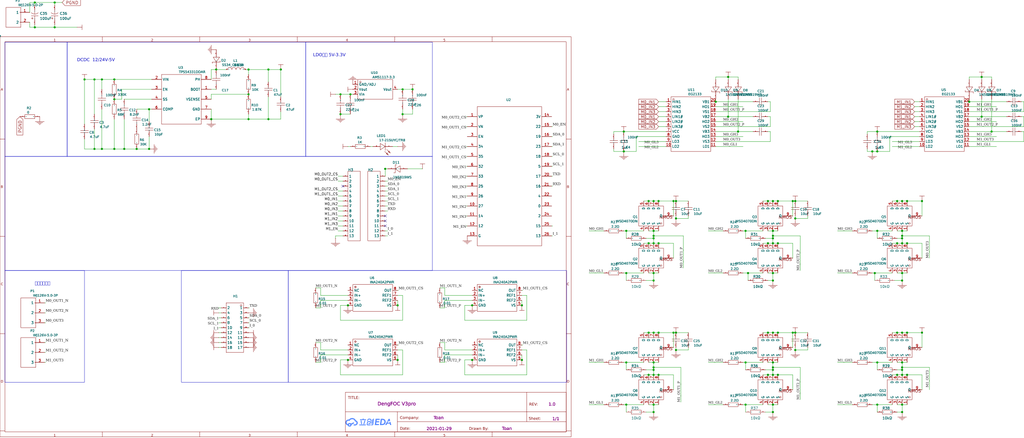
<source format=kicad_sch>
(kicad_sch (version 20231120) (generator "eeschema") (generator_version "8.0")
  (paper "User" 523.316 224.155)
  (lib_symbols
    (symbol "100nF_1"
      (property "Reference" "C" (at 0 0 0))
      (symbol "100nF_1_1_0"
        (pin input line (at -3.81 0 0) (length 2.54) (name "1") (number "1"))
        (pin input line (at 3.81 0 180) (length 2.54) (name "2") (number "2"))
      )
    )
    (symbol "100nF_2"
      (property "Reference" "C" (at 0 0 0))
      (symbol "100nF_2_1_0"
        (pin input line (at -3.81 0 0) (length 2.54) (name "1") (number "1"))
        (pin input line (at 3.81 0 180) (length 2.54) (name "2") (number "2"))
      )
    )
    (symbol "100nF_3"
      (property "Reference" "C" (at 0 0 0))
      (symbol "100nF_3_1_0"
        (pin input line (at -3.81 0 0) (length 2.54) (name "1") (number "1"))
        (pin input line (at 3.81 0 180) (length 2.54) (name "2") (number "2"))
      )
    )
    (symbol "100nF_4"
      (property "Reference" "C" (at 0 0 0))
      (symbol "100nF_4_1_0"
        (pin input line (at -3.81 0 0) (length 2.54) (name "1") (number "1"))
        (pin input line (at 3.81 0 180) (length 2.54) (name "2") (number "2"))
      )
    )
    (symbol "100nF_5"
      (property "Reference" "C" (at 0 0 0))
      (symbol "100nF_5_1_0"
        (pin input line (at -3.81 0 0) (length 2.54) (name "1") (number "1"))
        (pin input line (at 3.81 0 180) (length 2.54) (name "2") (number "2"))
      )
    )
    (symbol "100nF_6"
      (property "Reference" "C" (at 0 0 0))
      (symbol "100nF_6_1_0"
        (pin input line (at -3.81 0 0) (length 2.54) (name "1") (number "1"))
        (pin input line (at 3.81 0 180) (length 2.54) (name "2") (number "2"))
      )
    )
    (symbol "GND_1" (power) (pin_numbers hide) (pin_names hide)
      (symbol "GND_1_1_0"
        (pin power_in line (at 0 0 0) (length 0) (name "GND") (number ""))
      )
    )
    (symbol "SCH_DengFO-easyedapro:0"
      (property "Reference" "R" (at 0 0 0))
      (symbol "0_1_0"
        (pin input line (at -5.08 0 0) (length 2.54) (name "1") (number "1"))
        (pin input line (at 5.08 0 180) (length 2.54) (name "2") (number "2"))
      )
    )
    (symbol "SCH_DengFO-easyedapro:0.01"
      (property "Reference" "R" (at 0 0 0))
      (symbol "0.01_1_0"
        (pin input line (at -5.08 0 0) (length 2.54) (name "1") (number "1"))
        (pin input line (at 5.08 0 180) (length 2.54) (name "2") (number "2"))
      )
    )
    (symbol "SCH_DengFO-easyedapro:0402WGF1002TCE"
      (property "Reference" "R" (at 0 0 0))
      (symbol "0402WGF1002TCE_1_0"
        (pin input line (at -5.08 0 0) (length 2.54) (name "1") (number "1"))
        (pin input line (at 5.08 0 180) (length 2.54) (name "2") (number "2"))
      )
    )
    (symbol "SCH_DengFO-easyedapro:1.2nF"
      (property "Reference" "C" (at 0 0 0))
      (symbol "1.2nF_1_0"
        (pin input line (at -5.08 0 0) (length 2.54) (name "1") (number "1"))
        (pin input line (at 5.08 0 180) (length 2.54) (name "2") (number "2"))
      )
    )
    (symbol "SCH_DengFO-easyedapro:1.87K"
      (property "Reference" "R" (at 0 0 0))
      (symbol "1.87K_1_0"
        (pin input line (at -5.08 0 0) (length 2.54) (name "1") (number "1"))
        (pin input line (at 5.08 0 180) (length 2.54) (name "2") (number "2"))
      )
    )
    (symbol "SCH_DengFO-easyedapro:100nF"
      (property "Reference" "C" (at 0 0 0))
      (symbol "100nF_1_0"
        (pin input line (at 5.08 0 180) (length 2.54) (name "1") (number "1"))
        (pin input line (at -5.08 0 0) (length 2.54) (name "2") (number "2"))
      )
    )
    (symbol "SCH_DengFO-easyedapro:10K"
      (property "Reference" "R" (at 0 0 0))
      (symbol "10K_1_0"
        (pin input line (at -5.08 0 0) (length 2.54) (name "1") (number "1"))
        (pin input line (at 5.08 0 180) (length 2.54) (name "2") (number "2"))
      )
    )
    (symbol "SCH_DengFO-easyedapro:10pF"
      (property "Reference" "C" (at 0 0 0))
      (symbol "10pF_1_0"
        (pin input line (at -3.81 0 0) (length 2.54) (name "1") (number "1"))
        (pin input line (at 3.81 0 180) (length 2.54) (name "2") (number "2"))
      )
    )
    (symbol "SCH_DengFO-easyedapro:10uF"
      (property "Reference" "C" (at 0 0 0))
      (symbol "10uF_1_0"
        (pin input line (at -3.81 0 0) (length 2.54) (name "1") (number "1"))
        (pin input line (at 3.81 0 180) (length 2.54) (name "2") (number "2"))
      )
    )
    (symbol "SCH_DengFO-easyedapro:10Ω"
      (property "Reference" "R" (at 0 0 0))
      (symbol "10Ω_1_0"
        (pin input line (at -5.08 0 0) (length 2.54) (name "1") (number "1"))
        (pin input line (at 5.08 0 180) (length 2.54) (name "2") (number "2"))
      )
    )
    (symbol "SCH_DengFO-easyedapro:17-21SUYC/TR8"
      (property "Reference" "LED" (at 0 0 0))
      (symbol "17-21SUYC/TR8_1_0"
        (pin input line (at -5.08 0 0) (length 3.81) (name "-") (number "1"))
        (pin input line (at 5.08 0 180) (length 3.81) (name "+") (number "2"))
      )
    )
    (symbol "SCH_DengFO-easyedapro:1K"
      (property "Reference" "R" (at 0 0 0))
      (symbol "1K_1_0"
        (pin input line (at -5.08 0 0) (length 2.54) (name "1") (number "1"))
        (pin input line (at 5.08 0 180) (length 2.54) (name "2") (number "2"))
      )
    )
    (symbol "SCH_DengFO-easyedapro:1N5819WS"
      (property "Reference" "D" (at 0 0 0))
      (symbol "1N5819WS_1_0"
        (pin input line (at -5.08 0 0) (length 3.81) (name "C") (number "1"))
        (pin input line (at 5.08 0 180) (length 3.81) (name "A") (number "2"))
      )
    )
    (symbol "SCH_DengFO-easyedapro:22uF"
      (property "Reference" "C" (at 0 0 0))
      (symbol "22uF_1_0"
        (pin input line (at -5.08 0 0) (length 2.54) (name "1") (number "1"))
        (pin input line (at 5.08 0 180) (length 2.54) (name "2") (number "2"))
      )
    )
    (symbol "SCH_DengFO-easyedapro:30K"
      (property "Reference" "R" (at 0 0 0))
      (symbol "30K_1_0"
        (pin input line (at -5.08 0 0) (length 2.54) (name "1") (number "1"))
        (pin input line (at 5.08 0 180) (length 2.54) (name "2") (number "2"))
      )
    )
    (symbol "SCH_DengFO-easyedapro:330K"
      (property "Reference" "R" (at 0 0 0))
      (symbol "330K_1_0"
        (pin input line (at -5.08 0 0) (length 2.54) (name "1") (number "1"))
        (pin input line (at 5.08 0 180) (length 2.54) (name "2") (number "2"))
      )
    )
    (symbol "SCH_DengFO-easyedapro:3V3" (power) (pin_numbers hide) (pin_names hide)
      (symbol "3V3_1_0"
        (pin power_in line (at 0 0 0) (length 0) (name "3V3") (number ""))
      )
    )
    (symbol "SCH_DengFO-easyedapro:4.7uF"
      (property "Reference" "C" (at 0 0 0))
      (symbol "4.7uF_1_0"
        (pin input line (at -3.81 0 0) (length 2.54) (name "1") (number "1"))
        (pin input line (at 3.81 0 180) (length 2.54) (name "2") (number "2"))
      )
    )
    (symbol "SCH_DengFO-easyedapro:47uF"
      (property "Reference" "C" (at 0 0 0))
      (symbol "47uF_1_0"
        (pin input line (at -3.81 0 0) (length 2.54) (name "1") (number "1"))
        (pin input line (at 3.81 0 180) (length 2.54) (name "2") (number "2"))
      )
    )
    (symbol "SCH_DengFO-easyedapro:5V" (power) (pin_numbers hide) (pin_names hide)
      (symbol "5V_1_0"
        (pin power_in line (at 0 0 0) (length 0) (name "5V") (number ""))
      )
    )
    (symbol "SCH_DengFO-easyedapro:6.8uH"
      (property "Reference" "L" (at 0 0 0))
      (symbol "6.8uH_1_0"
        (pin input line (at -5.08 0 0) (length 0.762) (name "1") (number "1"))
        (pin input line (at 5.08 0 180) (length 0.762) (name "2") (number "2"))
      )
    )
    (symbol "SCH_DengFO-easyedapro:68K"
      (property "Reference" "R" (at 0 0 0))
      (symbol "68K_1_0"
        (pin input line (at -5.08 0 0) (length 2.54) (name "1") (number "1"))
        (pin input line (at 5.08 0 180) (length 2.54) (name "2") (number "2"))
      )
    )
    (symbol "SCH_DengFO-easyedapro:8.2nF"
      (property "Reference" "C" (at 0 0 0))
      (symbol "8.2nF_1_0"
        (pin input line (at -5.08 0 0) (length 2.54) (name "1") (number "1"))
        (pin input line (at 5.08 0 180) (length 2.54) (name "2") (number "2"))
      )
    )
    (symbol "SCH_DengFO-easyedapro:AMS1117-3.3"
      (property "Reference" "U" (at 0 0 0))
      (symbol "AMS1117-3.3_1_0"
        (pin input line (at -11.43 2.54 0) (length 2.54) (name "GND/ADJ") (number "1"))
        (pin input line (at -11.43 0 0) (length 2.54) (name "Vout") (number "2"))
        (pin input line (at -11.43 -2.54 0) (length 2.54) (name "Vin") (number "3"))
        (pin input line (at 11.43 0 180) (length 2.54) (name "Vout") (number "4"))
      )
    )
    (symbol "SCH_DengFO-easyedapro:A_A4"
      (symbol "A_A4_1_0"
        (text "1" (at 27.432 -204.6732 0) (effects (font (size 1.2192 1.2192)) (justify left bottom)))
        (text "1" (at 27.432 -2.4892 0) (effects (font (size 1.2192 1.2192)) (justify left bottom)))
        (text "2" (at 77.216 -204.6732 0) (effects (font (size 1.2192 1.2192)) (justify left bottom)))
        (text "2" (at 77.216 -2.4892 0) (effects (font (size 1.2192 1.2192)) (justify left bottom)))
        (text "3" (at 127 -204.6732 0) (effects (font (size 1.2192 1.2192)) (justify left bottom)))
        (text "3" (at 127 -2.4892 0) (effects (font (size 1.2192 1.2192)) (justify left bottom)))
        (text "4" (at 176.784 -204.6732 0) (effects (font (size 1.2192 1.2192)) (justify left bottom)))
        (text "4" (at 176.784 -2.4892 0) (effects (font (size 1.2192 1.2192)) (justify left bottom)))
        (text "5" (at 226.568 -204.6732 0) (effects (font (size 1.2192 1.2192)) (justify left bottom)))
        (text "5" (at 226.568 -2.4892 0) (effects (font (size 1.2192 1.2192)) (justify left bottom)))
        (text "A" (at 0.381 -27.7622 0) (effects (font (size 1.2192 1.2192)) (justify left bottom)))
        (text "A" (at 289.687 -27.7622 0) (effects (font (size 1.2192 1.2192)) (justify left bottom)))
        (text "B" (at 0.381 -77.5462 0) (effects (font (size 1.2192 1.2192)) (justify left bottom)))
        (text "B" (at 289.687 -77.5462 0) (effects (font (size 1.2192 1.2192)) (justify left bottom)))
        (text "C" (at 0.381 -127.3302 0) (effects (font (size 1.2192 1.2192)) (justify left bottom)))
        (text "C" (at 289.687 -127.3302 0) (effects (font (size 1.2192 1.2192)) (justify left bottom)))
        (text "Company:" (at 204.3684 -195.7832 0) (effects (font (size 1.397 1.397)) (justify left bottom)))
        (text "D" (at 0.381 -177.1142 0) (effects (font (size 1.2192 1.2192)) (justify left bottom)))
        (text "D" (at 289.687 -177.1142 0) (effects (font (size 1.2192 1.2192)) (justify left bottom)))
        (text "Date:" (at 204.3684 -201.295 0) (effects (font (size 1.397 1.397)) (justify left bottom)))
        (text "Drawn By:" (at 239.6744 -201.3712 0) (effects (font (size 1.397 1.397)) (justify left bottom)))
        (text "REV:" (at 270.4084 -188.9252 0) (effects (font (size 1.397 1.397)) (justify left bottom)))
        (text "Sheet:" (at 270.1544 -196.215 0) (effects (font (size 1.397 1.397)) (justify left bottom)))
        (text "TITLE:" (at 177.8 -185.547 0) (effects (font (size 1.397 1.397)) (justify left bottom)))
      )
    )
    (symbol "SCH_DengFO-easyedapro:CL10A105KB8NNNC"
      (property "Reference" "C" (at 0 0 0))
      (symbol "CL10A105KB8NNNC_1_0"
        (pin input line (at -3.81 0 0) (length 2.54) (name "1") (number "1"))
        (pin input line (at 3.81 0 180) (length 2.54) (name "2") (number "2"))
      )
    )
    (symbol "SCH_DengFO-easyedapro:EG2133"
      (property "Reference" "U" (at 0 0 0))
      (symbol "EG2133_1_0"
        (pin input line (at -12.7 11.43 0) (length 2.54) (name "HIN1") (number "1"))
        (pin input line (at -12.7 -11.43 0) (length 2.54) (name "LO2") (number "10"))
        (pin input line (at 12.7 -11.43 180) (length 2.54) (name "LO1") (number "11"))
        (pin input line (at 12.7 -8.89 180) (length 2.54) (name "VS3") (number "12"))
        (pin input line (at 12.7 -6.35 180) (length 2.54) (name "HO3") (number "13"))
        (pin input line (at 12.7 -3.81 180) (length 2.54) (name "VB3") (number "14"))
        (pin input line (at 12.7 -1.27 180) (length 2.54) (name "VS2") (number "15"))
        (pin input line (at 12.7 1.27 180) (length 2.54) (name "HO2") (number "16"))
        (pin input line (at 12.7 3.81 180) (length 2.54) (name "VB2") (number "17"))
        (pin input line (at 12.7 6.35 180) (length 2.54) (name "VS1") (number "18"))
        (pin input line (at 12.7 8.89 180) (length 2.54) (name "HO1") (number "19"))
        (pin input line (at -12.7 8.89 0) (length 2.54) (name "HIN2") (number "2"))
        (pin input line (at 12.7 11.43 180) (length 2.54) (name "VB1") (number "20"))
        (pin input line (at -12.7 6.35 0) (length 2.54) (name "HIN3") (number "3"))
        (pin input line (at -12.7 3.81 0) (length 2.54) (name "LIN1#") (number "4"))
        (pin input line (at -12.7 1.27 0) (length 2.54) (name "LIN2#") (number "5"))
        (pin input line (at -12.7 -1.27 0) (length 2.54) (name "LIN3#") (number "6"))
        (pin input line (at -12.7 -3.81 0) (length 2.54) (name "VCC") (number "7"))
        (pin input line (at -12.7 -6.35 0) (length 2.54) (name "GND") (number "8"))
        (pin input line (at -12.7 -8.89 0) (length 2.54) (name "LO3") (number "9"))
      )
    )
    (symbol "SCH_DengFO-easyedapro:GND" (power) (pin_numbers hide) (pin_names hide)
      (symbol "GND_1_0"
        (pin power_in line (at 0 0 0) (length 0) (name "GND") (number ""))
      )
    )
    (symbol "SCH_DengFO-easyedapro:HDR-F_2.54_1x13P"
      (symbol "HDR-F_2.54_1x13P_1_0"
        (pin input line (at -3.81 15.24 0) (length 2.54) (name "1") (number "1"))
        (pin input line (at -3.81 -7.62 0) (length 2.54) (name "10") (number "10"))
        (pin input line (at -3.81 -10.16 0) (length 2.54) (name "11") (number "11"))
        (pin input line (at -3.81 -12.7 0) (length 2.54) (name "12") (number "12"))
        (pin input line (at -3.81 -15.24 0) (length 2.54) (name "13") (number "13"))
        (pin input line (at -3.81 12.7 0) (length 2.54) (name "2") (number "2"))
        (pin input line (at -3.81 10.16 0) (length 2.54) (name "3") (number "3"))
        (pin input line (at -3.81 7.62 0) (length 2.54) (name "4") (number "4"))
        (pin input line (at -3.81 5.08 0) (length 2.54) (name "5") (number "5"))
        (pin input line (at -3.81 2.54 0) (length 2.54) (name "6") (number "6"))
        (pin input line (at -3.81 0 0) (length 2.54) (name "7") (number "7"))
        (pin input line (at -3.81 -2.54 0) (length 2.54) (name "8") (number "8"))
        (pin input line (at -3.81 -5.08 0) (length 2.54) (name "9") (number "9"))
      )
    )
    (symbol "SCH_DengFO-easyedapro:Header-Female-2.54_2x9"
      (property "Reference" "H" (at 0 0 0))
      (symbol "Header-Female-2.54_2x9_1_0"
        (pin input line (at 7.62 10.16 180) (length 2.54) (name "1") (number "1"))
        (pin input line (at -6.35 0 0) (length 2.54) (name "10") (number "10"))
        (pin input line (at 7.62 -2.54 180) (length 2.54) (name "11") (number "11"))
        (pin input line (at -6.35 -2.54 0) (length 2.54) (name "12") (number "12"))
        (pin input line (at 7.62 -5.08 180) (length 2.54) (name "13") (number "13"))
        (pin input line (at -6.35 -5.08 0) (length 2.54) (name "14") (number "14"))
        (pin input line (at 7.62 -7.62 180) (length 2.54) (name "15") (number "15"))
        (pin input line (at -6.35 -7.62 0) (length 2.54) (name "16") (number "16"))
        (pin input line (at 7.62 -10.16 180) (length 2.54) (name "17") (number "17"))
        (pin input line (at -6.35 -10.16 0) (length 2.54) (name "18") (number "18"))
        (pin input line (at -6.35 10.16 0) (length 2.54) (name "2") (number "2"))
        (pin input line (at 7.62 7.62 180) (length 2.54) (name "3") (number "3"))
        (pin input line (at -6.35 7.62 0) (length 2.54) (name "4") (number "4"))
        (pin input line (at 7.62 5.08 180) (length 2.54) (name "5") (number "5"))
        (pin input line (at -6.35 5.08 0) (length 2.54) (name "6") (number "6"))
        (pin input line (at 7.62 2.54 180) (length 2.54) (name "7") (number "7"))
        (pin input line (at -6.35 2.54 0) (length 2.54) (name "8") (number "8"))
        (pin input line (at 7.62 0 180) (length 2.54) (name "9") (number "9"))
      )
    )
    (symbol "SCH_DengFO-easyedapro:INA240A2PWR"
      (property "Reference" "U" (at 0 0 0))
      (symbol "INA240A2PWR_1_0"
        (pin input line (at -12.7 3.81 0) (length 2.54) (name "NC") (number "1"))
        (pin input line (at -12.7 1.27 0) (length 2.54) (name "IN+") (number "2"))
        (pin input line (at -12.7 -1.27 0) (length 2.54) (name "IN-") (number "3"))
        (pin input line (at -12.7 -3.81 0) (length 2.54) (name "GND") (number "4"))
        (pin input line (at 12.7 -3.81 180) (length 2.54) (name "VS") (number "5"))
        (pin input line (at 12.7 -1.27 180) (length 2.54) (name "REF2") (number "6"))
        (pin input line (at 12.7 1.27 180) (length 2.54) (name "REF1") (number "7"))
        (pin input line (at 12.7 3.81 180) (length 2.54) (name "OUT") (number "8"))
      )
    )
    (symbol "SCH_DengFO-easyedapro:PGND" (power) (pin_numbers hide) (pin_names hide)
      (symbol "PGND_1_0"
        (pin power_in line (at 0 0 0) (length 0) (name "PGND") (number ""))
      )
    )
    (symbol "SCH_DengFO-easyedapro:RVT100UF35V67RV0034"
      (property "Reference" "C" (at 0 0 0))
      (symbol "RVT100UF35V67RV0034_1_0"
        (pin input line (at -5.08 0 0) (length 2.54) (name "1") (number "1"))
        (pin input line (at 5.08 0 180) (length 2.54) (name "2") (number "2"))
      )
    )
    (symbol "SCH_DengFO-easyedapro:SS34_C8678"
      (property "Reference" "D" (at 0 0 0))
      (symbol "SS34_C8678_1_0"
        (pin input line (at -5.08 0 0) (length 3.81) (name "K") (number "1"))
        (pin input line (at 5.08 0 180) (length 3.81) (name "A") (number "2"))
      )
    )
    (symbol "SCH_DengFO-easyedapro:TPS54331DDAR"
      (property "Reference" "U" (at 0 0 0))
      (symbol "TPS54331DDAR_1_0"
        (pin input line (at 15.24 5.08 180) (length 5.08) (name "BOOT") (number "1"))
        (pin input line (at -15.24 10.16 0) (length 5.08) (name "VIN") (number "2"))
        (pin input line (at -15.24 5.08 0) (length 5.08) (name "EN") (number "3"))
        (pin input line (at -15.24 0 0) (length 5.08) (name "SS") (number "4"))
        (pin input line (at 15.24 0 180) (length 5.08) (name "VSENSE") (number "5"))
        (pin input line (at -15.24 -5.08 0) (length 5.08) (name "COMP") (number "6"))
        (pin input line (at 15.24 -5.08 180) (length 5.08) (name "GND") (number "7"))
        (pin input line (at 15.24 10.16 180) (length 5.08) (name "PH") (number "8"))
        (pin input line (at 15.24 -10.16 180) (length 5.08) (name "EP") (number "9"))
      )
    )
    (symbol "SCH_DengFO-easyedapro:VIN" (power) (pin_numbers hide) (pin_names hide)
      (symbol "VIN_1_0"
        (pin power_in line (at 0 0 0) (length 0) (name "VIN") (number ""))
      )
    )
    (symbol "SCH_DengFO-easyedapro:WJ126V-5.0-2P"
      (property "Reference" "P" (at 0 0 0))
      (symbol "WJ126V-5.0-2P_1_0"
        (pin input line (at 5.08 2.54 180) (length 5.08) (name "1") (number "1"))
        (pin input line (at 5.08 -2.54 180) (length 5.08) (name "2") (number "2"))
      )
    )
    (symbol "SCH_DengFO-easyedapro:WJ126V-5.0-3P"
      (property "Reference" "P" (at 0 0 0))
      (symbol "WJ126V-5.0-3P_1_0"
        (pin input line (at 5.08 5.08 180) (length 5.08) (name "1") (number "1"))
        (pin input line (at 5.08 0 180) (length 5.08) (name "2") (number "2"))
        (pin input line (at 5.08 -5.08 180) (length 5.08) (name "3") (number "3"))
      )
    )
    (symbol "SCH_DengFO-easyedapro:WSD4070DN"
      (property "Reference" "Q" (at 0 0 0))
      (symbol "WSD4070DN_1_0"
        (text "NMOS" (at -1.6256 -2.9718 2700) (effects (font (size 1.5748 1.5748)) (justify right bottom)))
        (pin input line (at -7.62 -2.54 0) (length 2.54) (name "S") (number "1"))
        (pin input line (at -7.62 0 0) (length 2.54) (name "S") (number "2"))
        (pin input line (at -7.62 2.54 0) (length 2.54) (name "S") (number "3"))
        (pin input line (at -7.62 5.08 0) (length 2.54) (name "G") (number "4"))
        (pin input line (at 7.62 5.08 180) (length 2.54) (name "D") (number "5"))
        (pin input line (at 7.62 2.54 180) (length 2.54) (name "D") (number "6"))
        (pin input line (at 7.62 0 180) (length 2.54) (name "D") (number "7"))
        (pin input line (at 7.62 -2.54 180) (length 2.54) (name "D") (number "8"))
        (pin input line (at 0 -10.16 90) (length 5.08) (name "D") (number "9"))
      )
    )
    (symbol "SCH_DengFO-easyedapro:micropython esp32"
      (property "Reference" "U" (at 0 0 0))
      (symbol "micropython esp32_1_0"
        (pin input line (at -22.86 30.48 0) (length 5.08) (name "VP") (number "1"))
        (pin input line (at -22.86 -15.24 0) (length 5.08) (name "27") (number "10"))
        (pin input line (at -22.86 -20.32 0) (length 5.08) (name "14") (number "11"))
        (pin input line (at -22.86 -25.4 0) (length 5.08) (name "12") (number "12"))
        (pin input line (at -22.86 -30.48 0) (length 5.08) (name "G") (number "13"))
        (pin input line (at 20.32 30.48 180) (length 5.08) (name "3V") (number "14"))
        (pin input line (at 20.32 25.4 180) (length 5.08) (name "22") (number "15"))
        (pin input line (at 20.32 20.32 180) (length 5.08) (name "19") (number "16"))
        (pin input line (at 20.32 15.24 180) (length 5.08) (name "23") (number "17"))
        (pin input line (at 20.32 10.16 180) (length 5.08) (name "18") (number "18"))
        (pin input line (at 20.32 5.08 180) (length 5.08) (name "5") (number "19"))
        (pin input line (at -22.86 25.4 0) (length 5.08) (name "VN") (number "2"))
        (pin input line (at 20.32 0 180) (length 5.08) (name "17") (number "20"))
        (pin input line (at 20.32 -5.08 180) (length 5.08) (name "16") (number "21"))
        (pin input line (at 20.32 -10.16 180) (length 5.08) (name "4") (number "22"))
        (pin input line (at 20.32 -15.24 180) (length 5.08) (name "0") (number "23"))
        (pin input line (at 20.32 -20.32 180) (length 5.08) (name "2") (number "24"))
        (pin input line (at 20.32 -25.4 180) (length 5.08) (name "15") (number "25"))
        (pin input line (at 20.32 -30.48 180) (length 5.08) (name "13") (number "26"))
        (pin input line (at -22.86 20.32 0) (length 5.08) (name "EN") (number "3"))
        (pin input line (at -22.86 15.24 0) (length 5.08) (name "34") (number "4"))
        (pin input line (at -22.86 10.16 0) (length 5.08) (name "35") (number "5"))
        (pin input line (at -22.86 5.08 0) (length 5.08) (name "32") (number "6"))
        (pin input line (at -22.86 0 0) (length 5.08) (name "33") (number "7"))
        (pin input line (at -22.86 -5.08 0) (length 5.08) (name "25") (number "8"))
        (pin input line (at -22.86 -10.16 0) (length 5.08) (name "26") (number "9"))
      )
    )
  )
  (junction (at 445.77 77.47))
  (junction (at 394.97 170.18))
  (junction (at 331.47 124.46))
  (junction (at 345.44 102.87))
  (junction (at 405.13 170.18))
  (junction (at 334.01 139.7))
  (junction (at 334.01 121.92))
  (junction (at 58.42 76.2))
  (junction (at 334.01 187.96))
  (junction (at 405.13 102.87))
  (junction (at 392.43 124.46))
  (junction (at 448.31 207.01))
  (junction (at 127 60.96))
  (junction (at 266.7 184.15))
  (junction (at 461.01 118.11))
  (junction (at 127 35.56))
  (junction (at 345.44 111.76))
  (junction (at 461.01 210.82))
  (junction (at 461.01 189.23))
  (junction (at 463.55 102.87))
  (junction (at 458.47 170.18))
  (junction (at 461.01 207.01))
  (junction (at 196.85 86.3854))
  (junction (at 501.65 39.37))
  (junction (at 110.49 35.56))
  (junction (at 461.01 139.7))
  (junction (at 331.47 102.87))
  (junction (at 458.47 124.46))
  (junction (at 381 185.42))
  (junction (at 392.43 102.87))
  (junction (at 461.01 185.42))
  (junction (at 471.17 102.87))
  (junction (at 461.01 102.87))
  (junction (at 382.27 139.7))
  (junction (at 334.01 143.51))
  (junction (at 48.26 40.64))
  (junction (at 336.55 191.77))
  (junction (at 334.01 185.42))
  (junction (at 203.2 156.21))
  (junction (at 320.04 118.11))
  (junction (at 336.55 124.46))
  (junction (at 334.01 124.46))
  (junction (at 461.01 170.18))
  (junction (at 345.44 179.07))
  (junction (at 334.01 189.23))
  (junction (at 406.4 102.87))
  (junction (at 173.99 58.42))
  (junction (at 318.77 67.31))
  (junction (at 394.97 185.42))
  (junction (at 463.55 124.46))
  (junction (at 471.17 170.18))
  (junction (at 205.74 58.42))
  (junction (at 506.73 67.31))
  (junction (at 177.8 156.21))
  (junction (at 107.95 60.96))
  (junction (at 397.51 102.87))
  (junction (at 27.94 1.27))
  (junction (at 203.2 184.15))
  (junction (at 461.01 191.77))
  (junction (at 406.4 111.76))
  (junction (at 179.07 48.26))
  (junction (at 394.97 191.77))
  (junction (at 334.01 170.18))
  (junction (at 241.3 184.15))
  (junction (at 58.42 50.8))
  (junction (at 48.26 76.2))
  (junction (at 461.01 121.92))
  (junction (at 241.3 156.21))
  (junction (at 394.97 143.51))
  (junction (at 331.47 170.18))
  (junction (at 392.43 191.77))
  (junction (at 127 48.26))
  (junction (at 58.42 40.64))
  (junction (at 461.01 187.96))
  (junction (at 394.97 124.46))
  (junction (at 345.44 170.18))
  (junction (at 334.01 118.11))
  (junction (at 448.31 67.31))
  (junction (at 372.11 59.69))
  (junction (at 334.01 102.87))
  (junction (at 458.47 102.87))
  (junction (at 501.65 59.69))
  (junction (at 495.3 52.07))
  (junction (at 334.01 210.82))
  (junction (at 394.97 118.11))
  (junction (at 320.04 207.01))
  (junction (at 394.97 207.01))
  (junction (at 173.99 48.26))
  (junction (at 394.97 102.87))
  (junction (at 406.4 170.18))
  (junction (at 344.17 102.87))
  (junction (at 461.01 120.65))
  (junction (at 447.04 139.7))
  (junction (at 394.97 187.96))
  (junction (at 381 207.01))
  (junction (at 76.2 76.2))
  (junction (at 17.78 1.27))
  (junction (at 17.78 13.97))
  (junction (at 344.17 170.18))
  (junction (at 336.55 170.18))
  (junction (at 143.51 35.56))
  (junction (at 52.07 40.64))
  (junction (at 137.16 35.56))
  (junction (at 334.01 120.65))
  (junction (at 448.31 185.42))
  (junction (at 463.55 170.18))
  (junction (at 397.51 191.77))
  (junction (at 63.5 76.2))
  (junction (at 334.01 207.01))
  (junction (at 392.43 170.18))
  (junction (at 394.97 120.65))
  (junction (at 69.85 76.2))
  (junction (at 372.11 39.37))
  (junction (at 52.07 76.2))
  (junction (at 76.2 55.88))
  (junction (at 336.55 102.87))
  (junction (at 320.04 185.42))
  (junction (at 406.4 179.07))
  (junction (at 381 118.11))
  (junction (at 365.76 52.07))
  (junction (at 394.97 139.7))
  (junction (at 177.8 184.15))
  (junction (at 318.77 77.47))
  (junction (at 137.16 60.96))
  (junction (at 394.97 189.23))
  (junction (at 458.47 191.77))
  (junction (at 320.04 139.7))
  (junction (at 205.74 45.72))
  (junction (at 331.47 191.77))
  (junction (at 397.51 124.46))
  (junction (at 394.97 121.92))
  (junction (at 266.7 156.21))
  (junction (at 43.18 40.64))
  (junction (at 377.19 67.31))
  (junction (at 463.55 191.77))
  (junction (at 334.01 191.77))
  (junction (at 448.31 77.47))
  (junction (at 448.31 118.11))
  (junction (at 394.97 210.82))
  (junction (at 461.01 124.46))
  (junction (at 210.82 45.72))
  (junction (at 27.94 13.97))
  (junction (at 461.01 143.51))
  (junction (at 397.51 170.18))
  (no_connect (at 175.26 95.25))
  (no_connect (at 196.85 110.49))
  (no_connect (at 196.85 113.03))
  (no_connect (at 196.85 115.57))
  (wire (pts (xy 205.74 151.13) (xy 203.2 151.13)))
  (wire (pts (xy 224.79 185.42) (xy 227.33 185.42)))
  (wire (pts (xy 448.31 185.42) (xy 455.93 185.42)))
  (wire (pts (xy 203.2 153.67) (xy 203.2 156.21)))
  (wire (pts (xy 196.85 86.3854) (xy 198.12 86.36)))
  (wire (pts (xy 458.47 191.77) (xy 461.01 191.77)))
  (wire (pts (xy 334.01 124.46) (xy 331.47 124.46)))
  (wire (pts (xy 372.11 39.37) (xy 365.76 39.37)))
  (wire (pts (xy 463.55 124.46) (xy 471.17 124.46)))
  (wire (pts (xy 238.76 90.17) (xy 238.252 90.17)))
  (wire (pts (xy 210.82 45.72) (xy 205.74 45.72)))
  (wire (pts (xy 455.93 191.77) (xy 458.47 191.77)))
  (wire (pts (xy 405.13 191.77) (xy 405.13 199.39)))
  (wire (pts (xy 443.23 77.47) (xy 443.23 76.2)))
  (wire (pts (xy 506.73 40.64) (xy 506.73 39.37)))
  (wire (pts (xy 394.97 124.46) (xy 392.43 124.46)))
  (wire (pts (xy 171.45 120.65) (xy 175.26 120.65)))
  (wire (pts (xy 392.43 52.07) (xy 393.7 52.07)))
  (wire (pts (xy 308.61 207.01) (xy 300.99 207.01)))
  (wire (pts (xy 143.51 57.15) (xy 143.51 60.96)))
  (wire (pts (xy 334.01 121.92) (xy 330.2 121.92)))
  (wire (pts (xy 406.4 111.76) (xy 406.4 110.49)))
  (wire (pts (xy 455.93 102.87) (xy 458.47 102.87)))
  (wire (pts (xy 107.95 50.8) (xy 107.95 48.26)))
  (wire (pts (xy 113.03 175.26) (xy 111.76 175.26)))
  (wire (pts (xy 189.23 74.93) (xy 190.5 74.93)))
  (wire (pts (xy 501.65 59.69) (xy 495.3 59.69)))
  (wire (pts (xy 471.17 199.39) (xy 471.17 191.77)))
  (wire (pts (xy 161.29 185.42) (xy 163.83 185.42)))
  (wire (pts (xy 107.95 60.96) (xy 107.95 55.88)))
  (wire (pts (xy 334.01 207.01) (xy 331.47 207.01)))
  (wire (pts (xy 495.3 69.85) (xy 509.27 69.85)))
  (wire (pts (xy 22.86 154.94) (xy 23.368 154.94)))
  (wire (pts (xy 365.76 74.93) (xy 379.73 74.93)))
  (wire (pts (xy 412.75 102.87) (xy 406.4 102.87)))
  (wire (pts (xy 173.99 58.42) (xy 179.07 58.42)))
  (wire (pts (xy 113.03 160.02) (xy 111.76 160.02)))
  (wire (pts (xy 22.86 175.26) (xy 23.368 175.26)))
  (wire (pts (xy 172.72 110.49) (xy 175.26 110.49)))
  (wire (pts (xy 171.45 121.92) (xy 171.45 120.65)))
  (wire (pts (xy 269.24 179.07) (xy 266.7 179.07)))
  (wire (pts (xy 435.61 207.01) (xy 427.99 207.01)))
  (wire (pts (xy 458.47 207.01) (xy 461.01 207.01)))
  (wire (pts (xy 345.44 110.49) (xy 345.44 111.76)))
  (wire (pts (xy 463.55 170.18) (xy 471.17 170.18)))
  (wire (pts (xy 461.01 121.92) (xy 461.01 124.46)))
  (wire (pts (xy 334.01 102.87) (xy 331.47 102.87)))
  (wire (pts (xy 447.04 143.51) (xy 447.04 139.7)))
  (wire (pts (xy 394.97 121.92) (xy 394.97 124.46)))
  (wire (pts (xy 331.47 102.87) (xy 328.93 102.87)))
  (wire (pts (xy 455.93 74.93) (xy 469.9 74.93)))
  (wire (pts (xy 405.13 124.46) (xy 397.51 124.46)))
  (wire (pts (xy 457.2 143.51) (xy 461.01 143.51)))
  (wire (pts (xy 391.16 189.23) (xy 394.97 189.23)))
  (wire (pts (xy 320.04 207.01) (xy 328.93 207.01)))
  (wire (pts (xy 379.73 185.42) (xy 381 185.42)))
  (wire (pts (xy 381 189.23) (xy 381 185.42)))
  (wire (pts (xy 107.95 40.64) (xy 107.95 35.56)))
  (wire (pts (xy 393.7 64.77) (xy 393.7 59.69)))
  (wire (pts (xy 77.47 50.8) (xy 63.5 50.8)))
  (wire (pts (xy 173.99 163.83) (xy 205.74 163.83)))
  (wire (pts (xy 43.18 71.12) (xy 43.18 76.2)))
  (wire (pts (xy 394.97 189.23) (xy 394.97 191.77)))
  (wire (pts (xy 237.49 163.83) (xy 269.24 163.83)))
  (wire (pts (xy 172.72 113.03) (xy 175.26 113.03)))
  (wire (pts (xy 365.76 57.15) (xy 393.7 57.15)))
  (wire (pts (xy 392.43 67.31) (xy 393.7 67.31)))
  (wire (pts (xy 113.03 172.72) (xy 111.76 172.72)))
  (wire (pts (xy 113.03 157.48) (xy 111.76 157.48)))
  (wire (pts (xy 269.24 151.13) (xy 266.7 151.13)))
  (wire (pts (xy 281.94 64.77) (xy 282.448 64.77)))
  (wire (pts (xy 320.04 143.51) (xy 320.04 139.7)))
  (wire (pts (xy 347.98 187.96) (xy 347.98 205.74)))
  (wire (pts (xy 161.29 175.26) (xy 163.83 175.26)))
  (wire (pts (xy 392.43 124.46) (xy 389.89 124.46)))
  (wire (pts (xy 345.44 170.18) (xy 344.17 170.18)))
  (wire (pts (xy 266.7 148.59) (xy 267.208 148.59)))
  (wire (pts (xy 394.97 139.7) (xy 392.43 139.7)))
  (wire (pts (xy 344.17 191.77) (xy 344.17 199.39)))
  (wire (pts (xy 48.26 58.42) (xy 48.26 40.64)))
  (wire (pts (xy 381 121.92) (xy 381 118.11)))
  (wire (pts (xy 393.7 67.31) (xy 393.7 72.39)))
  (wire (pts (xy 336.55 118.11) (xy 334.01 118.11)))
  (wire (pts (xy 266.7 176.53) (xy 267.208 176.53)))
  (wire (pts (xy 391.16 210.82) (xy 394.97 210.82)))
  (wire (pts (xy 377.19 39.37) (xy 372.11 39.37)))
  (wire (pts (xy 455.93 124.46) (xy 458.47 124.46)))
  (wire (pts (xy 320.04 189.23) (xy 320.04 185.42)))
  (wire (pts (xy 269.24 163.83) (xy 269.24 151.13)))
  (wire (pts (xy 172.72 118.11) (xy 175.26 118.11)))
  (wire (pts (xy 107.95 48.26) (xy 127 48.26)))
  (wire (pts (xy 336.55 64.77) (xy 340.36 64.77)))
  (wire (pts (xy 17.78 13.97) (xy 17.78 12.7)))
  (wire (pts (xy 461.01 207.01) (xy 463.55 207.01)))
  (wire (pts (xy 331.47 124.46) (xy 328.93 124.46)))
  (wire (pts (xy 196.85 97.79) (xy 198.12 97.79)))
  (wire (pts (xy 172.72 105.41) (xy 175.26 105.41)))
  (wire (pts (xy 461.01 207.01) (xy 461.01 210.82)))
  (wire (pts (xy 308.61 139.7) (xy 300.99 139.7)))
  (wire (pts (xy 52.07 76.2) (xy 58.42 76.2)))
  (wire (pts (xy 48.26 66.04) (xy 48.26 76.2)))
  (wire (pts (xy 127 167.64) (xy 127.508 167.64)))
  (wire (pts (xy 203.2 176.53) (xy 203.708 176.53)))
  (wire (pts (xy 15.24 1.27) (xy 17.78 1.27)))
  (wire (pts (xy 76.2 62.23) (xy 76.2 55.88)))
  (wire (pts (xy 203.2 181.61) (xy 203.2 184.15)))
  (wire (pts (xy 196.85 86.3854) (xy 196.85 90.17)))
  (wire (pts (xy 501.65 40.64) (xy 501.65 39.37)))
  (wire (pts (xy 394.97 118.11) (xy 394.97 120.65)))
  (wire (pts (xy 521.97 67.31) (xy 523.24 67.31)))
  (wire (pts (xy 351.79 102.87) (xy 345.44 102.87)))
  (wire (pts (xy 394.97 120.65) (xy 394.97 121.92)))
  (wire (pts (xy 435.61 185.42) (xy 427.99 185.42)))
  (wire (pts (xy 412.75 110.49) (xy 412.75 111.76)))
  (wire (pts (xy 113.03 167.64) (xy 111.76 167.64)))
  (wire (pts (xy 107.95 45.72) (xy 110.49 45.72)))
  (wire (pts (xy 331.47 170.18) (xy 328.93 170.18)))
  (wire (pts (xy 394.97 139.7) (xy 394.97 143.51)))
  (wire (pts (xy 318.77 185.42) (xy 320.04 185.42)))
  (wire (pts (xy 345.44 102.87) (xy 344.17 102.87)))
  (wire (pts (xy 384.81 59.69) (xy 372.11 59.69)))
  (wire (pts (xy 394.97 187.96) (xy 394.97 189.23)))
  (wire (pts (xy 361.95 207.01) (xy 369.57 207.01)))
  (wire (pts (xy 334.01 143.51) (xy 330.2 143.51)))
  (wire (pts (xy 69.85 76.2) (xy 76.2 76.2)))
  (wire (pts (xy 365.76 39.37) (xy 365.76 40.64)))
  (wire (pts (xy 406.4 102.87) (xy 405.13 102.87)))
  (wire (pts (xy 394.97 185.42) (xy 392.43 185.42)))
  (wire (pts (xy 365.76 62.23) (xy 379.73 62.23)))
  (wire (pts (xy 365.76 52.07) (xy 384.81 52.07)))
  (wire (pts (xy 43.18 40.64) (xy 48.26 40.64)))
  (wire (pts (xy 318.77 77.47) (xy 313.69 77.47)))
  (wire (pts (xy 392.43 143.51) (xy 394.97 143.51)))
  (wire (pts (xy 224.79 157.48) (xy 227.33 157.48)))
  (wire (pts (xy 334.01 207.01) (xy 334.01 210.82)))
  (wire (pts (xy 336.55 57.15) (xy 340.36 57.15)))
  (wire (pts (xy 397.51 207.01) (xy 394.97 207.01)))
  (wire (pts (xy 344.17 191.77) (xy 336.55 191.77)))
  (wire (pts (xy 334.01 170.18) (xy 331.47 170.18)))
  (wire (pts (xy 448.31 207.01) (xy 455.93 207.01)))
  (wire (pts (xy 463.55 102.87) (xy 471.17 102.87)))
  (wire (pts (xy 435.61 118.11) (xy 427.99 118.11)))
  (wire (pts (xy 318.77 207.01) (xy 320.04 207.01)))
  (wire (pts (xy 15.24 13.97) (xy 15.24 11.43)))
  (wire (pts (xy 227.33 181.61) (xy 241.3 181.61)))
  (wire (pts (xy 334.01 189.23) (xy 334.01 191.77)))
  (wire (pts (xy 320.04 210.82) (xy 320.04 207.01)))
  (wire (pts (xy 137.16 60.96) (xy 127 60.96)))
  (wire (pts (xy 392.43 102.87) (xy 389.89 102.87)))
  (wire (pts (xy 495.3 74.93) (xy 509.27 74.93)))
  (wire (pts (xy 397.51 118.11) (xy 394.97 118.11)))
  (wire (pts (xy 281.94 80.01) (xy 282.448 80.01)))
  (wire (pts (xy 461.01 191.77) (xy 463.55 191.77)))
  (wire (pts (xy 448.31 121.92) (xy 448.31 118.11)))
  (wire (pts (xy 336.55 170.18) (xy 344.17 170.18)))
  (wire (pts (xy 308.61 118.11) (xy 300.99 118.11)))
  (wire (pts (xy 127 60.96) (xy 107.95 60.96)))
  (wire (pts (xy 495.3 50.8) (xy 495.3 52.07)))
  (wire (pts (xy 163.83 147.32) (xy 163.83 151.13)))
  (wire (pts (xy 172.72 107.95) (xy 175.26 107.95)))
  (wire (pts (xy 62.23 50.8) (xy 62.23 45.72)))
  (wire (pts (xy 22.86 185.42) (xy 23.368 185.42)))
  (wire (pts (xy 281.94 74.93) (xy 282.448 74.93)))
  (wire (pts (xy 281.94 69.85) (xy 282.448 69.85)))
  (wire (pts (xy 238.76 95.25) (xy 238.252 95.25)))
  (wire (pts (xy 27.94 2.54) (xy 27.94 1.27)))
  (wire (pts (xy 443.23 68.58) (xy 443.23 67.31)))
  (wire (pts (xy 334.01 210.82) (xy 330.2 210.82)))
  (wire (pts (xy 379.73 139.7) (xy 382.27 139.7)))
  (wire (pts (xy 455.93 170.18) (xy 458.47 170.18)))
  (wire (pts (xy 501.65 39.37) (xy 495.3 39.37)))
  (wire (pts (xy 381 210.82) (xy 381 207.01)))
  (wire (pts (xy 461.01 187.96) (xy 474.98 187.96)))
  (wire (pts (xy 320.04 121.92) (xy 320.04 118.11)))
  (wire (pts (xy 408.94 187.96) (xy 408.94 204.47)))
  (wire (pts (xy 463.55 191.77) (xy 471.17 191.77)))
  (wire (pts (xy 495.3 72.39) (xy 523.24 72.39)))
  (wire (pts (xy 445.77 118.11) (xy 448.31 118.11)))
  (wire (pts (xy 203.2 45.72) (xy 205.74 45.72)))
  (wire (pts (xy 238.76 85.09) (xy 238.252 85.09)))
  (wire (pts (xy 17.78 1.27) (xy 17.78 2.54)))
  (wire (pts (xy 48.26 76.2) (xy 52.07 76.2)))
  (wire (pts (xy 281.94 90.17) (xy 282.448 90.17)))
  (wire (pts (xy 171.45 48.26) (xy 173.99 48.26)))
  (wire (pts (xy 382.27 143.51) (xy 382.27 139.7)))
  (wire (pts (xy 137.16 41.91) (xy 137.16 35.56)))
  (wire (pts (xy 336.55 139.7) (xy 334.01 139.7)))
  (wire (pts (xy 523.24 59.69) (xy 521.97 59.69)))
  (wire (pts (xy 406.4 170.18) (xy 405.13 170.18)))
  (wire (pts (xy 445.77 139.7) (xy 447.04 139.7)))
  (wire (pts (xy 471.17 132.08) (xy 471.17 124.46)))
  (wire (pts (xy 238.76 115.57) (xy 238.252 115.57)))
  (wire (pts (xy 412.75 170.18) (xy 406.4 170.18)))
  (wire (pts (xy 334.01 139.7) (xy 331.47 139.7)))
  (wire (pts (xy 334.01 187.96) (xy 334.01 189.23)))
  (wire (pts (xy 461.01 139.7) (xy 461.01 143.51)))
  (wire (pts (xy 461.01 120.65) (xy 461.01 121.92)))
  (wire (pts (xy 467.36 64.77) (xy 469.9 64.77)))
  (wire (pts (xy 461.01 187.96) (xy 461.01 185.42)))
  (wire (pts (xy 238.76 105.41) (xy 238.252 105.41)))
  (wire (pts (xy 227.33 185.42) (xy 227.33 181.61)))
  (wire (pts (xy 514.35 67.31) (xy 506.73 67.31)))
  (wire (pts (xy 163.83 175.26) (xy 163.83 179.07)))
  (wire (pts (xy 205.74 163.83) (xy 205.74 151.13)))
  (wire (pts (xy 361.95 185.42) (xy 369.57 185.42)))
  (wire (pts (xy 405.13 191.77) (xy 397.51 191.77)))
  (wire (pts (xy 281.94 85.09) (xy 282.448 85.09)))
  (wire (pts (xy 161.29 157.48) (xy 163.83 157.48)))
  (wire (pts (xy 224.79 147.32) (xy 227.33 147.32)))
  (wire (pts (xy 238.76 59.69) (xy 238.252 59.69)))
  (wire (pts (xy 412.75 179.07) (xy 406.4 179.07)))
  (wire (pts (xy 227.33 179.07) (xy 241.3 179.07)))
  (wire (pts (xy 461.01 185.42) (xy 463.55 185.42)))
  (wire (pts (xy 208.28 86.36) (xy 215.9 86.36)))
  (wire (pts (xy 495.3 62.23) (xy 509.27 62.23)))
  (wire (pts (xy 43.18 76.2) (xy 48.26 76.2)))
  (wire (pts (xy 458.47 102.87) (xy 461.01 102.87)))
  (wire (pts (xy 461.01 189.23) (xy 461.01 191.77)))
  (wire (pts (xy 127 35.56) (xy 127 38.1)))
  (wire (pts (xy 113.03 165.1) (xy 111.76 165.1)))
  (wire (pts (xy 196.85 102.87) (xy 198.12 102.87)))
  (wire (pts (xy 372.11 50.8) (xy 372.11 59.69)))
  (wire (pts (xy 196.85 105.41) (xy 198.12 105.41)))
  (wire (pts (xy 405.13 102.87) (xy 397.51 102.87)))
  (wire (pts (xy 334.01 139.7) (xy 334.01 143.51)))
  (wire (pts (xy 377.19 50.8) (xy 377.19 67.31)))
  (wire (pts (xy 448.31 77.47) (xy 445.77 77.47)))
  (wire (pts (xy 163.83 181.61) (xy 177.8 181.61)))
  (wire (pts (xy 127 165.1) (xy 127.508 165.1)))
  (wire (pts (xy 405.13 170.18) (xy 405.13 177.8)))
  (wire (pts (xy 458.47 210.82) (xy 461.01 210.82)))
  (wire (pts (xy 196.85 118.11) (xy 198.12 118.11)))
  (wire (pts (xy 394.97 207.01) (xy 394.97 210.82)))
  (wire (pts (xy 318.77 77.47) (xy 325.12 77.47)))
  (wire (pts (xy 495.3 39.37) (xy 495.3 40.64)))
  (wire (pts (xy 172.72 115.57) (xy 175.26 115.57)))
  (wire (pts (xy 318.77 67.31) (xy 340.36 67.31)))
  (wire (pts (xy 501.65 50.8) (xy 501.65 59.69)))
  (wire (pts (xy 443.23 67.31) (xy 448.31 67.31)))
  (wire (pts (xy 237.49 191.77) (xy 269.24 191.77)))
  (wire (pts (xy 448.31 68.58) (xy 448.31 67.31)))
  (wire (pts (xy 405.13 124.46) (xy 405.13 132.08)))
  (wire (pts (xy 435.61 139.7) (xy 427.99 139.7)))
  (wire (pts (xy 412.75 111.76) (xy 406.4 111.76)))
  (wire (pts (xy 365.76 72.39) (xy 393.7 72.39)))
  (wire (pts (xy 521.97 52.07) (xy 523.24 52.07)))
  (wire (pts (xy 394.97 191.77) (xy 392.43 191.77)))
  (wire (pts (xy 326.39 72.39) (xy 340.36 72.39)))
  (wire (pts (xy 58.42 50.8) (xy 62.23 50.8)))
  (wire (pts (xy 336.55 102.87) (xy 334.01 102.87)))
  (wire (pts (xy 63.5 76.2) (xy 69.85 76.2)))
  (wire (pts (xy 408.94 187.96) (xy 394.97 187.96)))
  (wire (pts (xy 351.79 170.18) (xy 345.44 170.18)))
  (wire (pts (xy 179.07 48.26) (xy 180.34 48.26)))
  (wire (pts (xy 143.51 35.56) (xy 143.51 49.53)))
  (wire (pts (xy 113.03 162.56) (xy 111.76 162.56)))
  (wire (pts (xy 369.57 118.11) (xy 361.95 118.11)))
  (wire (pts (xy 205.74 191.77) (xy 205.74 179.07)))
  (wire (pts (xy 163.83 179.07) (xy 177.8 179.07)))
  (wire (pts (xy 325.12 77.47) (xy 325.12 69.85)))
  (wire (pts (xy 320.04 118.11) (xy 328.93 118.11)))
  (wire (pts (xy 196.85 86.36) (xy 196.85 86.3854)))
  (wire (pts (xy 281.94 95.25) (xy 282.448 95.25)))
  (wire (pts (xy 458.47 124.46) (xy 461.01 124.46)))
  (wire (pts (xy 506.73 39.37) (xy 501.65 39.37)))
  (wire (pts (xy 43.18 63.5) (xy 43.18 40.64)))
  (wire (pts (xy 495.3 64.77) (xy 523.24 64.77)))
  (wire (pts (xy 227.33 153.67) (xy 241.3 153.67)))
  (wire (pts (xy 445.77 207.01) (xy 448.31 207.01)))
  (wire (pts (xy 397.51 185.42) (xy 394.97 185.42)))
  (wire (pts (xy 173.99 191.77) (xy 205.74 191.77)))
  (wire (pts (xy 471.17 102.87) (xy 471.17 110.49)))
  (wire (pts (xy 205.74 58.42) (xy 205.74 55.88)))
  (wire (pts (xy 458.47 189.23) (xy 461.01 189.23)))
  (wire (pts (xy 336.55 62.23) (xy 340.36 62.23)))
  (wire (pts (xy 238.76 80.01) (xy 238.252 80.01)))
  (wire (pts (xy 474.98 132.08) (xy 474.98 120.65)))
  (wire (pts (xy 384.81 67.31) (xy 377.19 67.31)))
  (wire (pts (xy 227.33 151.13) (xy 241.3 151.13)))
  (wire (pts (xy 495.3 54.61) (xy 509.27 54.61)))
  (wire (pts (xy 137.16 35.56) (xy 143.51 35.56)))
  (wire (pts (xy 365.76 69.85) (xy 379.73 69.85)))
  (wire (pts (xy 461.01 120.65) (xy 461.01 118.11)))
  (wire (pts (xy 447.04 139.7) (xy 455.93 139.7)))
  (wire (pts (xy 110.49 35.56) (xy 115.57 35.56)))
  (wire (pts (xy 344.17 110.49) (xy 344.17 102.87)))
  (wire (pts (xy 161.29 147.32) (xy 163.83 147.32)))
  (wire (pts (xy 336.55 191.77) (xy 334.01 191.77)))
  (wire (pts (xy 495.3 52.07) (xy 514.35 52.07)))
  (wire (pts (xy 266.7 181.61) (xy 266.7 184.15)))
  (wire (pts (xy 461.01 139.7) (xy 463.55 139.7)))
  (wire (pts (xy 345.44 179.07) (xy 351.79 179.07)))
  (wire (pts (xy 334.01 118.11) (xy 334.01 120.65)))
  (wire (pts (xy 408.94 120.65) (xy 408.94 138.43)))
  (wire (pts (xy 334.01 185.42) (xy 331.47 185.42)))
  (wire (pts (xy 506.73 50.8) (xy 506.73 67.31)))
  (wire (pts (xy 163.83 185.42) (xy 163.83 181.61)))
  (wire (pts (xy 196.85 107.95) (xy 198.12 107.95)))
  (wire (pts (xy 22.86 165.1) (xy 23.368 165.1)))
  (wire (pts (xy 461.01 118.11) (xy 463.55 118.11)))
  (wire (pts (xy 397.51 191.77) (xy 394.97 191.77)))
  (wire (pts (xy 163.83 153.67) (xy 177.8 153.67)))
  (wire (pts (xy 52.07 76.2) (xy 52.07 55.88)))
  (wire (pts (xy 334.01 118.11) (xy 331.47 118.11)))
  (wire (pts (xy 448.31 189.23) (xy 448.31 185.42)))
  (wire (pts (xy 237.49 184.15) (xy 237.49 191.77)))
  (wire (pts (xy 495.3 57.15) (xy 523.24 57.15)))
  (wire (pts (xy 200.66 74.93) (xy 203.2 74.93)))
  (wire (pts (xy 365.76 54.61) (xy 379.73 54.61)))
  (wire (pts (xy 27.94 1.27) (xy 31.75 1.27)))
  (wire (pts (xy 454.66 77.47) (xy 454.66 69.85)))
  (wire (pts (xy 137.16 35.56) (xy 127 35.56)))
  (wire (pts (xy 336.55 124.46) (xy 334.01 124.46)))
  (wire (pts (xy 52.07 40.64) (xy 58.42 40.64)))
  (wire (pts (xy 210.82 58.42) (xy 205.74 58.42)))
  (wire (pts (xy 394.97 170.18) (xy 392.43 170.18)))
  (wire (pts (xy 372.11 40.64) (xy 372.11 39.37)))
  (wire (pts (xy 210.82 55.88) (xy 210.82 58.42)))
  (wire (pts (xy 69.85 55.88) (xy 76.2 55.88)))
  (wire (pts (xy 344.17 124.46) (xy 344.17 132.08)))
  (wire (pts (xy 320.04 139.7) (xy 328.93 139.7)))
  (wire (pts (xy 318.77 118.11) (xy 320.04 118.11)))
  (wire (pts (xy 365.76 50.8) (xy 365.76 52.07)))
  (wire (pts (xy 474.98 199.39) (xy 474.98 187.96)))
  (wire (pts (xy 344.17 177.8) (xy 344.17 170.18)))
  (wire (pts (xy 172.72 102.87) (xy 175.26 102.87)))
  (wire (pts (xy 523.24 67.31) (xy 523.24 72.39)))
  (wire (pts (xy 394.97 185.42) (xy 394.97 187.96)))
  (wire (pts (xy 405.13 102.87) (xy 405.13 110.49)))
  (wire (pts (xy 377.19 67.31) (xy 365.76 67.31)))
  (wire (pts (xy 344.17 124.46) (xy 336.55 124.46)))
  (wire (pts (xy 224.79 175.26) (xy 227.33 175.26)))
  (wire (pts (xy 467.36 62.23) (xy 469.9 62.23)))
  (wire (pts (xy 336.55 54.61) (xy 340.36 54.61)))
  (wire (pts (xy 334.01 191.77) (xy 331.47 191.77)))
  (wire (pts (xy 455.93 72.39) (xy 469.9 72.39)))
  (wire (pts (xy 334.01 185.42) (xy 334.01 187.96)))
  (wire (pts (xy 76.2 55.88) (xy 77.47 55.88)))
  (wire (pts (xy 405.13 170.18) (xy 397.51 170.18)))
  (wire (pts (xy 448.31 77.47) (xy 454.66 77.47)))
  (wire (pts (xy 318.77 68.58) (xy 318.77 67.31)))
  (wire (pts (xy 391.16 121.92) (xy 394.97 121.92)))
  (wire (pts (xy 163.83 151.13) (xy 177.8 151.13)))
  (wire (pts (xy 113.03 170.18) (xy 111.76 170.18)))
  (wire (pts (xy 349.25 120.65) (xy 349.25 137.16)))
  (wire (pts (xy 461.01 124.46) (xy 463.55 124.46)))
  (wire (pts (xy 173.99 184.15) (xy 173.99 191.77)))
  (wire (pts (xy 22.86 180.34) (xy 23.368 180.34)))
  (wire (pts (xy 408.94 120.65) (xy 394.97 120.65)))
  (wire (pts (xy 448.31 210.82) (xy 448.31 207.01)))
  (wire (pts (xy 523.24 52.07) (xy 523.24 57.15)))
  (wire (pts (xy 458.47 185.42) (xy 461.01 185.42)))
  (wire (pts (xy 458.47 170.18) (xy 461.01 170.18)))
  (wire (pts (xy 334.01 121.92) (xy 334.01 124.46)))
  (wire (pts (xy 15.24 13.97) (xy 17.78 13.97)))
  (wire (pts (xy 412.75 177.8) (xy 412.75 179.07)))
  (wire (pts (xy 397.51 102.87) (xy 394.97 102.87)))
  (wire (pts (xy 326.39 74.93) (xy 340.36 74.93)))
  (wire (pts (xy 143.51 60.96) (xy 137.16 60.96)))
  (wire (pts (xy 238.76 74.93) (xy 238.252 74.93)))
  (wire (pts (xy 458.47 121.92) (xy 461.01 121.92)))
  (wire (pts (xy 467.36 52.07) (xy 469.9 52.07)))
  (wire (pts (xy 269.24 191.77) (xy 269.24 179.07)))
  (wire (pts (xy 345.44 177.8) (xy 345.44 179.07)))
  (wire (pts (xy 76.2 76.2) (xy 76.2 69.85)))
  (wire (pts (xy 448.31 76.2) (xy 448.31 77.47)))
  (wire (pts (xy 397.51 124.46) (xy 394.97 124.46)))
  (wire (pts (xy 227.33 157.48) (xy 227.33 153.67)))
  (wire (pts (xy 393.7 52.07) (xy 393.7 57.15)))
  (wire (pts (xy 15.24 1.27) (xy 15.24 6.35)))
  (wire (pts (xy 266.7 153.67) (xy 266.7 156.21)))
  (wire (pts (xy 318.77 76.2) (xy 318.77 77.47)))
  (wire (pts (xy 461.01 187.96) (xy 461.01 189.23)))
  (wire (pts (xy 394.97 207.01) (xy 392.43 207.01)))
  (wire (pts (xy 334.01 189.23) (xy 330.2 189.23)))
  (wire (pts (xy 238.76 100.33) (xy 238.252 100.33)))
  (wire (pts (xy 313.69 77.47) (xy 313.69 76.2)))
  (wire (pts (xy 318.77 139.7) (xy 320.04 139.7)))
  (wire (pts (xy 445.77 77.47) (xy 443.23 77.47)))
  (wire (pts (xy 448.31 118.11) (xy 455.93 118.11)))
  (wire (pts (xy 308.61 185.42) (xy 300.99 185.42)))
  (wire (pts (xy 63.5 60.96) (xy 63.5 76.2)))
  (wire (pts (xy 62.23 45.72) (xy 77.47 45.72)))
  (wire (pts (xy 506.73 67.31) (xy 495.3 67.31)))
  (wire (pts (xy 394.97 118.11) (xy 392.43 118.11)))
  (wire (pts (xy 17.78 1.27) (xy 27.94 1.27)))
  (wire (pts (xy 241.3 184.15) (xy 237.49 184.15)))
  (wire (pts (xy 461.01 102.87) (xy 463.55 102.87)))
  (wire (pts (xy 320.04 185.42) (xy 328.93 185.42)))
  (wire (pts (xy 238.76 110.49) (xy 238.252 110.49)))
  (wire (pts (xy 127 58.42) (xy 127 60.96)))
  (wire (pts (xy 336.55 170.18) (xy 334.01 170.18)))
  (wire (pts (xy 467.36 54.61) (xy 469.9 54.61)))
  (wire (pts (xy 203.2 148.59) (xy 203.708 148.59)))
  (wire (pts (xy 313.69 68.58) (xy 313.69 67.31)))
  (wire (pts (xy 113.03 177.8) (xy 111.76 177.8)))
  (wire (pts (xy 461.01 120.65) (xy 474.98 120.65)))
  (wire (pts (xy 173.99 48.26) (xy 179.07 48.26)))
  (wire (pts (xy 445.77 185.42) (xy 448.31 185.42)))
  (wire (pts (xy 27.94 13.97) (xy 39.37 13.97)))
  (wire (pts (xy 397.51 139.7) (xy 394.97 139.7)))
  (wire (pts (xy 448.31 67.31) (xy 469.9 67.31)))
  (wire (pts (xy 467.36 57.15) (xy 469.9 57.15)))
  (wire (pts (xy 325.12 69.85) (xy 340.36 69.85)))
  (wire (pts (xy 58.42 40.64) (xy 77.47 40.64)))
  (wire (pts (xy 313.69 67.31) (xy 318.77 67.31)))
  (wire (pts (xy 372.11 59.69) (xy 365.76 59.69)))
  (wire (pts (xy 163.83 157.48) (xy 163.83 153.67)))
  (wire (pts (xy 196.85 92.71) (xy 198.12 92.71)))
  (wire (pts (xy 241.3 156.21) (xy 237.49 156.21)))
  (wire (pts (xy 379.73 118.11) (xy 381 118.11)))
  (wire (pts (xy 514.35 59.69) (xy 501.65 59.69)))
  (wire (pts (xy 17.78 13.97) (xy 27.94 13.97)))
  (wire (pts (xy 382.27 139.7) (xy 389.89 139.7)))
  (wire (pts (xy 336.55 52.07) (xy 340.36 52.07)))
  (wire (pts (xy 345.44 111.76) (xy 351.79 111.76)))
  (wire (pts (xy 125.73 35.56) (xy 127 35.56)))
  (wire (pts (xy 394.97 102.87) (xy 392.43 102.87)))
  (wire (pts (xy 392.43 170.18) (xy 389.89 170.18)))
  (wire (pts (xy 281.94 115.57) (xy 282.448 115.57)))
  (wire (pts (xy 177.8 156.21) (xy 173.99 156.21)))
  (wire (pts (xy 471.17 170.18) (xy 471.17 177.8)))
  (wire (pts (xy 173.99 156.21) (xy 173.99 163.83)))
  (wire (pts (xy 22.86 160.02) (xy 23.368 160.02)))
  (wire (pts (xy 172.72 92.71) (xy 175.26 92.71)))
  (wire (pts (xy 458.47 139.7) (xy 461.01 139.7)))
  (wire (pts (xy 281.94 120.65) (xy 282.448 120.65)))
  (wire (pts (xy 381 207.01) (xy 389.89 207.01)))
  (wire (pts (xy 198.12 95.25) (xy 196.85 95.25)))
  (wire (pts (xy 172.72 100.33) (xy 175.26 100.33)))
  (wire (pts (xy 347.98 187.96) (xy 334.01 187.96)))
  (wire (pts (xy 205.74 179.07) (xy 203.2 179.07)))
  (wire (pts (xy 177.8 184.15) (xy 173.99 184.15)))
  (wire (pts (xy 336.55 102.87) (xy 344.17 102.87)))
  (wire (pts (xy 58.42 60.96) (xy 58.42 76.2)))
  (wire (pts (xy 379.73 207.01) (xy 381 207.01)))
  (wire (pts (xy 381 118.11) (xy 389.89 118.11)))
  (wire (pts (xy 523.24 64.77) (xy 523.24 59.69)))
  (wire (pts (xy 334.01 120.65) (xy 334.01 121.92)))
  (wire (pts (xy 461.01 170.18) (xy 463.55 170.18)))
  (wire (pts (xy 27.94 12.7) (xy 27.94 13.97)))
  (wire (pts (xy 393.7 59.69) (xy 392.43 59.69)))
  (wire (pts (xy 397.51 170.18) (xy 394.97 170.18)))
  (wire (pts (xy 196.85 100.33) (xy 198.12 100.33)))
  (wire (pts (xy 227.33 147.32) (xy 227.33 151.13)))
  (wire (pts (xy 369.57 139.7) (xy 361.95 139.7)))
  (wire (pts (xy 172.72 90.17) (xy 175.26 90.17)))
  (wire (pts (xy 336.55 59.69) (xy 340.36 59.69)))
  (wire (pts (xy 137.16 49.53) (xy 137.16 60.96)))
  (wire (pts (xy 392.43 191.77) (xy 389.89 191.77)))
  (wire (pts (xy 336.55 207.01) (xy 334.01 207.01)))
  (wire (pts (xy 458.47 118.11) (xy 461.01 118.11)))
  (wire (pts (xy 406.4 179.07) (xy 406.4 177.8)))
  (wire (pts (xy 331.47 191.77) (xy 328.93 191.77)))
  (wire (pts (xy 349.25 120.65) (xy 334.01 120.65)))
  (wire (pts (xy 127 162.56) (xy 127.508 162.56)))
  (wire (pts (xy 237.49 156.21) (xy 237.49 163.83)))
  (wire (pts (xy 172.72 97.79) (xy 175.26 97.79)))
  (wire (pts (xy 196.85 120.65) (xy 198.12 120.65)))
  (wire (pts (xy 351.79 179.07) (xy 351.79 177.8)))
  (wire (pts (xy 377.19 40.64) (xy 377.19 39.37)))
  (wire (pts (xy 227.33 175.26) (xy 227.33 179.07)))
  (wire (pts (xy 177.8 74.93) (xy 179.07 74.93)))
  (wire (pts (xy 467.36 59.69) (xy 469.9 59.69)))
  (wire (pts (xy 365.76 64.77) (xy 393.7 64.77)))
  (wire (pts (xy 52.07 45.72) (xy 52.07 40.64)))
  (wire (pts (xy 107.95 35.56) (xy 110.49 35.56)))
  (wire (pts (xy 454.66 69.85) (xy 469.9 69.85)))
  (wire (pts (xy 48.26 40.64) (xy 52.07 40.64)))
  (wire (pts (xy 381 185.42) (xy 389.89 185.42)))
  (wire (pts (xy 336.55 185.42) (xy 334.01 185.42)))
  (wire (pts (xy 58.42 76.2) (xy 63.5 76.2)))
  (wire (pts (xy 238.76 64.77) (xy 238.252 64.77)))
  (wire (pts (xy 351.79 111.76) (xy 351.79 110.49)))
  (wire (pts (xy 127 157.48) (xy 127.508 157.48)))
  (rectangle (start 2.54 195.58) (end 43.18 138.43))
  (rectangle (start 147.32 195.58) (end 289.56 138.43))
  (rectangle (start 2.54 138.43) (end 220.98 80.01))
  (rectangle (start 92.71 195.58) (end 147.32 138.43))
  (rectangle (start 34.29 80.01) (end 156.21 21.59))
  (rectangle (start 2.54 80.01) (end 34.29 21.59))
  (rectangle (start 156.21 80.01) (end 220.98 21.59))
  (text "电机三相接口" (at 17.78 146.5072 0) (effects (font (size 1.5748 1.5748)) (justify left bottom)))
  (text "LDO降压 5V-3.3V" (at 160.02 29.6672 0) (effects (font (size 1.5748 1.5748)) (justify left bottom)))
  (text "DCDC  12/24V-5V" (at 39.37 32.2072 0) (effects (font (size 1.5748 1.5748)) (justify left bottom)))
  (label "M1_EN" (at 238.252 115.57 180))
  (label "M0_EN" (at 198.12 92.71 0))
  (label "I_0" (at 127.508 167.64 0))
  (label "M0_OUT2_P" (at 369.57 64.77 0) (effects (font (size 1.2192 1.2192))))
  (label "M1_OUT1_CS" (at 172.72 100.33 180))
  (label "RXD" (at 198.12 107.95 0))
  (label "M1_OUT1_CS" (at 267.208 148.59 0))
  (label "M1_IN2" (at 172.72 113.03 180))
  (label "M1_OUT2_CS" (at 238.252 74.93 180))
  (label "M0_OUT2_P" (at 408.94 138.43 90) (effects (font (size 1.2192 1.2192))))
  (label "M0_OUT1_N" (at 23.368 154.94 0))
  (label "M0_OUT2_CS" (at 238.252 59.69 180))
  (label "TXD" (at 127.508 157.48 0))
  (label "M0_OUT1_CS" (at 203.708 148.59 0))
  (label "M1_OUT3" (at 474.98 198.12 90) (effects (font (size 1.2192 1.2192))))
  (label "M1_GH1" (at 300.99 185.42 0) (effects (font (size 1.2192 1.2192))))
  (label "M0_EN" (at 282.448 64.77 0))
  (label "SCL_0" (at 198.12 100.33 0))
  (label "M0_GH2" (at 369.57 62.23 0) (effects (font (size 1.2192 1.2192))))
  (label "M0_GH1" (at 300.99 118.11 0) (effects (font (size 1.2192 1.2192))))
  (label "M1_OUT2_N" (at 23.368 180.34 0))
  (label "M1_OUT2_P" (at 224.79 185.42 0) (effects (font (size 1.2192 1.2192))))
  (label "M0_GL3" (at 336.55 72.39 180) (effects (font (size 1.2192 1.2192))))
  (label "I_1" (at 111.76 167.64 180) (effects (font (size 1.2192 1.2192))))
  (label "M0_OUT3" (at 23.368 165.1 0))
  (label "M1_GH2" (at 499.11 62.23 0) (effects (font (size 1.2192 1.2192))))
  (label "M1_OUT3" (at 499.11 72.39 0) (effects (font (size 1.2192 1.2192))))
  (label "I_1" (at 198.12 120.65 0))
  (label "M0_OUT1_N" (at 161.29 147.32 0) (effects (font (size 1.2192 1.2192))))
  (label "M1_IN3" (at 172.72 115.57 180))
  (label "M0_OUT2_CS" (at 172.72 90.17 180))
  (label "SCL_1" (at 198.12 102.87 0))
  (label "M0_OUT3" (at 369.57 72.39 0) (effects (font (size 1.2192 1.2192))))
  (label "SDA_1" (at 111.76 162.56 180) (effects (font (size 1.2192 1.2192))))
  (label "M0_IN3" (at 238.252 95.25 180))
  (label "RXD" (at 282.448 95.25 0))
  (label "M1_OUT2_CS" (at 172.72 97.79 180))
  (label "M1_OUT1_P" (at 347.98 205.74 90) (effects (font (size 1.2192 1.2192))))
  (label "M0_GL2" (at 361.95 139.7 0) (effects (font (size 1.2192 1.2192))))
  (label "M0_GL1" (at 300.99 139.7 0) (effects (font (size 1.2192 1.2192))))
  (label "M0_OUT1_CS" (at 172.72 92.71 180))
  (label "TXD" (at 198.12 105.41 0))
  (label "SDA_1" (at 282.448 74.93 0))
  (label "M0_OUT1_P" (at 161.29 157.48 0) (effects (font (size 1.2192 1.2192))))
  (label "SDA_0" (at 282.448 69.85 0))
  (label "M1_OUT2_P" (at 499.11 64.77 0) (effects (font (size 1.2192 1.2192))))
  (label "SCL_1" (at 282.448 85.09 0))
  (label "M1_GL2" (at 361.95 207.01 0) (effects (font (size 1.2192 1.2192))))
  (label "M0_OUT2_N" (at 23.368 160.02 0))
  (label "M1_EN" (at 172.72 118.11 180))
  (label "SCL_1" (at 111.76 165.1 180) (effects (font (size 1.2192 1.2192))))
  (label "M1_IN3" (at 238.252 110.49 180))
  (label "M1_GL3" (at 427.99 207.01 0) (effects (font (size 1.2192 1.2192))))
  (label "M0_IN2" (at 238.252 90.17 180))
  (label "M0_GH3" (at 369.57 69.85 0) (effects (font (size 1.2192 1.2192))))
  (label "M1_IN1" (at 172.72 110.49 180))
  (label "M1_GH2" (at 361.95 185.42 0) (effects (font (size 1.2192 1.2192))))
  (label "M1_GL1" (at 499.11 74.93 0) (effects (font (size 1.2192 1.2192))))
  (label "M1_OUT2_N" (at 224.79 175.26 0) (effects (font (size 1.2192 1.2192))))
  (label "M1_OUT1_P" (at 224.79 157.48 0) (effects (font (size 1.2192 1.2192))))
  (label "I_0" (at 198.12 118.11 0))
  (label "M0_GH1" (at 369.57 54.61 0) (effects (font (size 1.2192 1.2192))))
  (label "M0_OUT1_P" (at 369.57 57.15 0) (effects (font (size 1.2192 1.2192))))
  (label "M1_OUT1_N" (at 224.79 147.32 0) (effects (font (size 1.2192 1.2192))))
  (label "M1_GL1" (at 300.99 207.01 0) (effects (font (size 1.2192 1.2192))))
  (label "M1_OUT1_N" (at 23.368 175.26 0))
  (label "M0_GH2" (at 361.95 118.11 0) (effects (font (size 1.2192 1.2192))))
  (label "SDA_1" (at 198.12 97.79 0))
  (label "M0_IN1" (at 238.252 85.09 180))
  (label "I_1" (at 282.448 120.65 0))
  (label "M1_GH1" (at 499.11 54.61 0) (effects (font (size 1.2192 1.2192))))
  (label "M0_IN1" (at 172.72 102.87 180))
  (label "M1_GL2" (at 466.09 74.93 180) (effects (font (size 1.2192 1.2192))))
  (label "SCL_0" (at 127.508 165.1 0))
  (label "M1_OUT1_P" (at 499.11 57.15 0) (effects (font (size 1.2192 1.2192))))
  (label "M1_OUT2_P" (at 408.94 204.47 90) (effects (font (size 1.2192 1.2192))))
  (label "SDA_0" (at 127.508 162.56 0))
  (label "M1_GH3" (at 427.99 185.42 0) (effects (font (size 1.2192 1.2192))))
  (label "M1_OUT3" (at 23.368 185.42 0))
  (label "M1_OUT1_CS" (at 238.252 80.01 180))
  (label "M0_IN3" (at 172.72 107.95 180))
  (label "SDA_0" (at 198.12 95.25 0))
  (label "M0_IN2" (at 172.72 105.41 180))
  (label "TXD" (at 282.448 90.17 0))
  (label "M0_OUT3" (at 474.98 132.08 90) (effects (font (size 1.2192 1.2192))))
  (label "M0_GH3" (at 427.99 118.11 0) (effects (font (size 1.2192 1.2192))))
  (label "M1_OUT2_CS" (at 267.208 176.53 0))
  (label "RXD" (at 111.76 157.48 180) (effects (font (size 1.2192 1.2192))))
  (label "M0_OUT1_CS" (at 238.252 64.77 180))
  (label "M0_OUT2_CS" (at 203.708 176.53 0))
  (label "M1_GL3" (at 466.09 72.39 180) (effects (font (size 1.2192 1.2192))))
  (label "M0_OUT1_P" (at 349.25 137.16 90) (effects (font (size 1.2192 1.2192))))
  (label "M1_IN2" (at 238.252 105.41 180))
  (label "M1_GH3" (at 499.11 69.85 0) (effects (font (size 1.2192 1.2192))))
  (label "M0_GL1" (at 369.57 74.93 0) (effects (font (size 1.2192 1.2192))))
  (label "M0_OUT2_N" (at 161.29 175.26 0) (effects (font (size 1.2192 1.2192))))
  (label "M0_GL2" (at 336.55 74.93 180) (effects (font (size 1.2192 1.2192))))
  (label "SCL_0" (at 282.448 80.01 0))
  (label "M0_GL3" (at 427.99 139.7 0) (effects (font (size 1.2192 1.2192))))
  (label "M0_OUT2_P" (at 161.29 185.42 0) (effects (font (size 1.2192 1.2192))))
  (label "M1_IN1" (at 238.252 100.33 180))
  (global_label "M1_IN3" (shape input) (at 467.36 64.77 180) (effects (font (size 1.397 1.397))) (property "Intersheetrefs" "${INTERSHEET_REFS}" (effects (hide yes))))
  (global_label "M1_IN2" (shape input) (at 467.36 54.61 180) (effects (font (size 1.397 1.397))) (property "Intersheetrefs" "${INTERSHEET_REFS}" (effects (hide yes))))
  (global_label "M1_IN1" (shape input) (at 467.36 59.69 180) (effects (font (size 1.397 1.397))) (property "Intersheetrefs" "${INTERSHEET_REFS}" (effects (hide yes))))
  (global_label "M0_IN1" (shape input) (at 336.55 59.69 180) (effects (font (size 1.397 1.397))) (property "Intersheetrefs" "${INTERSHEET_REFS}" (effects (hide yes))))
  (global_label "M1_IN3" (shape input) (at 467.36 57.15 180) (effects (font (size 1.397 1.397))) (property "Intersheetrefs" "${INTERSHEET_REFS}" (effects (hide yes))))
  (global_label "M0_IN1" (shape input) (at 336.55 52.07 180) (effects (font (size 1.397 1.397))) (property "Intersheetrefs" "${INTERSHEET_REFS}" (effects (hide yes))))
  (global_label "M0_IN2" (shape input) (at 336.55 54.61 180) (effects (font (size 1.397 1.397))) (property "Intersheetrefs" "${INTERSHEET_REFS}" (effects (hide yes))))
  (global_label "M1_IN2" (shape input) (at 467.36 62.23 180) (effects (font (size 1.397 1.397))) (property "Intersheetrefs" "${INTERSHEET_REFS}" (effects (hide yes))))
  (global_label "PGND" (shape input) (at 10.16 59.69 270) (effects (font (size 1.5748 1.5748))) (property "Intersheetrefs" "${INTERSHEET_REFS}" (effects (hide yes))))
  (global_label "M0_IN3" (shape input) (at 336.55 57.15 180) (effects (font (size 1.397 1.397))) (property "Intersheetrefs" "${INTERSHEET_REFS}" (effects (hide yes))))
  (global_label "PGND" (shape input) (at 31.75 1.27 0) (effects (font (size 1.5748 1.5748))) (property "Intersheetrefs" "${INTERSHEET_REFS}" (effects (hide yes))))
  (global_label "M0_IN3" (shape input) (at 336.55 64.77 180) (effects (font (size 1.397 1.397))) (property "Intersheetrefs" "${INTERSHEET_REFS}" (effects (hide yes))))
  (global_label "M1_IN1" (shape input) (at 467.36 52.07 180) (effects (font (size 1.397 1.397))) (property "Intersheetrefs" "${INTERSHEET_REFS}" (effects (hide yes))))
  (global_label "M0_IN2" (shape input) (at 336.55 62.23 180) (effects (font (size 1.397 1.397))) (property "Intersheetrefs" "${INTERSHEET_REFS}" (effects (hide yes))))
  (symbol (lib_id "SCH_DengFO-easyedapro:GND") (at 241.3 184.15 0) (unit 1)
    (property "Reference" "#PWR?" (effects (hide yes)))
    (property "Value" "GND" (effects (hide yes)))
    (property "Footprint" "SCH_DengFO-easyedapro:" (effects (hide yes)))
  )
  (symbol (lib_id "SCH_DengFO-easyedapro:5V") (at 448.31 67.31 0) (unit 1)
    (property "Reference" "#PWR?" (effects (hide yes)))
    (property "Value" "5V" (effects (hide yes)))
    (property "Footprint" "SCH_DengFO-easyedapro:" (effects (hide yes)))
  )
  (symbol (lib_id "SCH_DengFO-easyedapro:4.7uF") (at 43.18 67.31 90) (unit 1)
    (property "Reference" "C8" (at 45.72 68.4784 90) (effects (font (size 1.2192 1.2192)) (justify right top)))
    (property "Value" "4.7uF" (at 45.72 70.7644 90) (effects (font (size 1.2192 1.2192)) (justify right top)))
    (property "Footprint" "SCH_DengFO-easyedapro:0805" (effects (hide yes)))
    (property "Manufacturer Part" "CL21A475KBQNNNE" (effects (hide yes)))
    (property "Manufacturer" "SAMSUNG" (effects (hide yes)))
    (property "Supplier Part" "C98192" (effects (hide yes)))
    (property "Supplier" "LCSC" (effects (hide yes)))
    (property "Add into BOM" "yes" (effects (hide yes)))
    (property "Convert to PCB" "yes" (effects (hide yes)))
    (property "Origin Footprint" "0805" (effects (hide yes)))
  )
  (symbol (lib_id "SCH_DengFO-easyedapro:VIN") (at 471.17 170.18 0) (unit 1)
    (property "Reference" "#PWR?" (effects (hide yes)))
    (property "Value" "VIN" (effects (hide yes)))
    (property "Footprint" "SCH_DengFO-easyedapro:" (effects (hide yes)))
  )
  (symbol (lib_id "SCH_DengFO-easyedapro:0402WGF1002TCE") (at 386.08 121.92 0) (unit 1)
    (property "Reference" "R31" (at 383.54 120.65 0) (effects (justify left bottom)))
    (property "Value" "10kΩ" (at 383.54 125.73 0) (effects (justify left bottom)))
    (property "Footprint" "SCH_DengFO-easyedapro:R0402" (effects (hide yes)))
    (property "Datasheet" "https://atta.szlcsc.com/upload/public/pdf/source/20200306/C422600_1E6D84923E4A46A82E41ADD87F860B5C.pdf" (effects (hide yes)))
    (property "Description" "电阻类型:厚膜电阻;阻值:10kΩ;精度:±1%;功率:62.5mW;" (effects (hide yes)))
    (property "Manufacturer Part" "0402WGF1002TCE" (effects (hide yes)))
    (property "Manufacturer" "UNI-ROYAL(厚声)" (effects (hide yes)))
    (property "Supplier Part" "C25744" (effects (hide yes)))
    (property "Supplier" "LCSC" (effects (hide yes)))
    (property "LCSC Part Name" "10kΩ ±1% 62.5mW" (effects (hide yes)))
  )
  (symbol (lib_id "SCH_DengFO-easyedapro:1N5819WS") (at 203.2 86.36 0) (unit 1)
    (property "Reference" "D11" (at 200.66 83.8454 0) (effects (font (size 1.2192 1.2192)) (justify left bottom)))
    (property "Value" "1N5819WS" (at 200.66 91.4654 0) (effects (font (size 1.2192 1.2192)) (justify left bottom)))
    (property "Footprint" "SCH_DengFO-easyedapro:SOD-323_L1.8-W1.3-LS2.5-RD" (effects (hide yes)))
    (property "Manufacturer Part" "1N5819WS" (effects (hide yes)))
    (property "Manufacturer" "Guangdong Hottech" (effects (hide yes)))
    (property "Supplier Part" "C191023" (effects (hide yes)))
    (property "Supplier" "LCSC" (effects (hide yes)))
    (property "Add into BOM" "yes" (effects (hide yes)))
    (property "Convert to PCB" "yes" (effects (hide yes)))
    (property "Origin Footprint" "SOD-323_L1.8-W1.3-LS2.5-RD" (effects (hide yes)))
  )
  (symbol (lib_id "SCH_DengFO-easyedapro:3V3") (at 180.34 45.72 90) (unit 1)
    (property "Reference" "#PWR?" (effects (hide yes)))
    (property "Value" "3V3" (effects (hide yes)))
    (property "Footprint" "SCH_DengFO-easyedapro:" (effects (hide yes)))
  )
  (symbol (lib_id "SCH_DengFO-easyedapro:3V3") (at 127 170.18 270) (unit 1)
    (property "Reference" "#PWR?" (effects (hide yes)))
    (property "Value" "3V3" (effects (hide yes)))
    (property "Footprint" "SCH_DengFO-easyedapro:" (effects (hide yes)))
  )
  (symbol (lib_id "SCH_DengFO-easyedapro:HDR-F_2.54_1x13P") (at 193.04 105.41 0) (mirror y) (unit 1)
    (property "Reference" "H2" (at 187.96 87.63 0) (effects (justify right bottom)))
    (property "Value" "~" (at 193.04 105.41 0))
    (property "Footprint" "SCH_DengFO-easyedapro:HDR-TH_13P-P2.54-V-F" (effects (hide yes)))
    (property "Supplier Part" "C22382478" (effects (hide yes)))
    (property "Supplier Footprint" "贴片" (effects (hide yes)))
  )
  (symbol (lib_id "SCH_DengFO-easyedapro:WSD4070DN") (at 334.01 110.49 90) (unit 1)
    (property "Reference" "Q1" (at 325.8566 111.6838 90) (effects (font (size 1.2192 1.2192)) (justify left top)))
    (property "Value" "WSD4070DN" (at 325.882 113.9444 90) (effects (font (size 1.2192 1.2192)) (justify left top)))
    (property "Footprint" "SCH_DengFO-easyedapro:PDFN3333-8_L3.1-W3.2-P0.65-LS3.4-BL" (effects (hide yes)))
    (property "Manufacturer Part" "WSD4070DN" (effects (hide yes)))
    (property "Manufacturer" "Winsok Semicon" (effects (hide yes)))
    (property "Supplier Part" "C719095" (effects (hide yes)))
    (property "Supplier" "LCSC" (effects (hide yes)))
    (property "Add into BOM" "yes" (effects (hide yes)))
    (property "Convert to PCB" "yes" (effects (hide yes)))
    (property "Origin Footprint" "PDFN3333-8_L3.1-W3.2-P0.65-LS3.4-BL" (effects (hide yes)))
  )
  (symbol (lib_id "SCH_DengFO-easyedapro:10uF") (at 412.75 173.99 90) (unit 1)
    (property "Reference" "C31" (at 415.29 175.1838 90) (effects (font (size 1.2192 1.2192)) (justify right top)))
    (property "Value" "10uF" (at 415.29 177.4444 90) (effects (font (size 1.2192 1.2192)) (justify right top)))
    (property "Footprint" "SCH_DengFO-easyedapro:0805" (effects (hide yes)))
    (property "Manufacturer Part" "CL21A106KAYNNNE" (effects (hide yes)))
    (property "Manufacturer" "SAMSUNG" (effects (hide yes)))
    (property "Supplier Part" "C15850" (effects (hide yes)))
    (property "Supplier" "LCSC" (effects (hide yes)))
    (property "Add into BOM" "yes" (effects (hide yes)))
    (property "Convert to PCB" "yes" (effects (hide yes)))
    (property "Origin Footprint" "0805" (effects (hide yes)))
  )
  (symbol (lib_id "SCH_DengFO-easyedapro:4.7uF") (at 48.26 62.23 90) (unit 1)
    (property "Reference" "C3" (at 50.8 63.3984 90) (effects (font (size 1.2192 1.2192)) (justify right top)))
    (property "Value" "4.7uF" (at 50.8 65.6844 90) (effects (font (size 1.2192 1.2192)) (justify right top)))
    (property "Footprint" "SCH_DengFO-easyedapro:0805" (effects (hide yes)))
    (property "Manufacturer Part" "CL21A475KBQNNNE" (effects (hide yes)))
    (property "Manufacturer" "SAMSUNG" (effects (hide yes)))
    (property "Supplier Part" "C98192" (effects (hide yes)))
    (property "Supplier" "LCSC" (effects (hide yes)))
    (property "Add into BOM" "yes" (effects (hide yes)))
    (property "Convert to PCB" "yes" (effects (hide yes)))
    (property "Origin Footprint" "0805" (effects (hide yes)))
  )
  (symbol (lib_id "SCH_DengFO-easyedapro:PGND") (at 345.44 179.07 0) (unit 1)
    (property "Reference" "#PWR?" (effects (hide yes)))
    (property "Value" "PGND" (effects (hide yes)))
    (property "Footprint" "SCH_DengFO-easyedapro:" (effects (hide yes)))
  )
  (symbol (lib_id "SCH_DengFO-easyedapro:RVT100UF35V67RV0034") (at 17.78 7.62 90) (unit 1)
    (property "Reference" "C35" (at 20.32 7.62 90) (effects (justify right top)))
    (property "Value" "100uF" (at 20.32 10.16 90) (effects (justify right top)))
    (property "Footprint" "SCH_DengFO-easyedapro:CAP-SMD_BD6.3-L6.6-W6.6-LS7.4-FD" (effects (hide yes)))
    (property "Datasheet" "https://atta.szlcsc.com/upload/public/pdf/source/20210528/C2836442_7F6389BF36F63F32D6DF3A507E8E95D6.pdf" (effects (hide yes)))
    (property "Description" "容值:100uF;精度:±20%;额定电压:35V;纹波电流:87mA@120kHz;等效串联电阻:-;" (effects (hide yes)))
    (property "Manufacturer Part" "RVT100UF35V67RV0034" (effects (hide yes)))
    (property "Manufacturer" "KNSCHA(科尼盛)" (effects (hide yes)))
    (property "Supplier Part" "C2836442" (effects (hide yes)))
    (property "Supplier" "LCSC" (effects (hide yes)))
    (property "LCSC Part Name" "100uF ±20% 35V" (effects (hide yes)))
  )
  (symbol (lib_id "SCH_DengFO-easyedapro:PGND") (at 334.01 143.51 0) (unit 1)
    (property "Reference" "#PWR?" (effects (hide yes)))
    (property "Value" "PGND" (effects (hide yes)))
    (property "Footprint" "SCH_DengFO-easyedapro:" (effects (hide yes)))
  )
  (symbol (lib_id "SCH_DengFO-easyedapro:0402WGF1002TCE") (at 387.35 143.51 0) (unit 1)
    (property "Reference" "R30" (at 384.81 142.24 0) (effects (justify left bottom)))
    (property "Value" "10kΩ" (at 384.81 147.32 0) (effects (justify left bottom)))
    (property "Footprint" "SCH_DengFO-easyedapro:R0402" (effects (hide yes)))
    (property "Datasheet" "https://atta.szlcsc.com/upload/public/pdf/source/20200306/C422600_1E6D84923E4A46A82E41ADD87F860B5C.pdf" (effects (hide yes)))
    (property "Description" "电阻类型:厚膜电阻;阻值:10kΩ;精度:±1%;功率:62.5mW;" (effects (hide yes)))
    (property "Manufacturer Part" "0402WGF1002TCE" (effects (hide yes)))
    (property "Manufacturer" "UNI-ROYAL(厚声)" (effects (hide yes)))
    (property "Supplier Part" "C25744" (effects (hide yes)))
    (property "Supplier" "LCSC" (effects (hide yes)))
    (property "LCSC Part Name" "10kΩ ±1% 62.5mW" (effects (hide yes)))
  )
  (symbol (lib_id "SCH_DengFO-easyedapro:10uF") (at 406.4 106.68 90) (unit 1)
    (property "Reference" "C19" (at 408.94 107.8738 90) (effects (font (size 1.2192 1.2192)) (justify right top)))
    (property "Value" "10uF" (at 408.94 110.1344 90) (effects (font (size 1.2192 1.2192)) (justify right top)))
    (property "Footprint" "SCH_DengFO-easyedapro:0805" (effects (hide yes)))
    (property "Manufacturer Part" "CL21A106KAYNNNE" (effects (hide yes)))
    (property "Manufacturer" "SAMSUNG" (effects (hide yes)))
    (property "Supplier Part" "C15850" (effects (hide yes)))
    (property "Supplier" "LCSC" (effects (hide yes)))
    (property "Add into BOM" "yes" (effects (hide yes)))
    (property "Convert to PCB" "yes" (effects (hide yes)))
    (property "Origin Footprint" "0805" (effects (hide yes)))
  )
  (symbol (lib_name "100nF_3") (lib_id "SCH_DengFO-easyedapro:100nF") (at 518.16 52.07 0) (unit 1)
    (property "Reference" "C9" (at 516.636 47.3202 0) (effects (font (size 1.2192 1.2192)) (justify left bottom)))
    (property "Value" "100nF" (at 516.636 49.6316 0) (effects (font (size 1.2192 1.2192)) (justify left bottom)))
    (property "Footprint" "SCH_DengFO-easyedapro:0402" (effects (hide yes)))
    (property "Manufacturer Part" "CL05B104KO5NNNC" (effects (hide yes)))
    (property "Manufacturer" "SAMSUNG" (effects (hide yes)))
    (property "Supplier Part" "C1525" (effects (hide yes)))
    (property "Supplier" "LCSC" (effects (hide yes)))
    (property "Add into BOM" "yes" (effects (hide yes)))
    (property "Convert to PCB" "yes" (effects (hide yes)))
    (property "Origin Footprint" "0402" (effects (hide yes)))
  )
  (symbol (lib_id "SCH_DengFO-easyedapro:8.2nF") (at 63.5 55.88 90) (unit 1)
    (property "Reference" "C12" (at 66.04 57.0484 90) (effects (font (size 1.2192 1.2192)) (justify right top)))
    (property "Value" "8.2nF" (at 66.04 59.3344 90) (effects (font (size 1.2192 1.2192)) (justify right top)))
    (property "Footprint" "SCH_DengFO-easyedapro:0603" (effects (hide yes)))
    (property "Manufacturer Part" "CL10B822KB8NNNC" (effects (hide yes)))
    (property "Manufacturer" "SAMSUNG" (effects (hide yes)))
    (property "Supplier Part" "C27920" (effects (hide yes)))
    (property "Supplier" "LCSC" (effects (hide yes)))
    (property "Add into BOM" "yes" (effects (hide yes)))
    (property "Convert to PCB" "yes" (effects (hide yes)))
    (property "Origin Footprint" "0603" (effects (hide yes)))
  )
  (symbol (lib_id "SCH_DengFO-easyedapro:WSD4070DN") (at 394.97 132.08 90) (unit 1)
    (property "Reference" "Q4" (at 386.8166 133.2738 90) (effects (font (size 1.2192 1.2192)) (justify left top)))
    (property "Value" "WSD4070DN" (at 386.842 135.5344 90) (effects (font (size 1.2192 1.2192)) (justify left top)))
    (property "Footprint" "SCH_DengFO-easyedapro:PDFN3333-8_L3.1-W3.2-P0.65-LS3.4-BL" (effects (hide yes)))
    (property "Manufacturer Part" "WSD4070DN" (effects (hide yes)))
    (property "Manufacturer" "Winsok Semicon" (effects (hide yes)))
    (property "Supplier Part" "C719095" (effects (hide yes)))
    (property "Supplier" "LCSC" (effects (hide yes)))
    (property "Add into BOM" "yes" (effects (hide yes)))
    (property "Convert to PCB" "yes" (effects (hide yes)))
    (property "Origin Footprint" "PDFN3333-8_L3.1-W3.2-P0.65-LS3.4-BL" (effects (hide yes)))
  )
  (symbol (lib_id "SCH_DengFO-easyedapro:VIN") (at 39.37 13.97 270) (unit 1)
    (property "Reference" "#PWR?" (effects (hide yes)))
    (property "Value" "VIN" (effects (hide yes)))
    (property "Footprint" "SCH_DengFO-easyedapro:" (effects (hide yes)))
  )
  (symbol (lib_id "SCH_DengFO-easyedapro:22uF") (at 173.99 53.34 90) (unit 1)
    (property "Reference" "C27" (at 176.53 54.5084 90) (effects (font (size 1.2192 1.2192)) (justify right top)))
    (property "Value" "22uF" (at 176.53 56.7944 90) (effects (font (size 1.2192 1.2192)) (justify right top)))
    (property "Footprint" "SCH_DengFO-easyedapro:0603" (effects (hide yes)))
    (property "Manufacturer Part" "CL10A226MQ8NRNC" (effects (hide yes)))
    (property "Manufacturer" "SAMSUNG" (effects (hide yes)))
    (property "Supplier Part" "C59461" (effects (hide yes)))
    (property "Supplier" "LCSC" (effects (hide yes)))
    (property "Add into BOM" "yes" (effects (hide yes)))
    (property "Convert to PCB" "yes" (effects (hide yes)))
    (property "Origin Footprint" "0603" (effects (hide yes)))
  )
  (symbol (lib_id "SCH_DengFO-easyedapro:GND") (at 127 160.02 90) (unit 1)
    (property "Reference" "#PWR?" (effects (hide yes)))
    (property "Value" "GND" (effects (hide yes)))
    (property "Footprint" "SCH_DengFO-easyedapro:" (effects (hide yes)))
  )
  (symbol (lib_id "SCH_DengFO-easyedapro:1N5819WS") (at 506.73 45.72 90) (unit 1)
    (property "Reference" "D7" (at 509.27 46.8884 90) (effects (font (size 1.2192 1.2192)) (justify right top)))
    (property "Value" "1N5819WS" (at 509.27 49.1744 90) (effects (font (size 1.2192 1.2192)) (justify right top)))
    (property "Footprint" "SCH_DengFO-easyedapro:SOD-323_L1.8-W1.3-LS2.5-RD" (effects (hide yes)))
    (property "Manufacturer Part" "1N5819WS" (effects (hide yes)))
    (property "Manufacturer" "Guangdong Hottech" (effects (hide yes)))
    (property "Supplier Part" "C191023" (effects (hide yes)))
    (property "Supplier" "LCSC" (effects (hide yes)))
    (property "Add into BOM" "yes" (effects (hide yes)))
    (property "Convert to PCB" "yes" (effects (hide yes)))
    (property "Origin Footprint" "SOD-323_L1.8-W1.3-LS2.5-RD" (effects (hide yes)))
  )
  (symbol (lib_id "SCH_DengFO-easyedapro:GND") (at 111.76 172.72 270) (unit 1)
    (property "Reference" "#PWR?" (effects (hide yes)))
    (property "Value" "GND" (effects (hide yes)))
    (property "Footprint" "SCH_DengFO-easyedapro:" (effects (hide yes)))
  )
  (symbol (lib_id "SCH_DengFO-easyedapro:1N5819WS") (at 501.65 45.72 90) (unit 1)
    (property "Reference" "D6" (at 504.19 46.8884 90) (effects (font (size 1.2192 1.2192)) (justify right top)))
    (property "Value" "1N5819WS" (at 504.19 49.1744 90) (effects (font (size 1.2192 1.2192)) (justify right top)))
    (property "Footprint" "SCH_DengFO-easyedapro:SOD-323_L1.8-W1.3-LS2.5-RD" (effects (hide yes)))
    (property "Manufacturer Part" "1N5819WS" (effects (hide yes)))
    (property "Manufacturer" "Guangdong Hottech" (effects (hide yes)))
    (property "Supplier Part" "C191023" (effects (hide yes)))
    (property "Supplier" "LCSC" (effects (hide yes)))
    (property "Add into BOM" "yes" (effects (hide yes)))
    (property "Convert to PCB" "yes" (effects (hide yes)))
    (property "Origin Footprint" "SOD-323_L1.8-W1.3-LS2.5-RD" (effects (hide yes)))
  )
  (symbol (lib_id "SCH_DengFO-easyedapro:30K") (at 69.85 71.12 90) (unit 1)
    (property "Reference" "R6" (at 71.374 72.2884 90) (effects (font (size 1.2192 1.2192)) (justify right top)))
    (property "Value" "30K" (at 71.374 74.5744 90) (effects (font (size 1.2192 1.2192)) (justify right top)))
    (property "Footprint" "SCH_DengFO-easyedapro:0603" (effects (hide yes)))
    (property "Manufacturer Part" "0603WAF3002T5E" (effects (hide yes)))
    (property "Manufacturer" "UniOhm" (effects (hide yes)))
    (property "Supplier Part" "C22984" (effects (hide yes)))
    (property "Supplier" "LCSC" (effects (hide yes)))
    (property "Add into BOM" "yes" (effects (hide yes)))
    (property "Convert to PCB" "yes" (effects (hide yes)))
    (property "Origin Footprint" "0603" (effects (hide yes)))
  )
  (symbol (lib_id "SCH_DengFO-easyedapro:PGND") (at 406.4 179.07 0) (unit 1)
    (property "Reference" "#PWR?" (effects (hide yes)))
    (property "Value" "PGND" (effects (hide yes)))
    (property "Footprint" "SCH_DengFO-easyedapro:" (effects (hide yes)))
  )
  (symbol (lib_id "SCH_DengFO-easyedapro:PGND") (at 334.01 210.82 0) (unit 1)
    (property "Reference" "#PWR?" (effects (hide yes)))
    (property "Value" "PGND" (effects (hide yes)))
    (property "Footprint" "SCH_DengFO-easyedapro:" (effects (hide yes)))
  )
  (symbol (lib_name "GND_1") (lib_id "SCH_DengFO-easyedapro:GND") (at 110.49 25.4 90) (unit 1)
    (property "Reference" "#PWR?" (effects (hide yes)))
    (property "Value" "GND" (effects (hide yes)))
    (property "Footprint" "SCH_DengFO-easyedapro:" (effects (hide yes)))
  )
  (symbol (lib_id "SCH_DengFO-easyedapro:10pF") (at 76.2 66.04 90) (unit 1)
    (property "Reference" "C15" (at 78.74 67.2084 90) (effects (font (size 1.2192 1.2192)) (justify right top)))
    (property "Value" "10pF" (at 78.74 69.4944 90) (effects (font (size 1.2192 1.2192)) (justify right top)))
    (property "Footprint" "SCH_DengFO-easyedapro:0603" (effects (hide yes)))
    (property "Manufacturer Part" "CC0603JRNPO9BN100" (effects (hide yes)))
    (property "Manufacturer" "YAGEO" (effects (hide yes)))
    (property "Supplier Part" "C106245" (effects (hide yes)))
    (property "Supplier" "LCSC" (effects (hide yes)))
    (property "Add into BOM" "yes" (effects (hide yes)))
    (property "Convert to PCB" "yes" (effects (hide yes)))
    (property "Origin Footprint" "0603" (effects (hide yes)))
  )
  (symbol (lib_name "100nF_6") (lib_id "SCH_DengFO-easyedapro:100nF") (at 388.62 52.07 0) (unit 1)
    (property "Reference" "C21" (at 387.096 47.3202 0) (effects (font (size 1.2192 1.2192)) (justify left bottom)))
    (property "Value" "100nF" (at 387.096 49.6316 0) (effects (font (size 1.2192 1.2192)) (justify left bottom)))
    (property "Footprint" "SCH_DengFO-easyedapro:0402" (effects (hide yes)))
    (property "Manufacturer Part" "CL05B104KO5NNNC" (effects (hide yes)))
    (property "Manufacturer" "SAMSUNG" (effects (hide yes)))
    (property "Supplier Part" "C1525" (effects (hide yes)))
    (property "Supplier" "LCSC" (effects (hide yes)))
    (property "Add into BOM" "yes" (effects (hide yes)))
    (property "Convert to PCB" "yes" (effects (hide yes)))
    (property "Origin Footprint" "0402" (effects (hide yes)))
  )
  (symbol (lib_id "SCH_DengFO-easyedapro:GND") (at 20.32 59.69 0) (unit 1)
    (property "Reference" "#PWR?" (effects (hide yes)))
    (property "Value" "GND" (effects (hide yes)))
    (property "Footprint" "SCH_DengFO-easyedapro:" (effects (hide yes)))
  )
  (symbol (lib_id "SCH_DengFO-easyedapro:VIN") (at 406.4 170.18 0) (unit 1)
    (property "Reference" "#PWR?" (effects (hide yes)))
    (property "Value" "VIN" (effects (hide yes)))
    (property "Footprint" "SCH_DengFO-easyedapro:" (effects (hide yes)))
  )
  (symbol (lib_id "SCH_DengFO-easyedapro:10Ω") (at 374.65 185.42 0) (unit 1)
    (property "Reference" "R11" (at 373.126 181.7116 0) (effects (font (size 1.2192 1.2192)) (justify left bottom)))
    (property "Value" "2.2Ω" (at 373.126 183.9976 0) (effects (font (size 1.2192 1.2192)) (justify left bottom)))
    (property "Footprint" "SCH_DengFO-easyedapro:0402" (effects (hide yes)))
    (property "Manufacturer Part" "0603WAF100JT5E" (effects (hide yes)))
    (property "Manufacturer" "UniOhm" (effects (hide yes)))
    (property "Supplier Part" "C25101" (effects (hide yes)))
    (property "Supplier" "LCSC" (effects (hide yes)))
    (property "Add into BOM" "yes" (effects (hide yes)))
    (property "Convert to PCB" "yes" (effects (hide yes)))
    (property "Origin Footprint" "0402" (effects (hide yes)))
  )
  (symbol (lib_id "SCH_DengFO-easyedapro:47uF") (at 143.51 53.34 90) (unit 1)
    (property "Reference" "C2" (at 146.05 54.5338 90) (effects (font (size 1.2192 1.2192)) (justify right top)))
    (property "Value" "47uF" (at 146.05 56.7944 90) (effects (font (size 1.2192 1.2192)) (justify right top)))
    (property "Footprint" "SCH_DengFO-easyedapro:0603" (effects (hide yes)))
    (property "Manufacturer Part" "GRM188R60J476ME15D" (effects (hide yes)))
    (property "Manufacturer" "MuRata" (effects (hide yes)))
    (property "Supplier Part" "C140782" (effects (hide yes)))
    (property "Supplier" "LCSC" (effects (hide yes)))
    (property "Add into BOM" "yes" (effects (hide yes)))
    (property "Convert to PCB" "yes" (effects (hide yes)))
    (property "Origin Footprint" "0603" (effects (hide yes)))
  )
  (symbol (lib_id "SCH_DengFO-easyedapro:100nF") (at 179.07 53.34 90) (unit 1)
    (property "Reference" "C24" (at 180.086 57.0484 90) (effects (font (size 1.2192 1.2192)) (justify right top)))
    (property "Value" "100nF" (at 180.7718 51.9684 90) (effects (font (size 1.2192 1.2192)) (justify right top)))
    (property "Footprint" "SCH_DengFO-easyedapro:0603" (effects (hide yes)))
    (property "Manufacturer Part" "CC0603KRX7R9BB104" (effects (hide yes)))
    (property "Manufacturer" "YAGEO" (effects (hide yes)))
    (property "Supplier Part" "C14663" (effects (hide yes)))
    (property "Supplier" "LCSC" (effects (hide yes)))
    (property "Add into BOM" "yes" (effects (hide yes)))
    (property "Convert to PCB" "yes" (effects (hide yes)))
    (property "Origin Footprint" "0603" (effects (hide yes)))
  )
  (symbol (lib_id "SCH_DengFO-easyedapro:10Ω") (at 440.69 139.7 0) (unit 1)
    (property "Reference" "R23" (at 439.166 135.9916 0) (effects (font (size 1.2192 1.2192)) (justify left bottom)))
    (property "Value" "2.2Ω" (at 439.166 138.2776 0) (effects (font (size 1.2192 1.2192)) (justify left bottom)))
    (property "Footprint" "SCH_DengFO-easyedapro:0402" (effects (hide yes)))
    (property "Manufacturer Part" "0603WAF100JT5E" (effects (hide yes)))
    (property "Manufacturer" "UniOhm" (effects (hide yes)))
    (property "Supplier Part" "C25101" (effects (hide yes)))
    (property "Supplier" "LCSC" (effects (hide yes)))
    (property "Add into BOM" "yes" (effects (hide yes)))
    (property "Convert to PCB" "yes" (effects (hide yes)))
    (property "Origin Footprint" "0402" (effects (hide yes)))
  )
  (symbol (lib_id "SCH_DengFO-easyedapro:WSD4070DN") (at 461.01 199.39 90) (unit 1)
    (property "Reference" "Q12" (at 452.8566 200.5838 90) (effects (font (size 1.2192 1.2192)) (justify left top)))
    (property "Value" "WSD4070DN" (at 452.882 202.8444 90) (effects (font (size 1.2192 1.2192)) (justify left top)))
    (property "Footprint" "SCH_DengFO-easyedapro:PDFN3333-8_L3.1-W3.2-P0.65-LS3.4-BL" (effects (hide yes)))
    (property "Manufacturer Part" "WSD4070DN" (effects (hide yes)))
    (property "Manufacturer" "Winsok Semicon" (effects (hide yes)))
    (property "Supplier Part" "C719095" (effects (hide yes)))
    (property "Supplier" "LCSC" (effects (hide yes)))
    (property "Add into BOM" "yes" (effects (hide yes)))
    (property "Convert to PCB" "yes" (effects (hide yes)))
    (property "Origin Footprint" "PDFN3333-8_L3.1-W3.2-P0.65-LS3.4-BL" (effects (hide yes)))
  )
  (symbol (lib_id "SCH_DengFO-easyedapro:PGND") (at 394.97 210.82 0) (unit 1)
    (property "Reference" "#PWR?" (effects (hide yes)))
    (property "Value" "PGND" (effects (hide yes)))
    (property "Footprint" "SCH_DengFO-easyedapro:" (effects (hide yes)))
  )
  (symbol (lib_id "SCH_DengFO-easyedapro:GND") (at 205.74 58.42 0) (unit 1)
    (property "Reference" "#PWR?" (effects (hide yes)))
    (property "Value" "GND" (effects (hide yes)))
    (property "Footprint" "SCH_DengFO-easyedapro:" (effects (hide yes)))
  )
  (symbol (lib_id "SCH_DengFO-easyedapro:GND") (at 173.99 58.42 0) (unit 1)
    (property "Reference" "#PWR?" (effects (hide yes)))
    (property "Value" "GND" (effects (hide yes)))
    (property "Footprint" "SCH_DengFO-easyedapro:" (effects (hide yes)))
  )
  (symbol (lib_id "SCH_DengFO-easyedapro:22uF") (at 205.74 50.8 90) (unit 1)
    (property "Reference" "C28" (at 208.28 51.9684 90) (effects (font (size 1.2192 1.2192)) (justify right top)))
    (property "Value" "22uF" (at 208.28 54.2544 90) (effects (font (size 1.2192 1.2192)) (justify right top)))
    (property "Footprint" "SCH_DengFO-easyedapro:0603" (effects (hide yes)))
    (property "Manufacturer Part" "CL10A226MQ8NRNC" (effects (hide yes)))
    (property "Manufacturer" "SAMSUNG" (effects (hide yes)))
    (property "Supplier Part" "C59461" (effects (hide yes)))
    (property "Supplier" "LCSC" (effects (hide yes)))
    (property "Add into BOM" "yes" (effects (hide yes)))
    (property "Convert to PCB" "yes" (effects (hide yes)))
    (property "Origin Footprint" "0603" (effects (hide yes)))
  )
  (symbol (lib_id "SCH_DengFO-easyedapro:WSD4070DN") (at 461.01 132.08 90) (unit 1)
    (property "Reference" "Q6" (at 452.8566 133.2738 90) (effects (font (size 1.2192 1.2192)) (justify left top)))
    (property "Value" "WSD4070DN" (at 452.882 135.5344 90) (effects (font (size 1.2192 1.2192)) (justify left top)))
    (property "Footprint" "SCH_DengFO-easyedapro:PDFN3333-8_L3.1-W3.2-P0.65-LS3.4-BL" (effects (hide yes)))
    (property "Manufacturer Part" "WSD4070DN" (effects (hide yes)))
    (property "Manufacturer" "Winsok Semicon" (effects (hide yes)))
    (property "Supplier Part" "C719095" (effects (hide yes)))
    (property "Supplier" "LCSC" (effects (hide yes)))
    (property "Add into BOM" "yes" (effects (hide yes)))
    (property "Convert to PCB" "yes" (effects (hide yes)))
    (property "Origin Footprint" "PDFN3333-8_L3.1-W3.2-P0.65-LS3.4-BL" (effects (hide yes)))
  )
  (symbol (lib_id "SCH_DengFO-easyedapro:1N5819WS") (at 372.11 45.72 90) (unit 1)
    (property "Reference" "D9" (at 374.65 46.8884 90) (effects (font (size 1.2192 1.2192)) (justify right top)))
    (property "Value" "1N5819WS" (at 374.65 49.1744 90) (effects (font (size 1.2192 1.2192)) (justify right top)))
    (property "Footprint" "SCH_DengFO-easyedapro:SOD-323_L1.8-W1.3-LS2.5-RD" (effects (hide yes)))
    (property "Manufacturer Part" "1N5819WS" (effects (hide yes)))
    (property "Manufacturer" "Guangdong Hottech" (effects (hide yes)))
    (property "Supplier Part" "C191023" (effects (hide yes)))
    (property "Supplier" "LCSC" (effects (hide yes)))
    (property "Add into BOM" "yes" (effects (hide yes)))
    (property "Convert to PCB" "yes" (effects (hide yes)))
    (property "Origin Footprint" "SOD-323_L1.8-W1.3-LS2.5-RD" (effects (hide yes)))
  )
  (symbol (lib_id "SCH_DengFO-easyedapro:330K") (at 58.42 45.72 90) (unit 1)
    (property "Reference" "R4" (at 59.944 46.8884 90) (effects (font (size 1.2192 1.2192)) (justify right top)))
    (property "Value" "330K" (at 59.944 49.1744 90) (effects (font (size 1.2192 1.2192)) (justify right top)))
    (property "Footprint" "SCH_DengFO-easyedapro:0603" (effects (hide yes)))
    (property "Manufacturer Part" "0603WAF3303T5E" (effects (hide yes)))
    (property "Manufacturer" "UniOhm" (effects (hide yes)))
    (property "Supplier Part" "C23137" (effects (hide yes)))
    (property "Supplier" "LCSC" (effects (hide yes)))
    (property "Add into BOM" "yes" (effects (hide yes)))
    (property "Convert to PCB" "yes" (effects (hide yes)))
    (property "Origin Footprint" "0603" (effects (hide yes)))
  )
  (symbol (lib_id "SCH_DengFO-easyedapro:10uF") (at 345.44 106.68 90) (unit 1)
    (property "Reference" "C7" (at 347.98 107.8738 90) (effects (font (size 1.2192 1.2192)) (justify right top)))
    (property "Value" "10uF" (at 347.98 110.1344 90) (effects (font (size 1.2192 1.2192)) (justify right top)))
    (property "Footprint" "SCH_DengFO-easyedapro:0805" (effects (hide yes)))
    (property "Manufacturer Part" "CL21A106KAYNNNE" (effects (hide yes)))
    (property "Manufacturer" "SAMSUNG" (effects (hide yes)))
    (property "Supplier Part" "C15850" (effects (hide yes)))
    (property "Supplier" "LCSC" (effects (hide yes)))
    (property "Add into BOM" "yes" (effects (hide yes)))
    (property "Convert to PCB" "yes" (effects (hide yes)))
    (property "Origin Footprint" "0805" (effects (hide yes)))
  )
  (symbol (lib_name "100nF_5") (lib_id "SCH_DengFO-easyedapro:100nF") (at 388.62 59.69 0) (unit 1)
    (property "Reference" "C23" (at 387.096 54.9402 0) (effects (font (size 1.2192 1.2192)) (justify left bottom)))
    (property "Value" "100nF" (at 387.096 57.2516 0) (effects (font (size 1.2192 1.2192)) (justify left bottom)))
    (property "Footprint" "SCH_DengFO-easyedapro:0402" (effects (hide yes)))
    (property "Manufacturer Part" "CL05B104KO5NNNC" (effects (hide yes)))
    (property "Manufacturer" "SAMSUNG" (effects (hide yes)))
    (property "Supplier Part" "C1525" (effects (hide yes)))
    (property "Supplier" "LCSC" (effects (hide yes)))
    (property "Add into BOM" "yes" (effects (hide yes)))
    (property "Convert to PCB" "yes" (effects (hide yes)))
    (property "Origin Footprint" "0402" (effects (hide yes)))
  )
  (symbol (lib_id "SCH_DengFO-easyedapro:GND") (at 127 175.26 90) (unit 1)
    (property "Reference" "#PWR?" (effects (hide yes)))
    (property "Value" "GND" (effects (hide yes)))
    (property "Footprint" "SCH_DengFO-easyedapro:" (effects (hide yes)))
  )
  (symbol (lib_id "SCH_DengFO-easyedapro:VIN") (at 43.18 40.64 0) (unit 1)
    (property "Reference" "#PWR?" (effects (hide yes)))
    (property "Value" "VIN" (effects (hide yes)))
    (property "Footprint" "SCH_DengFO-easyedapro:" (effects (hide yes)))
  )
  (symbol (lib_id "SCH_DengFO-easyedapro:0") (at 15.24 59.69 0) (unit 1)
    (property "Reference" "R2" (at 13.716 56.007 0) (effects (font (size 1.2192 1.2192)) (justify left bottom)))
    (property "Value" "0" (at 13.716 58.2676 0) (effects (font (size 1.2192 1.2192)) (justify left bottom)))
    (property "Footprint" "SCH_DengFO-easyedapro:0805" (effects (hide yes)))
    (property "Manufacturer Part" "RM10FTN0" (effects (hide yes)))
    (property "Manufacturer" "TA-I Tech" (effects (hide yes)))
    (property "Supplier Part" "C254574" (effects (hide yes)))
    (property "Supplier" "LCSC" (effects (hide yes)))
    (property "Add into BOM" "yes" (effects (hide yes)))
    (property "Convert to PCB" "yes" (effects (hide yes)))
    (property "Origin Footprint" "0805" (effects (hide yes)))
  )
  (symbol (lib_id "SCH_DengFO-easyedapro:5V") (at 372.11 39.37 0) (unit 1)
    (property "Reference" "#PWR?" (effects (hide yes)))
    (property "Value" "5V" (effects (hide yes)))
    (property "Footprint" "SCH_DengFO-easyedapro:" (effects (hide yes)))
  )
  (symbol (lib_id "SCH_DengFO-easyedapro:CL10A105KB8NNNC") (at 443.23 72.39 90) (unit 1)
    (property "Reference" "C34" (at 446.532 73.152 90) (effects (justify right top)))
    (property "Value" "1uF" (at 447.04 76.2 90) (effects (justify right top)))
    (property "Footprint" "SCH_DengFO-easyedapro:C0603" (effects (hide yes)))
    (property "Datasheet" "https://atta.szlcsc.com/upload/public/pdf/source/20160103/1457707679084.pdf" (effects (hide yes)))
    (property "Description" "容值:1uF;精度:±10%;额定电压:50V;材质(温度系数):X5R;" (effects (hide yes)))
    (property "Manufacturer Part" "CL10A105KB8NNNC" (effects (hide yes)))
    (property "Manufacturer" "SAMSUNG(三星)" (effects (hide yes)))
    (property "Supplier Part" "C15849" (effects (hide yes)))
    (property "Supplier" "LCSC" (effects (hide yes)))
    (property "LCSC Part Name" "1uF ±10% 50V" (effects (hide yes)))
    (property "3D Model" "ac125912035d415993ca9572d50418b1" (effects (hide yes)))
    (property "3D Model Title" "C0603_L1.6-W0.8-H0.8" (effects (hide yes)))
    (property "3D Model Transform" "62.992,31.496,0,0,0,0,0,0,0" (effects (hide yes)))
    (property "Add into BOM" "yes" (effects (hide yes)))
    (property "Convert to PCB" "yes" (effects (hide yes)))
    (property "JLCPCB Part Class" "基础库" (effects (hide yes)))
    (property "Supplier Footprint" "0603" (effects (hide yes)))
    (property "Temperature Coefficient" "X5R" (effects (hide yes)))
    (property "Tolerance" "±10%" (effects (hide yes)))
    (property "Voltage Rated" "50V" (effects (hide yes)))
  )
  (symbol (lib_id "SCH_DengFO-easyedapro:SS34_C8678") (at 110.49 30.48 90) (unit 1)
    (property "Reference" "D2" (at 113.03 31.6484 90) (effects (font (size 1.2192 1.2192)) (justify right top)))
    (property "Value" "SS34_C8678" (at 113.03 33.9598 90) (effects (font (size 1.2192 1.2192)) (justify right top)))
    (property "Footprint" "SCH_DengFO-easyedapro:DO-214AC_L4.3-W2.7-LS5.3-RD" (effects (hide yes)))
    (property "Manufacturer Part" "SS34" (effects (hide yes)))
    (property "Manufacturer" "MDD" (effects (hide yes)))
    (property "Supplier Part" "C8678" (effects (hide yes)))
    (property "Supplier" "LCSC" (effects (hide yes)))
    (property "Add into BOM" "yes" (effects (hide yes)))
    (property "Convert to PCB" "yes" (effects (hide yes)))
    (property "Origin Footprint" "DO-214AC_L4.3-W2.7-LS5.3-RD" (effects (hide yes)))
  )
  (symbol (lib_id "SCH_DengFO-easyedapro:6.8uH") (at 120.65 35.56 0) (unit 1)
    (property "Reference" "L1" (at 119.3038 31.7754 0) (effects (font (size 1.2192 1.2192)) (justify left bottom)))
    (property "Value" "6.8uH" (at 119.3292 34.0614 0) (effects (font (size 1.2192 1.2192)) (justify left bottom)))
    (property "Footprint" "SCH_DengFO-easyedapro:IND-SMD_L5.0-W5.0_SWPA5040S" (effects (hide yes)))
    (property "Manufacturer Part" "SWPA5040S6R8M" (effects (hide yes)))
    (property "Manufacturer" "Sunlord" (effects (hide yes)))
    (property "Supplier Part" "C36411" (effects (hide yes)))
    (property "Supplier" "LCSC" (effects (hide yes)))
    (property "Add into BOM" "yes" (effects (hide yes)))
    (property "Convert to PCB" "yes" (effects (hide yes)))
    (property "Origin Footprint" "IND-SMD_L5.0-W5.0_SWPA5040S" (effects (hide yes)))
  )
  (symbol (lib_id "SCH_DengFO-easyedapro:0402WGF1002TCE") (at 386.08 210.82 0) (unit 1)
    (property "Reference" "R37" (at 383.54 209.55 0) (effects (justify left bottom)))
    (property "Value" "10kΩ" (at 383.54 214.63 0) (effects (justify left bottom)))
    (property "Footprint" "SCH_DengFO-easyedapro:R0402" (effects (hide yes)))
    (property "Datasheet" "https://atta.szlcsc.com/upload/public/pdf/source/20200306/C422600_1E6D84923E4A46A82E41ADD87F860B5C.pdf" (effects (hide yes)))
    (property "Description" "电阻类型:厚膜电阻;阻值:10kΩ;精度:±1%;功率:62.5mW;" (effects (hide yes)))
    (property "Manufacturer Part" "0402WGF1002TCE" (effects (hide yes)))
    (property "Manufacturer" "UNI-ROYAL(厚声)" (effects (hide yes)))
    (property "Supplier Part" "C25744" (effects (hide yes)))
    (property "Supplier" "LCSC" (effects (hide yes)))
    (property "LCSC Part Name" "10kΩ ±1% 62.5mW" (effects (hide yes)))
  )
  (symbol (lib_id "SCH_DengFO-easyedapro:WJ126V-5.0-2P") (at 10.16 8.89 0) (unit 1)
    (property "Reference" "P3" (at 7.9502 1.0414 0) (effects (font (size 1.2192 1.2192)) (justify left bottom)))
    (property "Value" "WJ126V-5.0-2P" (at 7.9502 3.3274 0) (effects (font (size 1.2192 1.2192)) (justify left bottom)))
    (property "Footprint" "SCH_DengFO-easyedapro:CONN-TH_WJ126V-5.0-2P" (effects (hide yes)))
    (property "Manufacturer Part" "WJ126V-5.0-2P" (effects (hide yes)))
    (property "Manufacturer" "ReliaPro" (effects (hide yes)))
    (property "Supplier Part" "C8404" (effects (hide yes)))
    (property "Supplier" "LCSC" (effects (hide yes)))
    (property "Add into BOM" "yes" (effects (hide yes)))
    (property "Convert to PCB" "yes" (effects (hide yes)))
    (property "Origin Footprint" "CONN-TH_WJ126V-5.0-2P" (effects (hide yes)))
  )
  (symbol (lib_id "SCH_DengFO-easyedapro:INA240A2PWR") (at 190.5 152.4 0) (unit 1)
    (property "Reference" "U6" (at 188.9506 142.9004 0) (effects (font (size 1.2192 1.2192)) (justify left bottom)))
    (property "Value" "INA240A2PWR" (at 188.9506 145.1356 0) (effects (font (size 1.2192 1.2192)) (justify left bottom)))
    (property "Footprint" "SCH_DengFO-easyedapro:TSSOP-8_L4.4-W3.0-P0.65-LS6.4-BL" (effects (hide yes)))
    (property "Manufacturer Part" "INA240A2PWR" (effects (hide yes)))
    (property "Manufacturer" "TI" (effects (hide yes)))
    (property "Supplier Part" "C129949" (effects (hide yes)))
    (property "Supplier" "LCSC" (effects (hide yes)))
    (property "Add into BOM" "yes" (effects (hide yes)))
    (property "Convert to PCB" "yes" (effects (hide yes)))
    (property "Origin Footprint" "TSSOP-8_L4.4-W3.0-P0.65-LS6.4-BL" (effects (hide yes)))
  )
  (symbol (lib_id "SCH_DengFO-easyedapro:INA240A2PWR") (at 254 152.4 0) (unit 1)
    (property "Reference" "U8" (at 251.9172 142.9004 0) (effects (font (size 1.2192 1.2192)) (justify left bottom)))
    (property "Value" "INA240A2PWR" (at 251.9172 145.1356 0) (effects (font (size 1.2192 1.2192)) (justify left bottom)))
    (property "Footprint" "SCH_DengFO-easyedapro:TSSOP-8_L4.4-W3.0-P0.65-LS6.4-BL" (effects (hide yes)))
    (property "Manufacturer Part" "INA240A2PWR" (effects (hide yes)))
    (property "Manufacturer" "TI" (effects (hide yes)))
    (property "Supplier Part" "C129949" (effects (hide yes)))
    (property "Supplier" "LCSC" (effects (hide yes)))
    (property "Add into BOM" "yes" (effects (hide yes)))
    (property "Convert to PCB" "yes" (effects (hide yes)))
    (property "Origin Footprint" "TSSOP-8_L4.4-W3.0-P0.65-LS6.4-BL" (effects (hide yes)))
  )
  (symbol (lib_id "SCH_DengFO-easyedapro:0.01") (at 161.29 180.34 90) (unit 1)
    (property "Reference" "R16" (at 162.814 181.61 90) (effects (font (size 1.2192 1.2192)) (justify right top)))
    (property "Value" "0.01" (at 162.814 183.8198 90) (effects (font (size 1.2192 1.2192)) (justify right top)))
    (property "Footprint" "SCH_DengFO-easyedapro:R1206" (effects (hide yes)))
    (property "Manufacturer Part" "RTT06R010FTP" (effects (hide yes)))
    (property "Manufacturer" "RALEC" (effects (hide yes)))
    (property "Supplier Part" "C104920" (effects (hide yes)))
    (property "Supplier" "LCSC" (effects (hide yes)))
    (property "Add into BOM" "yes" (effects (hide yes)))
    (property "Convert to PCB" "yes" (effects (hide yes)))
    (property "Origin Footprint" "R1206" (effects (hide yes)))
  )
  (symbol (lib_id "SCH_DengFO-easyedapro:GND") (at 127 172.72 90) (unit 1)
    (property "Reference" "#PWR?" (effects (hide yes)))
    (property "Value" "GND" (effects (hide yes)))
    (property "Footprint" "SCH_DengFO-easyedapro:" (effects (hide yes)))
  )
  (symbol (lib_id "SCH_DengFO-easyedapro:GND") (at 127 177.8 90) (unit 1)
    (property "Reference" "#PWR?" (effects (hide yes)))
    (property "Value" "GND" (effects (hide yes)))
    (property "Footprint" "SCH_DengFO-easyedapro:" (effects (hide yes)))
  )
  (symbol (lib_id "SCH_DengFO-easyedapro:1N5819WS") (at 365.76 45.72 90) (unit 1)
    (property "Reference" "D10" (at 368.3 46.8884 90) (effects (font (size 1.2192 1.2192)) (justify right top)))
    (property "Value" "1N5819WS" (at 380.4158 49.1744 90) (effects (font (size 1.2192 1.2192)) (justify left top)))
    (property "Footprint" "SCH_DengFO-easyedapro:SOD-323_L1.8-W1.3-LS2.5-RD" (effects (hide yes)))
    (property "Manufacturer Part" "1N5819WS" (effects (hide yes)))
    (property "Manufacturer" "Guangdong Hottech" (effects (hide yes)))
    (property "Supplier Part" "C191023" (effects (hide yes)))
    (property "Supplier" "LCSC" (effects (hide yes)))
    (property "Add into BOM" "yes" (effects (hide yes)))
    (property "Convert to PCB" "yes" (effects (hide yes)))
    (property "Origin Footprint" "SOD-323_L1.8-W1.3-LS2.5-RD" (effects (hide yes)))
  )
  (symbol (lib_id "SCH_DengFO-easyedapro:WSD4070DN") (at 461.01 177.8 90) (unit 1)
    (property "Reference" "Q11" (at 452.8566 178.9938 90) (effects (font (size 1.2192 1.2192)) (justify left top)))
    (property "Value" "WSD4070DN" (at 452.882 181.2544 90) (effects (font (size 1.2192 1.2192)) (justify left top)))
    (property "Footprint" "SCH_DengFO-easyedapro:PDFN3333-8_L3.1-W3.2-P0.65-LS3.4-BL" (effects (hide yes)))
    (property "Manufacturer Part" "WSD4070DN" (effects (hide yes)))
    (property "Manufacturer" "Winsok Semicon" (effects (hide yes)))
    (property "Supplier Part" "C719095" (effects (hide yes)))
    (property "Supplier" "LCSC" (effects (hide yes)))
    (property "Add into BOM" "yes" (effects (hide yes)))
    (property "Convert to PCB" "yes" (effects (hide yes)))
    (property "Origin Footprint" "PDFN3333-8_L3.1-W3.2-P0.65-LS3.4-BL" (effects (hide yes)))
  )
  (symbol (lib_id "SCH_DengFO-easyedapro:WJ126V-5.0-3P") (at 17.78 160.02 0) (unit 1)
    (property "Reference" "P1" (at 15.5448 149.6314 0) (effects (font (size 1.2192 1.2192)) (justify left bottom)))
    (property "Value" "WJ126V-5.0-3P" (at 15.5448 151.9174 0) (effects (font (size 1.2192 1.2192)) (justify left bottom)))
    (property "Footprint" "SCH_DengFO-easyedapro:CONN-TH_3P-P5.00_WJ126V-5.0-3P" (effects (hide yes)))
    (property "Manufacturer Part" "WJ126V-5.0-3P" (effects (hide yes)))
    (property "Manufacturer" "ReliaPro" (effects (hide yes)))
    (property "Supplier Part" "C8401" (effects (hide yes)))
    (property "Supplier" "LCSC" (effects (hide yes)))
    (property "Add into BOM" "yes" (effects (hide yes)))
    (property "Convert to PCB" "yes" (effects (hide yes)))
    (property "Origin Footprint" "CONN-TH_3P-P5.00_WJ126V-5.0-3P" (effects (hide yes)))
  )
  (symbol (lib_id "SCH_DengFO-easyedapro:WSD4070DN") (at 394.97 177.8 90) (unit 1)
    (property "Reference" "Q9" (at 386.8166 178.9938 90) (effects (font (size 1.2192 1.2192)) (justify left top)))
    (property "Value" "WSD4070DN" (at 386.842 181.2544 90) (effects (font (size 1.2192 1.2192)) (justify left top)))
    (property "Footprint" "SCH_DengFO-easyedapro:PDFN3333-8_L3.1-W3.2-P0.65-LS3.4-BL" (effects (hide yes)))
    (property "Manufacturer Part" "WSD4070DN" (effects (hide yes)))
    (property "Manufacturer" "Winsok Semicon" (effects (hide yes)))
    (property "Supplier Part" "C719095" (effects (hide yes)))
    (property "Supplier" "LCSC" (effects (hide yes)))
    (property "Add into BOM" "yes" (effects (hide yes)))
    (property "Convert to PCB" "yes" (effects (hide yes)))
    (property "Origin Footprint" "PDFN3333-8_L3.1-W3.2-P0.65-LS3.4-BL" (effects (hide yes)))
  )
  (symbol (lib_id "SCH_DengFO-easyedapro:TPS54331DDAR") (at 92.71 50.8 0) (unit 1)
    (property "Reference" "U3" (at 91.186 35.306 0) (effects (font (size 1.2192 1.2192)) (justify left bottom)))
    (property "Value" "TPS54331DDAR" (at 91.186 37.5666 0) (effects (font (size 1.2192 1.2192)) (justify left bottom)))
    (property "Footprint" "SCH_DengFO-easyedapro:SOIC-8_L5.0-W4.0-P1.27-LS6.0-BL-EP" (effects (hide yes)))
    (property "Manufacturer Part" "TPS54331DDAR" (effects (hide yes)))
    (property "Manufacturer" "TI" (effects (hide yes)))
    (property "Supplier Part" "C90761" (effects (hide yes)))
    (property "Supplier" "LCSC" (effects (hide yes)))
    (property "Add into BOM" "yes" (effects (hide yes)))
    (property "Convert to PCB" "yes" (effects (hide yes)))
    (property "Origin Footprint" "SOIC-8_L5.0-W4.0-P1.27-LS6.0-BL-EP" (effects (hide yes)))
  )
  (symbol (lib_id "SCH_DengFO-easyedapro:RVT100UF35V67RV0034") (at 27.94 7.62 90) (unit 1)
    (property "Reference" "C36" (at 30.48 7.62 90) (effects (justify right top)))
    (property "Value" "100uF" (at 30.48 10.16 90) (effects (justify right top)))
    (property "Footprint" "SCH_DengFO-easyedapro:CAP-SMD_BD6.3-L6.6-W6.6-LS7.4-FD" (effects (hide yes)))
    (property "Datasheet" "https://atta.szlcsc.com/upload/public/pdf/source/20210528/C2836442_7F6389BF36F63F32D6DF3A507E8E95D6.pdf" (effects (hide yes)))
    (property "Description" "容值:100uF;精度:±20%;额定电压:35V;纹波电流:87mA@120kHz;等效串联电阻:-;" (effects (hide yes)))
    (property "Manufacturer Part" "RVT100UF35V67RV0034" (effects (hide yes)))
    (property "Manufacturer" "KNSCHA(科尼盛)" (effects (hide yes)))
    (property "Supplier Part" "C2836442" (effects (hide yes)))
    (property "Supplier" "LCSC" (effects (hide yes)))
    (property "LCSC Part Name" "100uF ±20% 35V" (effects (hide yes)))
  )
  (symbol (lib_id "SCH_DengFO-easyedapro:0402WGF1002TCE") (at 325.12 210.82 0) (unit 1)
    (property "Reference" "R35" (at 322.58 209.55 0) (effects (justify left bottom)))
    (property "Value" "10kΩ" (at 322.58 214.63 0) (effects (justify left bottom)))
    (property "Footprint" "SCH_DengFO-easyedapro:R0402" (effects (hide yes)))
    (property "Datasheet" "https://atta.szlcsc.com/upload/public/pdf/source/20200306/C422600_1E6D84923E4A46A82E41ADD87F860B5C.pdf" (effects (hide yes)))
    (property "Description" "电阻类型:厚膜电阻;阻值:10kΩ;精度:±1%;功率:62.5mW;" (effects (hide yes)))
    (property "Manufacturer Part" "0402WGF1002TCE" (effects (hide yes)))
    (property "Manufacturer" "UNI-ROYAL(厚声)" (effects (hide yes)))
    (property "Supplier Part" "C25744" (effects (hide yes)))
    (property "Supplier" "LCSC" (effects (hide yes)))
    (property "LCSC Part Name" "10kΩ ±1% 62.5mW" (effects (hide yes)))
  )
  (symbol (lib_id "SCH_DengFO-easyedapro:10Ω") (at 440.69 118.11 0) (unit 1)
    (property "Reference" "R22" (at 439.166 114.4016 0) (effects (font (size 1.2192 1.2192)) (justify left bottom)))
    (property "Value" "2.2Ω" (at 439.166 116.6876 0) (effects (font (size 1.2192 1.2192)) (justify left bottom)))
    (property "Footprint" "SCH_DengFO-easyedapro:0402" (effects (hide yes)))
    (property "Manufacturer Part" "0603WAF100JT5E" (effects (hide yes)))
    (property "Manufacturer" "UniOhm" (effects (hide yes)))
    (property "Supplier Part" "C25101" (effects (hide yes)))
    (property "Supplier" "LCSC" (effects (hide yes)))
    (property "Add into BOM" "yes" (effects (hide yes)))
    (property "Convert to PCB" "yes" (effects (hide yes)))
    (property "Origin Footprint" "0402" (effects (hide yes)))
  )
  (symbol (lib_id "SCH_DengFO-easyedapro:CL10A105KB8NNNC") (at 313.69 72.39 90) (unit 1)
    (property "Reference" "C33" (at 316.992 73.152 90) (effects (justify right top)))
    (property "Value" "1uF" (at 317.5 76.2 90) (effects (justify right top)))
    (property "Footprint" "SCH_DengFO-easyedapro:C0603" (effects (hide yes)))
    (property "Datasheet" "https://atta.szlcsc.com/upload/public/pdf/source/20160103/1457707679084.pdf" (effects (hide yes)))
    (property "Description" "容值:1uF;精度:±10%;额定电压:50V;材质(温度系数):X5R;" (effects (hide yes)))
    (property "Manufacturer Part" "CL10A105KB8NNNC" (effects (hide yes)))
    (property "Manufacturer" "SAMSUNG(三星)" (effects (hide yes)))
    (property "Supplier Part" "C15849" (effects (hide yes)))
    (property "Supplier" "LCSC" (effects (hide yes)))
    (property "LCSC Part Name" "1uF ±10% 50V" (effects (hide yes)))
    (property "3D Model" "ac125912035d415993ca9572d50418b1" (effects (hide yes)))
    (property "3D Model Title" "C0603_L1.6-W0.8-H0.8" (effects (hide yes)))
    (property "3D Model Transform" "62.992,31.496,0,0,0,0,0,0,0" (effects (hide yes)))
    (property "Add into BOM" "yes" (effects (hide yes)))
    (property "Convert to PCB" "yes" (effects (hide yes)))
    (property "JLCPCB Part Class" "基础库" (effects (hide yes)))
    (property "Supplier Footprint" "0603" (effects (hide yes)))
    (property "Temperature Coefficient" "X5R" (effects (hide yes)))
    (property "Tolerance" "±10%" (effects (hide yes)))
    (property "Voltage Rated" "50V" (effects (hide yes)))
  )
  (symbol (lib_id "SCH_DengFO-easyedapro:10Ω") (at 374.65 139.7 0) (unit 1)
    (property "Reference" "R25" (at 373.126 135.9916 0) (effects (font (size 1.2192 1.2192)) (justify left bottom)))
    (property "Value" "2.2Ω" (at 373.126 138.2776 0) (effects (font (size 1.2192 1.2192)) (justify left bottom)))
    (property "Footprint" "SCH_DengFO-easyedapro:0402" (effects (hide yes)))
    (property "Manufacturer Part" "0603WAF100JT5E" (effects (hide yes)))
    (property "Manufacturer" "UniOhm" (effects (hide yes)))
    (property "Supplier Part" "C25101" (effects (hide yes)))
    (property "Supplier" "LCSC" (effects (hide yes)))
    (property "Add into BOM" "yes" (effects (hide yes)))
    (property "Convert to PCB" "yes" (effects (hide yes)))
    (property "Origin Footprint" "0402" (effects (hide yes)))
  )
  (symbol (lib_id "SCH_DengFO-easyedapro:0.01") (at 224.79 152.4 90) (unit 1)
    (property "Reference" "R17" (at 226.314 153.67 90) (effects (font (size 1.2192 1.2192)) (justify right top)))
    (property "Value" "0.01" (at 226.314 155.8798 90) (effects (font (size 1.2192 1.2192)) (justify right top)))
    (property "Footprint" "SCH_DengFO-easyedapro:R1206" (effects (hide yes)))
    (property "Manufacturer Part" "RTT06R010FTP" (effects (hide yes)))
    (property "Manufacturer" "RALEC" (effects (hide yes)))
    (property "Supplier Part" "C104920" (effects (hide yes)))
    (property "Supplier" "LCSC" (effects (hide yes)))
    (property "Add into BOM" "yes" (effects (hide yes)))
    (property "Convert to PCB" "yes" (effects (hide yes)))
    (property "Origin Footprint" "R1206" (effects (hide yes)))
  )
  (symbol (lib_id "SCH_DengFO-easyedapro:VIN") (at 406.4 102.87 0) (unit 1)
    (property "Reference" "#PWR?" (effects (hide yes)))
    (property "Value" "VIN" (effects (hide yes)))
    (property "Footprint" "SCH_DengFO-easyedapro:" (effects (hide yes)))
  )
  (symbol (lib_id "SCH_DengFO-easyedapro:HDR-F_2.54_1x13P") (at 179.07 105.41 0) (unit 1)
    (property "Reference" "H3" (at 177.8 87.63 0) (effects (justify left bottom)))
    (property "Value" "~" (at 179.07 105.41 0))
    (property "Footprint" "SCH_DengFO-easyedapro:HDR-TH_13P-P2.54-V-F" (effects (hide yes)))
    (property "Supplier Part" "C22382478" (effects (hide yes)))
    (property "Supplier Footprint" "贴片" (effects (hide yes)))
  )
  (symbol (lib_id "SCH_DengFO-easyedapro:10Ω") (at 313.69 118.11 0) (unit 1)
    (property "Reference" "R27" (at 312.166 114.4016 0) (effects (font (size 1.2192 1.2192)) (justify left bottom)))
    (property "Value" "2.2Ω" (at 312.166 116.6876 0) (effects (font (size 1.2192 1.2192)) (justify left bottom)))
    (property "Footprint" "SCH_DengFO-easyedapro:0402" (effects (hide yes)))
    (property "Manufacturer Part" "0603WAF100JT5E" (effects (hide yes)))
    (property "Manufacturer" "UniOhm" (effects (hide yes)))
    (property "Supplier Part" "C25101" (effects (hide yes)))
    (property "Supplier" "LCSC" (effects (hide yes)))
    (property "Add into BOM" "yes" (effects (hide yes)))
    (property "Convert to PCB" "yes" (effects (hide yes)))
    (property "Origin Footprint" "0402" (effects (hide yes)))
  )
  (symbol (lib_id "SCH_DengFO-easyedapro:10uF") (at 406.4 173.99 90) (unit 1)
    (property "Reference" "C32" (at 408.94 175.1838 90) (effects (font (size 1.2192 1.2192)) (justify right top)))
    (property "Value" "10uF" (at 408.94 177.4444 90) (effects (font (size 1.2192 1.2192)) (justify right top)))
    (property "Footprint" "SCH_DengFO-easyedapro:0805" (effects (hide yes)))
    (property "Manufacturer Part" "CL21A106KAYNNNE" (effects (hide yes)))
    (property "Manufacturer" "SAMSUNG" (effects (hide yes)))
    (property "Supplier Part" "C15850" (effects (hide yes)))
    (property "Supplier" "LCSC" (effects (hide yes)))
    (property "Add into BOM" "yes" (effects (hide yes)))
    (property "Convert to PCB" "yes" (effects (hide yes)))
    (property "Origin Footprint" "0805" (effects (hide yes)))
  )
  (symbol (lib_id "SCH_DengFO-easyedapro:1.2nF") (at 69.85 60.96 90) (unit 1)
    (property "Reference" "C14" (at 72.39 62.1284 90) (effects (font (size 1.2192 1.2192)) (justify right top)))
    (property "Value" "1.2nF" (at 72.39 64.4144 90) (effects (font (size 1.2192 1.2192)) (justify right top)))
    (property "Footprint" "SCH_DengFO-easyedapro:0603" (effects (hide yes)))
    (property "Manufacturer Part" "FN18X122K500PSG" (effects (hide yes)))
    (property "Manufacturer" "PSA(Prosperity Dielectrics)" (effects (hide yes)))
    (property "Supplier Part" "C565591" (effects (hide yes)))
    (property "Supplier" "LCSC" (effects (hide yes)))
    (property "Add into BOM" "yes" (effects (hide yes)))
    (property "Convert to PCB" "yes" (effects (hide yes)))
    (property "Origin Footprint" "0603" (effects (hide yes)))
  )
  (symbol (lib_id "SCH_DengFO-easyedapro:GND") (at 111.76 175.26 270) (unit 1)
    (property "Reference" "#PWR?" (effects (hide yes)))
    (property "Value" "GND" (effects (hide yes)))
    (property "Footprint" "SCH_DengFO-easyedapro:" (effects (hide yes)))
  )
  (symbol (lib_id "SCH_DengFO-easyedapro:5V") (at 318.77 67.31 0) (unit 1)
    (property "Reference" "#PWR?" (effects (hide yes)))
    (property "Value" "5V" (effects (hide yes)))
    (property "Footprint" "SCH_DengFO-easyedapro:" (effects (hide yes)))
  )
  (symbol (lib_id "SCH_DengFO-easyedapro:GND") (at 318.77 77.47 0) (unit 1)
    (property "Reference" "#PWR?" (effects (hide yes)))
    (property "Value" "GND" (effects (hide yes)))
    (property "Footprint" "SCH_DengFO-easyedapro:" (effects (hide yes)))
  )
  (symbol (lib_id "SCH_DengFO-easyedapro:0402WGF1002TCE") (at 386.08 189.23 0) (unit 1)
    (property "Reference" "R36" (at 383.54 187.96 0) (effects (justify left bottom)))
    (property "Value" "10kΩ" (at 383.54 193.04 0) (effects (justify left bottom)))
    (property "Footprint" "SCH_DengFO-easyedapro:R0402" (effects (hide yes)))
    (property "Datasheet" "https://atta.szlcsc.com/upload/public/pdf/source/20200306/C422600_1E6D84923E4A46A82E41ADD87F860B5C.pdf" (effects (hide yes)))
    (property "Description" "电阻类型:厚膜电阻;阻值:10kΩ;精度:±1%;功率:62.5mW;" (effects (hide yes)))
    (property "Manufacturer Part" "0402WGF1002TCE" (effects (hide yes)))
    (property "Manufacturer" "UNI-ROYAL(厚声)" (effects (hide yes)))
    (property "Supplier Part" "C25744" (effects (hide yes)))
    (property "Supplier" "LCSC" (effects (hide yes)))
    (property "LCSC Part Name" "10kΩ ±1% 62.5mW" (effects (hide yes)))
  )
  (symbol (lib_id "SCH_DengFO-easyedapro:5V") (at 143.51 35.56 0) (unit 1)
    (property "Reference" "#PWR?" (effects (hide yes)))
    (property "Value" "5V" (effects (hide yes)))
    (property "Footprint" "SCH_DengFO-easyedapro:" (effects (hide yes)))
  )
  (symbol (lib_id "SCH_DengFO-easyedapro:EG2133") (at 353.06 63.5 0) (unit 1)
    (property "Reference" "U11" (at 351.5614 46.7106 0) (effects (font (size 1.2192 1.2192)) (justify left bottom)))
    (property "Value" "EG2133" (at 351.536 48.9204 0) (effects (font (size 1.2192 1.2192)) (justify left bottom)))
    (property "Footprint" "SCH_DengFO-easyedapro:TSSOP-20_L6.5-W4.4-P0.65-LS6.4-BL" (effects (hide yes)))
    (property "Manufacturer Part" "EG2133" (effects (hide yes)))
    (property "Manufacturer" "EG Micro" (effects (hide yes)))
    (property "Supplier Part" "C190343" (effects (hide yes)))
    (property "Supplier" "LCSC" (effects (hide yes)))
    (property "Add into BOM" "yes" (effects (hide yes)))
    (property "Convert to PCB" "yes" (effects (hide yes)))
    (property "Origin Footprint" "TSSOP-20_L6.5-W4.4-P0.65-LS6.4-BL" (effects (hide yes)))
  )
  (symbol (lib_id "SCH_DengFO-easyedapro:17-21SUYC/TR8") (at 195.58 74.93 180) (unit 1)
    (property "Reference" "LED1" (at 192.6082 70.2056 0) (effects (font (size 1.2192 1.2192)) (justify right top)))
    (property "Value" "17-21SUYC/TR8" (at 192.6082 72.4916 0) (effects (font (size 1.2192 1.2192)) (justify right top)))
    (property "Footprint" "SCH_DengFO-easyedapro:LED0805-RD" (effects (hide yes)))
    (property "Manufacturer Part" "17-21SUYC/TR8" (effects (hide yes)))
    (property "Manufacturer" "KENTO" (effects (hide yes)))
    (property "Supplier Part" "C2296" (effects (hide yes)))
    (property "Supplier" "LCSC" (effects (hide yes)))
    (property "Add into BOM" "yes" (effects (hide yes)))
    (property "Convert to PCB" "yes" (effects (hide yes)))
    (property "Origin Footprint" "LED0805-RD" (effects (hide yes)))
    (property "image" "//image.lceda.cn/szlcsc/C2296.jpg" (effects (hide yes)))
  )
  (symbol (lib_id "SCH_DengFO-easyedapro:AMS1117-3.3") (at 191.77 45.72 0) (unit 1)
    (property "Reference" "U10" (at 189.5856 37.9476 0) (effects (font (size 1.2192 1.2192)) (justify left bottom)))
    (property "Value" "AMS1117-3.3" (at 189.5856 40.2336 0) (effects (font (size 1.2192 1.2192)) (justify left bottom)))
    (property "Footprint" "SCH_DengFO-easyedapro:SOT-223-4_L6.5-W3.5-P2.30-LS7.0-BR" (effects (hide yes)))
    (property "Manufacturer Part" "AMS1117-3.3" (effects (hide yes)))
    (property "Manufacturer" "AMS" (effects (hide yes)))
    (property "Supplier Part" "C6186" (effects (hide yes)))
    (property "Supplier" "LCSC" (effects (hide yes)))
    (property "Add into BOM" "yes" (effects (hide yes)))
    (property "Convert to PCB" "yes" (effects (hide yes)))
    (property "Origin Footprint" "SOT-223-4_L6.5-W3.5-P2.30-LS7.0-BR" (effects (hide yes)))
    (property "image" "//image.lceda.cn/szlcsc/C6186.jpg" (effects (hide yes)))
  )
  (symbol (lib_id "SCH_DengFO-easyedapro:1.87K") (at 127 53.34 90) (unit 1)
    (property "Reference" "R10" (at 128.524 54.5084 90) (effects (font (size 1.2192 1.2192)) (justify right top)))
    (property "Value" "1.87K" (at 128.524 56.7944 90) (effects (font (size 1.2192 1.2192)) (justify right top)))
    (property "Footprint" "SCH_DengFO-easyedapro:0603" (effects (hide yes)))
    (property "Manufacturer Part" "0603WAF1871T5E" (effects (hide yes)))
    (property "Manufacturer" "UniOhm" (effects (hide yes)))
    (property "Supplier Part" "C22850" (effects (hide yes)))
    (property "Supplier" "LCSC" (effects (hide yes)))
    (property "Add into BOM" "yes" (effects (hide yes)))
    (property "Convert to PCB" "yes" (effects (hide yes)))
    (property "Origin Footprint" "0603" (effects (hide yes)))
  )
  (symbol (lib_id "SCH_DengFO-easyedapro:10Ω") (at 313.69 139.7 0) (unit 1)
    (property "Reference" "R26" (at 312.166 135.9916 0) (effects (font (size 1.2192 1.2192)) (justify left bottom)))
    (property "Value" "2.2Ω" (at 312.166 138.2776 0) (effects (font (size 1.2192 1.2192)) (justify left bottom)))
    (property "Footprint" "SCH_DengFO-easyedapro:0402" (effects (hide yes)))
    (property "Manufacturer Part" "0603WAF100JT5E" (effects (hide yes)))
    (property "Manufacturer" "UniOhm" (effects (hide yes)))
    (property "Supplier Part" "C25101" (effects (hide yes)))
    (property "Supplier" "LCSC" (effects (hide yes)))
    (property "Add into BOM" "yes" (effects (hide yes)))
    (property "Convert to PCB" "yes" (effects (hide yes)))
    (property "Origin Footprint" "0402" (effects (hide yes)))
  )
  (symbol (lib_id "SCH_DengFO-easyedapro:100nF") (at 210.82 50.8 90) (unit 1)
    (property "Reference" "C26" (at 211.836 54.5084 90) (effects (font (size 1.2192 1.2192)) (justify right top)))
    (property "Value" "100nF" (at 212.5218 49.4284 90) (effects (font (size 1.2192 1.2192)) (justify right top)))
    (property "Footprint" "SCH_DengFO-easyedapro:0603" (effects (hide yes)))
    (property "Manufacturer Part" "CC0603KRX7R9BB104" (effects (hide yes)))
    (property "Manufacturer" "YAGEO" (effects (hide yes)))
    (property "Supplier Part" "C14663" (effects (hide yes)))
    (property "Supplier" "LCSC" (effects (hide yes)))
    (property "Add into BOM" "yes" (effects (hide yes)))
    (property "Convert to PCB" "yes" (effects (hide yes)))
    (property "Origin Footprint" "0603" (effects (hide yes)))
  )
  (symbol (lib_id "SCH_DengFO-easyedapro:PGND") (at 345.44 111.76 0) (unit 1)
    (property "Reference" "#PWR?" (effects (hide yes)))
    (property "Value" "PGND" (effects (hide yes)))
    (property "Footprint" "SCH_DengFO-easyedapro:" (effects (hide yes)))
  )
  (symbol (lib_id "SCH_DengFO-easyedapro:VIN") (at 345.44 170.18 0) (unit 1)
    (property "Reference" "#PWR?" (effects (hide yes)))
    (property "Value" "VIN" (effects (hide yes)))
    (property "Footprint" "SCH_DengFO-easyedapro:" (effects (hide yes)))
  )
  (symbol (lib_id "SCH_DengFO-easyedapro:10Ω") (at 313.69 185.42 0) (unit 1)
    (property "Reference" "R14" (at 312.166 181.7116 0) (effects (font (size 1.2192 1.2192)) (justify left bottom)))
    (property "Value" "2.2Ω" (at 312.166 183.9976 0) (effects (font (size 1.2192 1.2192)) (justify left bottom)))
    (property "Footprint" "SCH_DengFO-easyedapro:0402" (effects (hide yes)))
    (property "Manufacturer Part" "0603WAF100JT5E" (effects (hide yes)))
    (property "Manufacturer" "UniOhm" (effects (hide yes)))
    (property "Supplier Part" "C25101" (effects (hide yes)))
    (property "Supplier" "LCSC" (effects (hide yes)))
    (property "Add into BOM" "yes" (effects (hide yes)))
    (property "Convert to PCB" "yes" (effects (hide yes)))
    (property "Origin Footprint" "0402" (effects (hide yes)))
  )
  (symbol (lib_id "SCH_DengFO-easyedapro:PGND") (at 461.01 210.82 0) (unit 1)
    (property "Reference" "#PWR?" (effects (hide yes)))
    (property "Value" "PGND" (effects (hide yes)))
    (property "Footprint" "SCH_DengFO-easyedapro:" (effects (hide yes)))
  )
  (symbol (lib_id "SCH_DengFO-easyedapro:100nF") (at 448.31 72.39 90) (unit 1)
    (property "Reference" "C5" (at 449.326 76.0984 90) (effects (font (size 1.2192 1.2192)) (justify right top)))
    (property "Value" "100nF" (at 450.0118 71.0184 90) (effects (font (size 1.2192 1.2192)) (justify right top)))
    (property "Footprint" "SCH_DengFO-easyedapro:0603" (effects (hide yes)))
    (property "Manufacturer Part" "CC0603KRX7R9BB104" (effects (hide yes)))
    (property "Manufacturer" "YAGEO" (effects (hide yes)))
    (property "Supplier Part" "C14663" (effects (hide yes)))
    (property "Supplier" "LCSC" (effects (hide yes)))
    (property "Add into BOM" "yes" (effects (hide yes)))
    (property "Convert to PCB" "yes" (effects (hide yes)))
    (property "Origin Footprint" "0603" (effects (hide yes)))
  )
  (symbol (lib_id "SCH_DengFO-easyedapro:0.01") (at 161.29 152.4 90) (unit 1)
    (property "Reference" "R15" (at 162.814 153.67 90) (effects (font (size 1.2192 1.2192)) (justify right top)))
    (property "Value" "0.01" (at 162.814 155.8798 90) (effects (font (size 1.2192 1.2192)) (justify right top)))
    (property "Footprint" "SCH_DengFO-easyedapro:R1206" (effects (hide yes)))
    (property "Manufacturer Part" "RTT06R010FTP" (effects (hide yes)))
    (property "Manufacturer" "RALEC" (effects (hide yes)))
    (property "Supplier Part" "C104920" (effects (hide yes)))
    (property "Supplier" "LCSC" (effects (hide yes)))
    (property "Add into BOM" "yes" (effects (hide yes)))
    (property "Convert to PCB" "yes" (effects (hide yes)))
    (property "Origin Footprint" "R1206" (effects (hide yes)))
  )
  (symbol (lib_name "100nF_2") (lib_id "SCH_DengFO-easyedapro:100nF") (at 518.16 59.69 0) (unit 1)
    (property "Reference" "C13" (at 516.636 54.9402 0) (effects (font (size 1.2192 1.2192)) (justify left bottom)))
    (property "Value" "100nF" (at 516.636 57.2516 0) (effects (font (size 1.2192 1.2192)) (justify left bottom)))
    (property "Footprint" "SCH_DengFO-easyedapro:0402" (effects (hide yes)))
    (property "Manufacturer Part" "CL05B104KO5NNNC" (effects (hide yes)))
    (property "Manufacturer" "SAMSUNG" (effects (hide yes)))
    (property "Supplier Part" "C1525" (effects (hide yes)))
    (property "Supplier" "LCSC" (effects (hide yes)))
    (property "Add into BOM" "yes" (effects (hide yes)))
    (property "Convert to PCB" "yes" (effects (hide yes)))
    (property "Origin Footprint" "0402" (effects (hide yes)))
  )
  (symbol (lib_name "100nF_1") (lib_id "SCH_DengFO-easyedapro:100nF") (at 518.16 67.31 0) (unit 1)
    (property "Reference" "C16" (at 516.636 62.5602 0) (effects (font (size 1.2192 1.2192)) (justify left bottom)))
    (property "Value" "100nF" (at 516.636 64.8716 0) (effects (font (size 1.2192 1.2192)) (justify left bottom)))
    (property "Footprint" "SCH_DengFO-easyedapro:0402" (effects (hide yes)))
    (property "Manufacturer Part" "CL05B104KO5NNNC" (effects (hide yes)))
    (property "Manufacturer" "SAMSUNG" (effects (hide yes)))
    (property "Supplier Part" "C1525" (effects (hide yes)))
    (property "Supplier" "LCSC" (effects (hide yes)))
    (property "Add into BOM" "yes" (effects (hide yes)))
    (property "Convert to PCB" "yes" (effects (hide yes)))
    (property "Origin Footprint" "0402" (effects (hide yes)))
  )
  (symbol (lib_id "SCH_DengFO-easyedapro:GND") (at 177.8 184.15 0) (unit 1)
    (property "Reference" "#PWR?" (effects (hide yes)))
    (property "Value" "GND" (effects (hide yes)))
    (property "Footprint" "SCH_DengFO-easyedapro:" (effects (hide yes)))
  )
  (symbol (lib_id "SCH_DengFO-easyedapro:0402WGF1002TCE") (at 453.39 121.92 0) (unit 1)
    (property "Reference" "R32" (at 450.85 120.65 0) (effects (justify left bottom)))
    (property "Value" "10kΩ" (at 450.85 125.73 0) (effects (justify left bottom)))
    (property "Footprint" "SCH_DengFO-easyedapro:R0402" (effects (hide yes)))
    (property "Datasheet" "https://atta.szlcsc.com/upload/public/pdf/source/20200306/C422600_1E6D84923E4A46A82E41ADD87F860B5C.pdf" (effects (hide yes)))
    (property "Description" "电阻类型:厚膜电阻;阻值:10kΩ;精度:±1%;功率:62.5mW;" (effects (hide yes)))
    (property "Manufacturer Part" "0402WGF1002TCE" (effects (hide yes)))
    (property "Manufacturer" "UNI-ROYAL(厚声)" (effects (hide yes)))
    (property "Supplier Part" "C25744" (effects (hide yes)))
    (property "Supplier" "LCSC" (effects (hide yes)))
    (property "LCSC Part Name" "10kΩ ±1% 62.5mW" (effects (hide yes)))
  )
  (symbol (lib_id "SCH_DengFO-easyedapro:10uF") (at 412.75 106.68 90) (unit 1)
    (property "Reference" "C18" (at 415.29 107.8738 90) (effects (font (size 1.2192 1.2192)) (justify right top)))
    (property "Value" "10uF" (at 415.29 110.1344 90) (effects (font (size 1.2192 1.2192)) (justify right top)))
    (property "Footprint" "SCH_DengFO-easyedapro:0805" (effects (hide yes)))
    (property "Manufacturer Part" "CL21A106KAYNNNE" (effects (hide yes)))
    (property "Manufacturer" "SAMSUNG" (effects (hide yes)))
    (property "Supplier Part" "C15850" (effects (hide yes)))
    (property "Supplier" "LCSC" (effects (hide yes)))
    (property "Add into BOM" "yes" (effects (hide yes)))
    (property "Convert to PCB" "yes" (effects (hide yes)))
    (property "Origin Footprint" "0805" (effects (hide yes)))
  )
  (symbol (lib_id "SCH_DengFO-easyedapro:100nF") (at 52.07 50.8 90) (unit 1)
    (property "Reference" "C10" (at 53.086 54.5084 90) (effects (font (size 1.2192 1.2192)) (justify right top)))
    (property "Value" "100nF" (at 53.7718 49.4284 90) (effects (font (size 1.2192 1.2192)) (justify right top)))
    (property "Footprint" "SCH_DengFO-easyedapro:0603" (effects (hide yes)))
    (property "Manufacturer Part" "CC0603KRX7R9BB104" (effects (hide yes)))
    (property "Manufacturer" "YAGEO" (effects (hide yes)))
    (property "Supplier Part" "C14663" (effects (hide yes)))
    (property "Supplier" "LCSC" (effects (hide yes)))
    (property "Add into BOM" "yes" (effects (hide yes)))
    (property "Convert to PCB" "yes" (effects (hide yes)))
    (property "Origin Footprint" "0603" (effects (hide yes)))
  )
  (symbol (lib_id "SCH_DengFO-easyedapro:WSD4070DN") (at 394.97 199.39 90) (unit 1)
    (property "Reference" "Q10" (at 386.8166 200.5838 90) (effects (font (size 1.2192 1.2192)) (justify left top)))
    (property "Value" "WSD4070DN" (at 386.842 202.8444 90) (effects (font (size 1.2192 1.2192)) (justify left top)))
    (property "Footprint" "SCH_DengFO-easyedapro:PDFN3333-8_L3.1-W3.2-P0.65-LS3.4-BL" (effects (hide yes)))
    (property "Manufacturer Part" "WSD4070DN" (effects (hide yes)))
    (property "Manufacturer" "Winsok Semicon" (effects (hide yes)))
    (property "Supplier Part" "C719095" (effects (hide yes)))
    (property "Supplier" "LCSC" (effects (hide yes)))
    (property "Add into BOM" "yes" (effects (hide yes)))
    (property "Convert to PCB" "yes" (effects (hide yes)))
    (property "Origin Footprint" "PDFN3333-8_L3.1-W3.2-P0.65-LS3.4-BL" (effects (hide yes)))
  )
  (symbol (lib_id "SCH_DengFO-easyedapro:EG2133") (at 482.6 63.5 0) (unit 1)
    (property "Reference" "U5" (at 481.1014 46.7106 0) (effects (font (size 1.2192 1.2192)) (justify left bottom)))
    (property "Value" "EG2133" (at 481.076 48.9204 0) (effects (font (size 1.2192 1.2192)) (justify left bottom)))
    (property "Footprint" "SCH_DengFO-easyedapro:TSSOP-20_L6.5-W4.4-P0.65-LS6.4-BL" (effects (hide yes)))
    (property "Manufacturer Part" "EG2133" (effects (hide yes)))
    (property "Manufacturer" "EG Micro" (effects (hide yes)))
    (property "Supplier Part" "C190343" (effects (hide yes)))
    (property "Supplier" "LCSC" (effects (hide yes)))
    (property "Add into BOM" "yes" (effects (hide yes)))
    (property "Convert to PCB" "yes" (effects (hide yes)))
    (property "Origin Footprint" "TSSOP-20_L6.5-W4.4-P0.65-LS6.4-BL" (effects (hide yes)))
  )
  (symbol (lib_id "SCH_DengFO-easyedapro:Header-Female-2.54_2x9") (at 119.38 167.64 0) (unit 1)
    (property "Reference" "H1" (at 121.5136 152.273 0) (effects (font (size 1.2192 1.2192)) (justify right bottom)))
    (property "Value" "Header-Female-2.54_2x9" (effects (hide yes)))
    (property "Footprint" "SCH_DengFO-easyedapro:HDR-TH_18P-P2.54-V-R2-C9-S2.54" (effects (hide yes)))
    (property "Manufacturer Part" "Header-Female-2.54_2x9" (effects (hide yes)))
    (property "Manufacturer" "BOOMELE" (effects (hide yes)))
    (property "Supplier Part" "C71956" (effects (hide yes)))
    (property "Supplier" "LCSC" (effects (hide yes)))
    (property "Add into BOM" "yes" (effects (hide yes)))
    (property "Convert to PCB" "yes" (effects (hide yes)))
    (property "Origin Footprint" "HDR-TH_18P-P2.54-V-R2-C9-S2.54" (effects (hide yes)))
  )
  (symbol (lib_id "SCH_DengFO-easyedapro:GND") (at 177.8 156.21 0) (unit 1)
    (property "Reference" "#PWR?" (effects (hide yes)))
    (property "Value" "GND" (effects (hide yes)))
    (property "Footprint" "SCH_DengFO-easyedapro:" (effects (hide yes)))
  )
  (symbol (lib_id "SCH_DengFO-easyedapro:3V3") (at 210.82 45.72 0) (unit 1)
    (property "Reference" "#PWR?" (effects (hide yes)))
    (property "Value" "3V3" (effects (hide yes)))
    (property "Footprint" "SCH_DengFO-easyedapro:" (effects (hide yes)))
  )
  (symbol (lib_id "SCH_DengFO-easyedapro:47uF") (at 137.16 45.72 90) (unit 1)
    (property "Reference" "C1" (at 139.7 46.8884 90) (effects (font (size 1.2192 1.2192)) (justify right top)))
    (property "Value" "47uF" (at 139.7 49.1744 90) (effects (font (size 1.2192 1.2192)) (justify right top)))
    (property "Footprint" "SCH_DengFO-easyedapro:0603" (effects (hide yes)))
    (property "Manufacturer Part" "GRM188R60J476ME15D" (effects (hide yes)))
    (property "Manufacturer" "MuRata" (effects (hide yes)))
    (property "Supplier Part" "C140782" (effects (hide yes)))
    (property "Supplier" "LCSC" (effects (hide yes)))
    (property "Add into BOM" "yes" (effects (hide yes)))
    (property "Convert to PCB" "yes" (effects (hide yes)))
    (property "Origin Footprint" "0603" (effects (hide yes)))
  )
  (symbol (lib_id "SCH_DengFO-easyedapro:GND") (at 445.77 77.47 0) (unit 1)
    (property "Reference" "#PWR?" (effects (hide yes)))
    (property "Value" "GND" (effects (hide yes)))
    (property "Footprint" "SCH_DengFO-easyedapro:" (effects (hide yes)))
  )
  (symbol (lib_id "SCH_DengFO-easyedapro:1N5819WS") (at 377.19 45.72 90) (unit 1)
    (property "Reference" "D8" (at 379.73 46.8884 90) (effects (font (size 1.2192 1.2192)) (justify right top)))
    (property "Value" "1N5819WS" (at 379.73 49.1744 90) (effects (font (size 1.2192 1.2192)) (justify right top)))
    (property "Footprint" "SCH_DengFO-easyedapro:SOD-323_L1.8-W1.3-LS2.5-RD" (effects (hide yes)))
    (property "Manufacturer Part" "1N5819WS" (effects (hide yes)))
    (property "Manufacturer" "Guangdong Hottech" (effects (hide yes)))
    (property "Supplier Part" "C191023" (effects (hide yes)))
    (property "Supplier" "LCSC" (effects (hide yes)))
    (property "Add into BOM" "yes" (effects (hide yes)))
    (property "Convert to PCB" "yes" (effects (hide yes)))
    (property "Origin Footprint" "SOD-323_L1.8-W1.3-LS2.5-RD" (effects (hide yes)))
  )
  (symbol (lib_id "SCH_DengFO-easyedapro:GND") (at 107.95 60.96 0) (unit 1)
    (property "Reference" "#PWR?" (effects (hide yes)))
    (property "Value" "GND" (effects (hide yes)))
    (property "Footprint" "SCH_DengFO-easyedapro:" (effects (hide yes)))
  )
  (symbol (lib_id "SCH_DengFO-easyedapro:3V3") (at 177.8 74.93 90) (unit 1)
    (property "Reference" "#PWR?" (effects (hide yes)))
    (property "Value" "3V3" (effects (hide yes)))
    (property "Footprint" "SCH_DengFO-easyedapro:" (effects (hide yes)))
  )
  (symbol (lib_id "SCH_DengFO-easyedapro:micropython esp32") (at 261.62 90.17 0) (unit 1)
    (property "Reference" "U2" (at 258.699 51.816 0) (effects (font (size 1.2192 1.2192)) (justify left bottom)))
    (property "Value" "micropython esp32" (effects (hide yes)))
    (property "Footprint" "SCH_DengFO-easyedapro:MICROPYTHON ESP32" (effects (hide yes)))
    (property "Add into BOM" "yes" (effects (hide yes)))
    (property "Convert to PCB" "yes" (effects (hide yes)))
    (property "Origin Footprint" "MICROPYTHON ESP32" (effects (hide yes)))
  )
  (symbol (lib_id "SCH_DengFO-easyedapro:0402WGF1002TCE") (at 325.12 121.92 0) (unit 1)
    (property "Reference" "R28" (at 322.58 120.65 0) (effects (justify left bottom)))
    (property "Value" "10kΩ" (at 322.58 125.73 0) (effects (justify left bottom)))
    (property "Footprint" "SCH_DengFO-easyedapro:R0402" (effects (hide yes)))
    (property "Datasheet" "https://atta.szlcsc.com/upload/public/pdf/source/20200306/C422600_1E6D84923E4A46A82E41ADD87F860B5C.pdf" (effects (hide yes)))
    (property "Description" "电阻类型:厚膜电阻;阻值:10kΩ;精度:±1%;功率:62.5mW;" (effects (hide yes)))
    (property "Manufacturer Part" "0402WGF1002TCE" (effects (hide yes)))
    (property "Manufacturer" "UNI-ROYAL(厚声)" (effects (hide yes)))
    (property "Supplier Part" "C25744" (effects (hide yes)))
    (property "Supplier" "LCSC" (effects (hide yes)))
    (property "LCSC Part Name" "10kΩ ±1% 62.5mW" (effects (hide yes)))
  )
  (symbol (lib_id "SCH_DengFO-easyedapro:WSD4070DN") (at 461.01 110.49 90) (unit 1)
    (property "Reference" "Q5" (at 452.8566 111.6838 90) (effects (font (size 1.2192 1.2192)) (justify left top)))
    (property "Value" "WSD4070DN" (at 452.882 113.9444 90) (effects (font (size 1.2192 1.2192)) (justify left top)))
    (property "Footprint" "SCH_DengFO-easyedapro:PDFN3333-8_L3.1-W3.2-P0.65-LS3.4-BL" (effects (hide yes)))
    (property "Manufacturer Part" "WSD4070DN" (effects (hide yes)))
    (property "Manufacturer" "Winsok Semicon" (effects (hide yes)))
    (property "Supplier Part" "C719095" (effects (hide yes)))
    (property "Supplier" "LCSC" (effects (hide yes)))
    (property "Add into BOM" "yes" (effects (hide yes)))
    (property "Convert to PCB" "yes" (effects (hide yes)))
    (property "Origin Footprint" "PDFN3333-8_L3.1-W3.2-P0.65-LS3.4-BL" (effects (hide yes)))
  )
  (symbol (lib_id "SCH_DengFO-easyedapro:0402WGF1002TCE") (at 325.12 189.23 0) (unit 1)
    (property "Reference" "R34" (at 322.58 187.96 0) (effects (justify left bottom)))
    (property "Value" "10kΩ" (at 322.58 193.04 0) (effects (justify left bottom)))
    (property "Footprint" "SCH_DengFO-easyedapro:R0402" (effects (hide yes)))
    (property "Datasheet" "https://atta.szlcsc.com/upload/public/pdf/source/20200306/C422600_1E6D84923E4A46A82E41ADD87F860B5C.pdf" (effects (hide yes)))
    (property "Description" "电阻类型:厚膜电阻;阻值:10kΩ;精度:±1%;功率:62.5mW;" (effects (hide yes)))
    (property "Manufacturer Part" "0402WGF1002TCE" (effects (hide yes)))
    (property "Manufacturer" "UNI-ROYAL(厚声)" (effects (hide yes)))
    (property "Supplier Part" "C25744" (effects (hide yes)))
    (property "Supplier" "LCSC" (effects (hide yes)))
    (property "LCSC Part Name" "10kΩ ±1% 62.5mW" (effects (hide yes)))
  )
  (symbol (lib_id "SCH_DengFO-easyedapro:3V3") (at 111.76 160.02 90) (unit 1)
    (property "Reference" "#PWR?" (effects (hide yes)))
    (property "Value" "3V3" (effects (hide yes)))
    (property "Footprint" "SCH_DengFO-easyedapro:" (effects (hide yes)))
  )
  (symbol (lib_id "SCH_DengFO-easyedapro:0402WGF1002TCE") (at 452.12 143.51 0) (unit 1)
    (property "Reference" "R33" (at 449.58 142.24 0) (effects (justify left bottom)))
    (property "Value" "10kΩ" (at 449.58 147.32 0) (effects (justify left bottom)))
    (property "Footprint" "SCH_DengFO-easyedapro:R0402" (effects (hide yes)))
    (property "Datasheet" "https://atta.szlcsc.com/upload/public/pdf/source/20200306/C422600_1E6D84923E4A46A82E41ADD87F860B5C.pdf" (effects (hide yes)))
    (property "Description" "电阻类型:厚膜电阻;阻值:10kΩ;精度:±1%;功率:62.5mW;" (effects (hide yes)))
    (property "Manufacturer Part" "0402WGF1002TCE" (effects (hide yes)))
    (property "Manufacturer" "UNI-ROYAL(厚声)" (effects (hide yes)))
    (property "Supplier Part" "C25744" (effects (hide yes)))
    (property "Supplier" "LCSC" (effects (hide yes)))
    (property "LCSC Part Name" "10kΩ ±1% 62.5mW" (effects (hide yes)))
  )
  (symbol (lib_id "SCH_DengFO-easyedapro:WSD4070DN") (at 334.01 177.8 90) (unit 1)
    (property "Reference" "Q7" (at 325.8566 178.9938 90) (effects (font (size 1.2192 1.2192)) (justify left top)))
    (property "Value" "WSD4070DN" (at 325.882 181.2544 90) (effects (font (size 1.2192 1.2192)) (justify left top)))
    (property "Footprint" "SCH_DengFO-easyedapro:PDFN3333-8_L3.1-W3.2-P0.65-LS3.4-BL" (effects (hide yes)))
    (property "Manufacturer Part" "WSD4070DN" (effects (hide yes)))
    (property "Manufacturer" "Winsok Semicon" (effects (hide yes)))
    (property "Supplier Part" "C719095" (effects (hide yes)))
    (property "Supplier" "LCSC" (effects (hide yes)))
    (property "Add into BOM" "yes" (effects (hide yes)))
    (property "Convert to PCB" "yes" (effects (hide yes)))
    (property "Origin Footprint" "PDFN3333-8_L3.1-W3.2-P0.65-LS3.4-BL" (effects (hide yes)))
  )
  (symbol (lib_id "SCH_DengFO-easyedapro:0.01") (at 224.79 180.34 90) (unit 1)
    (property "Reference" "R18" (at 226.314 181.61 90) (effects (font (size 1.2192 1.2192)) (justify right top)))
    (property "Value" "0.01" (at 226.314 183.8198 90) (effects (font (size 1.2192 1.2192)) (justify right top)))
    (property "Footprint" "SCH_DengFO-easyedapro:R1206" (effects (hide yes)))
    (property "Manufacturer Part" "RTT06R010FTP" (effects (hide yes)))
    (property "Manufacturer" "RALEC" (effects (hide yes)))
    (property "Supplier Part" "C104920" (effects (hide yes)))
    (property "Supplier" "LCSC" (effects (hide yes)))
    (property "Add into BOM" "yes" (effects (hide yes)))
    (property "Convert to PCB" "yes" (effects (hide yes)))
    (property "Origin Footprint" "R1206" (effects (hide yes)))
  )
  (symbol (lib_id "SCH_DengFO-easyedapro:3V3") (at 266.7 184.15 180) (unit 1)
    (property "Reference" "#PWR?" (effects (hide yes)))
    (property "Value" "3V3" (effects (hide yes)))
    (property "Footprint" "SCH_DengFO-easyedapro:" (effects (hide yes)))
  )
  (symbol (lib_id "SCH_DengFO-easyedapro:3V3") (at 215.9 86.36 0) (unit 1)
    (property "Reference" "#PWR?" (effects (hide yes)))
    (property "Value" "3V3" (effects (hide yes)))
    (property "Footprint" "SCH_DengFO-easyedapro:" (effects (hide yes)))
  )
  (symbol (lib_id "SCH_DengFO-easyedapro:GND") (at 241.3 156.21 0) (unit 1)
    (property "Reference" "#PWR?" (effects (hide yes)))
    (property "Value" "GND" (effects (hide yes)))
    (property "Footprint" "SCH_DengFO-easyedapro:" (effects (hide yes)))
  )
  (symbol (lib_id "SCH_DengFO-easyedapro:1N5819WS") (at 495.3 45.72 90) (unit 1)
    (property "Reference" "D4" (at 497.84 46.8884 90) (effects (font (size 1.2192 1.2192)) (justify right top)))
    (property "Value" "1N5819WS" (at 509.9558 49.1744 90) (effects (font (size 1.2192 1.2192)) (justify left top)))
    (property "Footprint" "SCH_DengFO-easyedapro:SOD-323_L1.8-W1.3-LS2.5-RD" (effects (hide yes)))
    (property "Manufacturer Part" "1N5819WS" (effects (hide yes)))
    (property "Manufacturer" "Guangdong Hottech" (effects (hide yes)))
    (property "Supplier Part" "C191023" (effects (hide yes)))
    (property "Supplier" "LCSC" (effects (hide yes)))
    (property "Add into BOM" "yes" (effects (hide yes)))
    (property "Convert to PCB" "yes" (effects (hide yes)))
    (property "Origin Footprint" "SOD-323_L1.8-W1.3-LS2.5-RD" (effects (hide yes)))
  )
  (symbol (lib_id "SCH_DengFO-easyedapro:100nF") (at 110.49 40.64 90) (unit 1)
    (property "Reference" "C17" (at 113.3856 46.8884 90) (effects (font (size 1.2192 1.2192)) (justify right top)))
    (property "Value" "100nF" (at 112.1918 39.2684 90) (effects (font (size 1.2192 1.2192)) (justify right top)))
    (property "Footprint" "SCH_DengFO-easyedapro:0603" (effects (hide yes)))
    (property "Manufacturer Part" "CC0603KRX7R9BB104" (effects (hide yes)))
    (property "Manufacturer" "YAGEO" (effects (hide yes)))
    (property "Supplier Part" "C14663" (effects (hide yes)))
    (property "Supplier" "LCSC" (effects (hide yes)))
    (property "Add into BOM" "yes" (effects (hide yes)))
    (property "Convert to PCB" "yes" (effects (hide yes)))
    (property "Origin Footprint" "0603" (effects (hide yes)))
  )
  (symbol (lib_id "SCH_DengFO-easyedapro:GND") (at 171.45 121.92 0) (unit 1)
    (property "Reference" "#PWR?" (effects (hide yes)))
    (property "Value" "GND" (effects (hide yes)))
    (property "Footprint" "SCH_DengFO-easyedapro:" (effects (hide yes)))
  )
  (symbol (lib_id "SCH_DengFO-easyedapro:3V3") (at 203.2 184.15 180) (unit 1)
    (property "Reference" "#PWR?" (effects (hide yes)))
    (property "Value" "3V3" (effects (hide yes)))
    (property "Footprint" "SCH_DengFO-easyedapro:" (effects (hide yes)))
  )
  (symbol (lib_id "SCH_DengFO-easyedapro:10uF") (at 345.44 173.99 90) (unit 1)
    (property "Reference" "C30" (at 347.98 175.1838 90) (effects (font (size 1.2192 1.2192)) (justify right top)))
    (property "Value" "10uF" (at 347.98 177.4444 90) (effects (font (size 1.2192 1.2192)) (justify right top)))
    (property "Footprint" "SCH_DengFO-easyedapro:0805" (effects (hide yes)))
    (property "Manufacturer Part" "CL21A106KAYNNNE" (effects (hide yes)))
    (property "Manufacturer" "SAMSUNG" (effects (hide yes)))
    (property "Supplier Part" "C15850" (effects (hide yes)))
    (property "Supplier" "LCSC" (effects (hide yes)))
    (property "Add into BOM" "yes" (effects (hide yes)))
    (property "Convert to PCB" "yes" (effects (hide yes)))
    (property "Origin Footprint" "0805" (effects (hide yes)))
  )
  (symbol (lib_id "SCH_DengFO-easyedapro:VIN") (at 345.44 102.87 0) (unit 1)
    (property "Reference" "#PWR?" (effects (hide yes)))
    (property "Value" "VIN" (effects (hide yes)))
    (property "Footprint" "SCH_DengFO-easyedapro:" (effects (hide yes)))
  )
  (symbol (lib_id "SCH_DengFO-easyedapro:10Ω") (at 440.69 207.01 0) (unit 1)
    (property "Reference" "R20" (at 439.166 203.3016 0) (effects (font (size 1.2192 1.2192)) (justify left bottom)))
    (property "Value" "2.2Ω" (at 439.166 205.5876 0) (effects (font (size 1.2192 1.2192)) (justify left bottom)))
    (property "Footprint" "SCH_DengFO-easyedapro:0402" (effects (hide yes)))
    (property "Manufacturer Part" "0603WAF100JT5E" (effects (hide yes)))
    (property "Manufacturer" "UniOhm" (effects (hide yes)))
    (property "Supplier Part" "C25101" (effects (hide yes)))
    (property "Supplier" "LCSC" (effects (hide yes)))
    (property "Add into BOM" "yes" (effects (hide yes)))
    (property "Convert to PCB" "yes" (effects (hide yes)))
    (property "Origin Footprint" "0402" (effects (hide yes)))
  )
  (symbol (lib_id "SCH_DengFO-easyedapro:WJ126V-5.0-3P") (at 17.78 180.34 0) (unit 1)
    (property "Reference" "P2" (at 15.5448 169.9514 0) (effects (font (size 1.2192 1.2192)) (justify left bottom)))
    (property "Value" "WJ126V-5.0-3P" (at 15.5448 172.2374 0) (effects (font (size 1.2192 1.2192)) (justify left bottom)))
    (property "Footprint" "SCH_DengFO-easyedapro:CONN-TH_3P-P5.00_WJ126V-5.0-3P" (effects (hide yes)))
    (property "Manufacturer Part" "WJ126V-5.0-3P" (effects (hide yes)))
    (property "Manufacturer" "ReliaPro" (effects (hide yes)))
    (property "Supplier Part" "C8401" (effects (hide yes)))
    (property "Supplier" "LCSC" (effects (hide yes)))
    (property "Add into BOM" "yes" (effects (hide yes)))
    (property "Convert to PCB" "yes" (effects (hide yes)))
    (property "Origin Footprint" "CONN-TH_3P-P5.00_WJ126V-5.0-3P" (effects (hide yes)))
  )
  (symbol (lib_id "SCH_DengFO-easyedapro:GND") (at 238.76 120.65 0) (unit 1)
    (property "Reference" "#PWR?" (effects (hide yes)))
    (property "Value" "GND" (effects (hide yes)))
    (property "Footprint" "SCH_DengFO-easyedapro:" (effects (hide yes)))
  )
  (symbol (lib_id "SCH_DengFO-easyedapro:5V") (at 171.45 48.26 90) (unit 1)
    (property "Reference" "#PWR?" (effects (hide yes)))
    (property "Value" "5V" (effects (hide yes)))
    (property "Footprint" "SCH_DengFO-easyedapro:" (effects (hide yes)))
  )
  (symbol (lib_id "SCH_DengFO-easyedapro:10Ω") (at 313.69 207.01 0) (unit 1)
    (property "Reference" "R13" (at 312.166 203.3016 0) (effects (font (size 1.2192 1.2192)) (justify left bottom)))
    (property "Value" "2.2Ω" (at 312.166 205.5876 0) (effects (font (size 1.2192 1.2192)) (justify left bottom)))
    (property "Footprint" "SCH_DengFO-easyedapro:0402" (effects (hide yes)))
    (property "Manufacturer Part" "0603WAF100JT5E" (effects (hide yes)))
    (property "Manufacturer" "UniOhm" (effects (hide yes)))
    (property "Supplier Part" "C25101" (effects (hide yes)))
    (property "Supplier" "LCSC" (effects (hide yes)))
    (property "Add into BOM" "yes" (effects (hide yes)))
    (property "Convert to PCB" "yes" (effects (hide yes)))
    (property "Origin Footprint" "0402" (effects (hide yes)))
  )
  (symbol (lib_id "SCH_DengFO-easyedapro:5V") (at 501.65 39.37 0) (unit 1)
    (property "Reference" "#PWR?" (effects (hide yes)))
    (property "Value" "5V" (effects (hide yes)))
    (property "Footprint" "SCH_DengFO-easyedapro:" (effects (hide yes)))
  )
  (symbol (lib_id "SCH_DengFO-easyedapro:1K") (at 184.15 74.93 0) (unit 1)
    (property "Reference" "R3" (at 182.626 71.2216 0) (effects (font (size 1.2192 1.2192)) (justify left bottom)))
    (property "Value" "1K" (at 182.626 73.5076 0) (effects (font (size 1.2192 1.2192)) (justify left bottom)))
    (property "Footprint" "SCH_DengFO-easyedapro:0805" (effects (hide yes)))
    (property "Manufacturer Part" "0805W8F1001T5E" (effects (hide yes)))
    (property "Manufacturer" "UniOhm" (effects (hide yes)))
    (property "Supplier Part" "C17513" (effects (hide yes)))
    (property "Supplier" "LCSC" (effects (hide yes)))
    (property "Add into BOM" "yes" (effects (hide yes)))
    (property "Convert to PCB" "yes" (effects (hide yes)))
    (property "Origin Footprint" "0805" (effects (hide yes)))
  )
  (symbol (lib_id "SCH_DengFO-easyedapro:3V3") (at 266.7 156.21 180) (unit 1)
    (property "Reference" "#PWR?" (effects (hide yes)))
    (property "Value" "3V3" (effects (hide yes)))
    (property "Footprint" "SCH_DengFO-easyedapro:" (effects (hide yes)))
  )
  (symbol (lib_id "SCH_DengFO-easyedapro:10uF") (at 351.79 173.99 90) (unit 1)
    (property "Reference" "C25" (at 354.33 175.1838 90) (effects (font (size 1.2192 1.2192)) (justify right top)))
    (property "Value" "10uF" (at 354.33 177.4444 90) (effects (font (size 1.2192 1.2192)) (justify right top)))
    (property "Footprint" "SCH_DengFO-easyedapro:0805" (effects (hide yes)))
    (property "Manufacturer Part" "CL21A106KAYNNNE" (effects (hide yes)))
    (property "Manufacturer" "SAMSUNG" (effects (hide yes)))
    (property "Supplier Part" "C15850" (effects (hide yes)))
    (property "Supplier" "LCSC" (effects (hide yes)))
    (property "Add into BOM" "yes" (effects (hide yes)))
    (property "Convert to PCB" "yes" (effects (hide yes)))
    (property "Origin Footprint" "0805" (effects (hide yes)))
  )
  (symbol (lib_id "SCH_DengFO-easyedapro:68K") (at 58.42 55.88 90) (unit 1)
    (property "Reference" "R5" (at 59.944 57.0484 90) (effects (font (size 1.2192 1.2192)) (justify right top)))
    (property "Value" "68K" (at 59.944 59.3344 90) (effects (font (size 1.2192 1.2192)) (justify right top)))
    (property "Footprint" "SCH_DengFO-easyedapro:0603" (effects (hide yes)))
    (property "Manufacturer Part" "0603WAF6802T5E" (effects (hide yes)))
    (property "Manufacturer" "UniOhm" (effects (hide yes)))
    (property "Supplier Part" "C23231" (effects (hide yes)))
    (property "Supplier" "LCSC" (effects (hide yes)))
    (property "Add into BOM" "yes" (effects (hide yes)))
    (property "Convert to PCB" "yes" (effects (hide yes)))
    (property "Origin Footprint" "0603" (effects (hide yes)))
  )
  (symbol (lib_id "SCH_DengFO-easyedapro:INA240A2PWR") (at 254 180.34 0) (unit 1)
    (property "Reference" "U9" (at 251.7902 170.8404 0) (effects (font (size 1.2192 1.2192)) (justify left bottom)))
    (property "Value" "INA240A2PWR" (at 251.7902 173.0756 0) (effects (font (size 1.2192 1.2192)) (justify left bottom)))
    (property "Footprint" "SCH_DengFO-easyedapro:TSSOP-8_L4.4-W3.0-P0.65-LS6.4-BL" (effects (hide yes)))
    (property "Manufacturer Part" "INA240A2PWR" (effects (hide yes)))
    (property "Manufacturer" "TI" (effects (hide yes)))
    (property "Supplier Part" "C129949" (effects (hide yes)))
    (property "Supplier" "LCSC" (effects (hide yes)))
    (property "Add into BOM" "yes" (effects (hide yes)))
    (property "Convert to PCB" "yes" (effects (hide yes)))
    (property "Origin Footprint" "TSSOP-8_L4.4-W3.0-P0.65-LS6.4-BL" (effects (hide yes)))
  )
  (symbol (lib_id "SCH_DengFO-easyedapro:0402WGF1002TCE") (at 325.12 143.51 0) (unit 1)
    (property "Reference" "R29" (at 322.58 142.24 0) (effects (justify left bottom)))
    (property "Value" "10kΩ" (at 322.58 147.32 0) (effects (justify left bottom)))
    (property "Footprint" "SCH_DengFO-easyedapro:R0402" (effects (hide yes)))
    (property "Datasheet" "https://atta.szlcsc.com/upload/public/pdf/source/20200306/C422600_1E6D84923E4A46A82E41ADD87F860B5C.pdf" (effects (hide yes)))
    (property "Description" "电阻类型:厚膜电阻;阻值:10kΩ;精度:±1%;功率:62.5mW;" (effects (hide yes)))
    (property "Manufacturer Part" "0402WGF1002TCE" (effects (hide yes)))
    (property "Manufacturer" "UNI-ROYAL(厚声)" (effects (hide yes)))
    (property "Supplier Part" "C25744" (effects (hide yes)))
    (property "Supplier" "LCSC" (effects (hide yes)))
    (property "LCSC Part Name" "10kΩ ±1% 62.5mW" (effects (hide yes)))
  )
  (symbol (lib_id "SCH_DengFO-easyedapro:PGND") (at 461.01 143.51 0) (unit 1)
    (property "Reference" "#PWR?" (effects (hide yes)))
    (property "Value" "PGND" (effects (hide yes)))
    (property "Footprint" "SCH_DengFO-easyedapro:" (effects (hide yes)))
  )
  (symbol (lib_id "SCH_DengFO-easyedapro:GND") (at 203.2 74.93 90) (unit 1)
    (property "Reference" "#PWR?" (effects (hide yes)))
    (property "Value" "GND" (effects (hide yes)))
    (property "Footprint" "SCH_DengFO-easyedapro:" (effects (hide yes)))
  )
  (symbol (lib_id "SCH_DengFO-easyedapro:10uF") (at 351.79 106.68 90) (unit 1)
    (property "Reference" "C11" (at 354.33 107.8738 90) (effects (font (size 1.2192 1.2192)) (justify right top)))
    (property "Value" "10uF" (at 354.33 110.1344 90) (effects (font (size 1.2192 1.2192)) (justify right top)))
    (property "Footprint" "SCH_DengFO-easyedapro:0805" (effects (hide yes)))
    (property "Manufacturer Part" "CL21A106KAYNNNE" (effects (hide yes)))
    (property "Manufacturer" "SAMSUNG" (effects (hide yes)))
    (property "Supplier Part" "C15850" (effects (hide yes)))
    (property "Supplier" "LCSC" (effects (hide yes)))
    (property "Add into BOM" "yes" (effects (hide yes)))
    (property "Convert to PCB" "yes" (effects (hide yes)))
    (property "Origin Footprint" "0805" (effects (hide yes)))
  )
  (symbol (lib_id "SCH_DengFO-easyedapro:WSD4070DN") (at 334.01 199.39 90) (unit 1)
    (property "Reference" "Q8" (at 325.8566 200.5838 90) (effects (font (size 1.2192 1.2192)) (justify left top)))
    (property "Value" "WSD4070DN" (at 325.882 202.8444 90) (effects (font (size 1.2192 1.2192)) (justify left top)))
    (property "Footprint" "SCH_DengFO-easyedapro:PDFN3333-8_L3.1-W3.2-P0.65-LS3.4-BL" (effects (hide yes)))
    (property "Manufacturer Part" "WSD4070DN" (effects (hide yes)))
    (property "Manufacturer" "Winsok Semicon" (effects (hide yes)))
    (property "Supplier Part" "C719095" (effects (hide yes)))
    (property "Supplier" "LCSC" (effects (hide yes)))
    (property "Add into BOM" "yes" (effects (hide yes)))
    (property "Convert to PCB" "yes" (effects (hide yes)))
    (property "Origin Footprint" "PDFN3333-8_L3.1-W3.2-P0.65-LS3.4-BL" (effects (hide yes)))
  )
  (symbol (lib_id "SCH_DengFO-easyedapro:WSD4070DN") (at 394.97 110.49 90) (unit 1)
    (property "Reference" "Q3" (at 386.8166 111.6838 90) (effects (font (size 1.2192 1.2192)) (justify left top)))
    (property "Value" "WSD4070DN" (at 386.842 113.9444 90) (effects (font (size 1.2192 1.2192)) (justify left top)))
    (property "Footprint" "SCH_DengFO-easyedapro:PDFN3333-8_L3.1-W3.2-P0.65-LS3.4-BL" (effects (hide yes)))
    (property "Manufacturer Part" "WSD4070DN" (effects (hide yes)))
    (property "Manufacturer" "Winsok Semicon" (effects (hide yes)))
    (property "Supplier Part" "C719095" (effects (hide yes)))
    (property "Supplier" "LCSC" (effects (hide yes)))
    (property "Add into BOM" "yes" (effects (hide yes)))
    (property "Convert to PCB" "yes" (effects (hide yes)))
    (property "Origin Footprint" "PDFN3333-8_L3.1-W3.2-P0.65-LS3.4-BL" (effects (hide yes)))
  )
  (symbol (lib_name "100nF_4") (lib_id "SCH_DengFO-easyedapro:100nF") (at 388.62 67.31 0) (unit 1)
    (property "Reference" "C29" (at 387.096 62.5602 0) (effects (font (size 1.2192 1.2192)) (justify left bottom)))
    (property "Value" "100nF" (at 387.096 64.8716 0) (effects (font (size 1.2192 1.2192)) (justify left bottom)))
    (property "Footprint" "SCH_DengFO-easyedapro:0402" (effects (hide yes)))
    (property "Manufacturer Part" "CL05B104KO5NNNC" (effects (hide yes)))
    (property "Manufacturer" "SAMSUNG" (effects (hide yes)))
    (property "Supplier Part" "C1525" (effects (hide yes)))
    (property "Supplier" "LCSC" (effects (hide yes)))
    (property "Add into BOM" "yes" (effects (hide yes)))
    (property "Convert to PCB" "yes" (effects (hide yes)))
    (property "Origin Footprint" "0402" (effects (hide yes)))
  )
  (symbol (lib_id "SCH_DengFO-easyedapro:10K") (at 127 43.18 90) (unit 1)
    (property "Reference" "R9" (at 128.524 44.3484 90) (effects (font (size 1.2192 1.2192)) (justify right top)))
    (property "Value" "10K" (at 128.524 46.6344 90) (effects (font (size 1.2192 1.2192)) (justify right top)))
    (property "Footprint" "SCH_DengFO-easyedapro:0603" (effects (hide yes)))
    (property "Manufacturer Part" "0603WAF1002T5E" (effects (hide yes)))
    (property "Manufacturer" "UniOhm" (effects (hide yes)))
    (property "Supplier Part" "C25804" (effects (hide yes)))
    (property "Supplier" "LCSC" (effects (hide yes)))
    (property "Add into BOM" "yes" (effects (hide yes)))
    (property "Convert to PCB" "yes" (effects (hide yes)))
    (property "Origin Footprint" "0603" (effects (hide yes)))
  )
  (symbol (lib_id "SCH_DengFO-easyedapro:A_A4") (at 0 18.796 0) (unit 1)
    (property "Reference" "?" (at 0 18.796 0))
    (property "Value" "A_A4" (effects (hide yes)))
    (property "Footprint" "SCH_DengFO-easyedapro:" (effects (hide yes)))
    (property "@Project Name" "DengFOC V3pro" (at 192.4304 207.6704 0) (effects (font (size 1.7526 1.7526)) (justify left bottom)))
    (property "Add into BOM" "yes" (effects (hide yes)))
    (property "Company" "Toan" (at 221.2848 214.6808 0) (effects (font (size 1.5748 1.5748)) (justify left bottom)))
    (property "Convert to PCB" "yes" (effects (hide yes)))
    (property "Date" "2021-01-29" (at 216.3064 220.2942 0) (effects (font (size 1.5748 1.5748)) (justify left bottom)))
    (property "Draw By" "Toan" (at 256.1844 220.218 0) (effects (font (size 1.5748 1.5748)) (justify left bottom)))
    (property "REV" "1.0" (at 280.0604 207.772 0) (effects (font (size 1.5748 1.5748)) (justify left bottom)))
    (property "Sheet" "1/1" (at 281.5844 215.2142 0) (effects (font (size 1.5748 1.5748)) (justify left bottom)))
  )
  (symbol (lib_id "SCH_DengFO-easyedapro:0402WGF1002TCE") (at 453.39 189.23 0) (unit 1)
    (property "Reference" "R39" (at 450.85 187.96 0) (effects (justify left bottom)))
    (property "Value" "10kΩ" (at 450.85 193.04 0) (effects (justify left bottom)))
    (property "Footprint" "SCH_DengFO-easyedapro:R0402" (effects (hide yes)))
    (property "Datasheet" "https://atta.szlcsc.com/upload/public/pdf/source/20200306/C422600_1E6D84923E4A46A82E41ADD87F860B5C.pdf" (effects (hide yes)))
    (property "Description" "电阻类型:厚膜电阻;阻值:10kΩ;精度:±1%;功率:62.5mW;" (effects (hide yes)))
    (property "Manufacturer Part" "0402WGF1002TCE" (effects (hide yes)))
    (property "Manufacturer" "UNI-ROYAL(厚声)" (effects (hide yes)))
    (property "Supplier Part" "C25744" (effects (hide yes)))
    (property "Supplier" "LCSC" (effects (hide yes)))
    (property "LCSC Part Name" "10kΩ ±1% 62.5mW" (effects (hide yes)))
  )
  (symbol (lib_id "SCH_DengFO-easyedapro:PGND") (at 394.97 143.51 0) (unit 1)
    (property "Reference" "#PWR?" (effects (hide yes)))
    (property "Value" "PGND" (effects (hide yes)))
    (property "Footprint" "SCH_DengFO-easyedapro:" (effects (hide yes)))
  )
  (symbol (lib_id "SCH_DengFO-easyedapro:WSD4070DN") (at 334.01 132.08 90) (unit 1)
    (property "Reference" "Q2" (at 325.8566 133.2738 90) (effects (font (size 1.2192 1.2192)) (justify left top)))
    (property "Value" "WSD4070DN" (at 325.882 135.5344 90) (effects (font (size 1.2192 1.2192)) (justify left top)))
    (property "Footprint" "SCH_DengFO-easyedapro:PDFN3333-8_L3.1-W3.2-P0.65-LS3.4-BL" (effects (hide yes)))
    (property "Manufacturer Part" "WSD4070DN" (effects (hide yes)))
    (property "Manufacturer" "Winsok Semicon" (effects (hide yes)))
    (property "Supplier Part" "C719095" (effects (hide yes)))
    (property "Supplier" "LCSC" (effects (hide yes)))
    (property "Add into BOM" "yes" (effects (hide yes)))
    (property "Convert to PCB" "yes" (effects (hide yes)))
    (property "Origin Footprint" "PDFN3333-8_L3.1-W3.2-P0.65-LS3.4-BL" (effects (hide yes)))
  )
  (symbol (lib_id "SCH_DengFO-easyedapro:10Ω") (at 374.65 207.01 0) (unit 1)
    (property "Reference" "R12" (at 373.126 203.3016 0) (effects (font (size 1.2192 1.2192)) (justify left bottom)))
    (property "Value" "2.2Ω" (at 373.126 205.5876 0) (effects (font (size 1.2192 1.2192)) (justify left bottom)))
    (property "Footprint" "SCH_DengFO-easyedapro:0402" (effects (hide yes)))
    (property "Manufacturer Part" "0603WAF100JT5E" (effects (hide yes)))
    (property "Manufacturer" "UniOhm" (effects (hide yes)))
    (property "Supplier Part" "C25101" (effects (hide yes)))
    (property "Supplier" "LCSC" (effects (hide yes)))
    (property "Add into BOM" "yes" (effects (hide yes)))
    (property "Convert to PCB" "yes" (effects (hide yes)))
    (property "Origin Footprint" "0402" (effects (hide yes)))
  )
  (symbol (lib_id "SCH_DengFO-easyedapro:100nF") (at 318.77 72.39 90) (unit 1)
    (property "Reference" "C4" (at 319.786 76.0984 90) (effects (font (size 1.2192 1.2192)) (justify right top)))
    (property "Value" "100nF" (at 320.4718 71.0184 90) (effects (font (size 1.2192 1.2192)) (justify right top)))
    (property "Footprint" "SCH_DengFO-easyedapro:0603" (effects (hide yes)))
    (property "Manufacturer Part" "CC0603KRX7R9BB104" (effects (hide yes)))
    (property "Manufacturer" "YAGEO" (effects (hide yes)))
    (property "Supplier Part" "C14663" (effects (hide yes)))
    (property "Supplier" "LCSC" (effects (hide yes)))
    (property "Add into BOM" "yes" (effects (hide yes)))
    (property "Convert to PCB" "yes" (effects (hide yes)))
    (property "Origin Footprint" "0603" (effects (hide yes)))
  )
  (symbol (lib_id "SCH_DengFO-easyedapro:5V") (at 111.76 177.8 90) (unit 1)
    (property "Reference" "#PWR?" (effects (hide yes)))
    (property "Value" "5V" (effects (hide yes)))
    (property "Footprint" "SCH_DengFO-easyedapro:" (effects (hide yes)))
  )
  (symbol (lib_id "SCH_DengFO-easyedapro:3V3") (at 203.2 156.21 180) (unit 1)
    (property "Reference" "#PWR?" (effects (hide yes)))
    (property "Value" "3V3" (effects (hide yes)))
    (property "Footprint" "SCH_DengFO-easyedapro:" (effects (hide yes)))
  )
  (symbol (lib_id "SCH_DengFO-easyedapro:VIN") (at 471.17 102.87 0) (unit 1)
    (property "Reference" "#PWR?" (effects (hide yes)))
    (property "Value" "VIN" (effects (hide yes)))
    (property "Footprint" "SCH_DengFO-easyedapro:" (effects (hide yes)))
  )
  (symbol (lib_id "SCH_DengFO-easyedapro:INA240A2PWR") (at 190.5 180.34 0) (unit 1)
    (property "Reference" "U7" (at 188.2902 170.8404 0) (effects (font (size 1.2192 1.2192)) (justify left bottom)))
    (property "Value" "INA240A2PWR" (at 188.2902 173.0756 0) (effects (font (size 1.2192 1.2192)) (justify left bottom)))
    (property "Footprint" "SCH_DengFO-easyedapro:TSSOP-8_L4.4-W3.0-P0.65-LS6.4-BL" (effects (hide yes)))
    (property "Manufacturer Part" "INA240A2PWR" (effects (hide yes)))
    (property "Manufacturer" "TI" (effects (hide yes)))
    (property "Supplier Part" "C129949" (effects (hide yes)))
    (property "Supplier" "LCSC" (effects (hide yes)))
    (property "Add into BOM" "yes" (effects (hide yes)))
    (property "Convert to PCB" "yes" (effects (hide yes)))
    (property "Origin Footprint" "TSSOP-8_L4.4-W3.0-P0.65-LS6.4-BL" (effects (hide yes)))
  )
  (symbol (lib_id "SCH_DengFO-easyedapro:10Ω") (at 440.69 185.42 0) (unit 1)
    (property "Reference" "R21" (at 439.166 181.7116 0) (effects (font (size 1.2192 1.2192)) (justify left bottom)))
    (property "Value" "2.2Ω" (at 439.166 183.9976 0) (effects (font (size 1.2192 1.2192)) (justify left bottom)))
    (property "Footprint" "SCH_DengFO-easyedapro:0402" (effects (hide yes)))
    (property "Manufacturer Part" "0603WAF100JT5E" (effects (hide yes)))
    (property "Manufacturer" "UniOhm" (effects (hide yes)))
    (property "Supplier Part" "C25101" (effects (hide yes)))
    (property "Supplier" "LCSC" (effects (hide yes)))
    (property "Add into BOM" "yes" (effects (hide yes)))
    (property "Convert to PCB" "yes" (effects (hide yes)))
    (property "Origin Footprint" "0402" (effects (hide yes)))
  )
  (symbol (lib_id "SCH_DengFO-easyedapro:PGND") (at 406.4 111.76 0) (unit 1)
    (property "Reference" "#PWR?" (effects (hide yes)))
    (property "Value" "PGND" (effects (hide yes)))
    (property "Footprint" "SCH_DengFO-easyedapro:" (effects (hide yes)))
  )
  (symbol (lib_id "SCH_DengFO-easyedapro:10Ω") (at 374.65 118.11 0) (unit 1)
    (property "Reference" "R24" (at 373.126 114.4016 0) (effects (font (size 1.2192 1.2192)) (justify left bottom)))
    (property "Value" "2.2Ω" (at 373.126 116.6876 0) (effects (font (size 1.2192 1.2192)) (justify left bottom)))
    (property "Footprint" "SCH_DengFO-easyedapro:0402" (effects (hide yes)))
    (property "Manufacturer Part" "0603WAF100JT5E" (effects (hide yes)))
    (property "Manufacturer" "UniOhm" (effects (hide yes)))
    (property "Supplier Part" "C25101" (effects (hide yes)))
    (property "Supplier" "LCSC" (effects (hide yes)))
    (property "Add into BOM" "yes" (effects (hide yes)))
    (property "Convert to PCB" "yes" (effects (hide yes)))
    (property "Origin Footprint" "0402" (effects (hide yes)))
  )
  (symbol (lib_id "SCH_DengFO-easyedapro:GND") (at 76.2 76.2 90) (unit 1)
    (property "Reference" "#PWR?" (effects (hide yes)))
    (property "Value" "GND" (effects (hide yes)))
    (property "Footprint" "SCH_DengFO-easyedapro:" (effects (hide yes)))
  )
  (symbol (lib_id "SCH_DengFO-easyedapro:3V3") (at 111.76 170.18 90) (unit 1)
    (property "Reference" "#PWR?" (effects (hide yes)))
    (property "Value" "3V3" (effects (hide yes)))
    (property "Footprint" "SCH_DengFO-easyedapro:" (effects (hide yes)))
  )
  (symbol (lib_id "SCH_DengFO-easyedapro:GND") (at 180.34 43.18 180) (unit 1)
    (property "Reference" "#PWR?" (effects (hide yes)))
    (property "Value" "GND" (effects (hide yes)))
    (property "Footprint" "SCH_DengFO-easyedapro:" (effects (hide yes)))
  )
  (symbol (lib_id "SCH_DengFO-easyedapro:0402WGF1002TCE") (at 453.39 210.82 0) (unit 1)
    (property "Reference" "R38" (at 450.85 209.55 0) (effects (justify left bottom)))
    (property "Value" "10kΩ" (at 450.85 214.63 0) (effects (justify left bottom)))
    (property "Footprint" "SCH_DengFO-easyedapro:R0402" (effects (hide yes)))
    (property "Datasheet" "https://atta.szlcsc.com/upload/public/pdf/source/20200306/C422600_1E6D84923E4A46A82E41ADD87F860B5C.pdf" (effects (hide yes)))
    (property "Description" "电阻类型:厚膜电阻;阻值:10kΩ;精度:±1%;功率:62.5mW;" (effects (hide yes)))
    (property "Manufacturer Part" "0402WGF1002TCE" (effects (hide yes)))
    (property "Manufacturer" "UNI-ROYAL(厚声)" (effects (hide yes)))
    (property "Supplier Part" "C25744" (effects (hide yes)))
    (property "Supplier" "LCSC" (effects (hide yes)))
    (property "LCSC Part Name" "10kΩ ±1% 62.5mW" (effects (hide yes)))
  )
)
</source>
